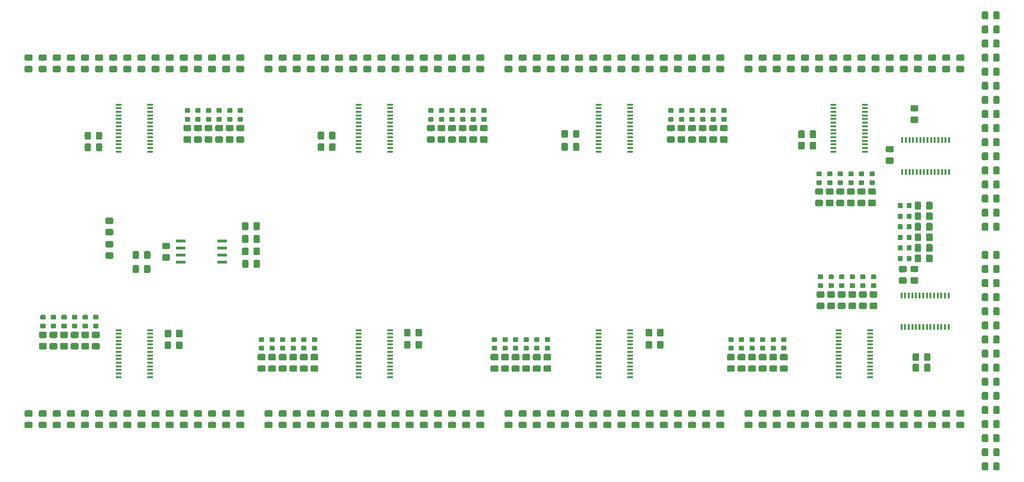
<source format=gtp>
G04 #@! TF.GenerationSoftware,KiCad,Pcbnew,(5.0.0)*
G04 #@! TF.CreationDate,2019-05-11T02:31:07+07:00*
G04 #@! TF.ProjectId,Dmx512,446D783531322E6B696361645F706362,rev?*
G04 #@! TF.SameCoordinates,Original*
G04 #@! TF.FileFunction,Paste,Top*
G04 #@! TF.FilePolarity,Positive*
%FSLAX46Y46*%
G04 Gerber Fmt 4.6, Leading zero omitted, Abs format (unit mm)*
G04 Created by KiCad (PCBNEW (5.0.0)) date 05/11/19 02:31:07*
%MOMM*%
%LPD*%
G01*
G04 APERTURE LIST*
%ADD10C,0.100000*%
%ADD11C,1.150000*%
%ADD12R,1.100000X0.400000*%
%ADD13R,1.750000X0.550000*%
%ADD14C,0.875000*%
%ADD15R,0.400000X1.100000*%
G04 APERTURE END LIST*
D10*
G04 #@! TO.C,R20*
G36*
X63974505Y-130871204D02*
X63998773Y-130874804D01*
X64022572Y-130880765D01*
X64045671Y-130889030D01*
X64067850Y-130899520D01*
X64088893Y-130912132D01*
X64108599Y-130926747D01*
X64126777Y-130943223D01*
X64143253Y-130961401D01*
X64157868Y-130981107D01*
X64170480Y-131002150D01*
X64180970Y-131024329D01*
X64189235Y-131047428D01*
X64195196Y-131071227D01*
X64198796Y-131095495D01*
X64200000Y-131119999D01*
X64200000Y-131770001D01*
X64198796Y-131794505D01*
X64195196Y-131818773D01*
X64189235Y-131842572D01*
X64180970Y-131865671D01*
X64170480Y-131887850D01*
X64157868Y-131908893D01*
X64143253Y-131928599D01*
X64126777Y-131946777D01*
X64108599Y-131963253D01*
X64088893Y-131977868D01*
X64067850Y-131990480D01*
X64045671Y-132000970D01*
X64022572Y-132009235D01*
X63998773Y-132015196D01*
X63974505Y-132018796D01*
X63950001Y-132020000D01*
X63049999Y-132020000D01*
X63025495Y-132018796D01*
X63001227Y-132015196D01*
X62977428Y-132009235D01*
X62954329Y-132000970D01*
X62932150Y-131990480D01*
X62911107Y-131977868D01*
X62891401Y-131963253D01*
X62873223Y-131946777D01*
X62856747Y-131928599D01*
X62842132Y-131908893D01*
X62829520Y-131887850D01*
X62819030Y-131865671D01*
X62810765Y-131842572D01*
X62804804Y-131818773D01*
X62801204Y-131794505D01*
X62800000Y-131770001D01*
X62800000Y-131119999D01*
X62801204Y-131095495D01*
X62804804Y-131071227D01*
X62810765Y-131047428D01*
X62819030Y-131024329D01*
X62829520Y-131002150D01*
X62842132Y-130981107D01*
X62856747Y-130961401D01*
X62873223Y-130943223D01*
X62891401Y-130926747D01*
X62911107Y-130912132D01*
X62932150Y-130899520D01*
X62954329Y-130889030D01*
X62977428Y-130880765D01*
X63001227Y-130874804D01*
X63025495Y-130871204D01*
X63049999Y-130870000D01*
X63950001Y-130870000D01*
X63974505Y-130871204D01*
X63974505Y-130871204D01*
G37*
D11*
X63500000Y-131445000D03*
D10*
G36*
X63974505Y-132921204D02*
X63998773Y-132924804D01*
X64022572Y-132930765D01*
X64045671Y-132939030D01*
X64067850Y-132949520D01*
X64088893Y-132962132D01*
X64108599Y-132976747D01*
X64126777Y-132993223D01*
X64143253Y-133011401D01*
X64157868Y-133031107D01*
X64170480Y-133052150D01*
X64180970Y-133074329D01*
X64189235Y-133097428D01*
X64195196Y-133121227D01*
X64198796Y-133145495D01*
X64200000Y-133169999D01*
X64200000Y-133820001D01*
X64198796Y-133844505D01*
X64195196Y-133868773D01*
X64189235Y-133892572D01*
X64180970Y-133915671D01*
X64170480Y-133937850D01*
X64157868Y-133958893D01*
X64143253Y-133978599D01*
X64126777Y-133996777D01*
X64108599Y-134013253D01*
X64088893Y-134027868D01*
X64067850Y-134040480D01*
X64045671Y-134050970D01*
X64022572Y-134059235D01*
X63998773Y-134065196D01*
X63974505Y-134068796D01*
X63950001Y-134070000D01*
X63049999Y-134070000D01*
X63025495Y-134068796D01*
X63001227Y-134065196D01*
X62977428Y-134059235D01*
X62954329Y-134050970D01*
X62932150Y-134040480D01*
X62911107Y-134027868D01*
X62891401Y-134013253D01*
X62873223Y-133996777D01*
X62856747Y-133978599D01*
X62842132Y-133958893D01*
X62829520Y-133937850D01*
X62819030Y-133915671D01*
X62810765Y-133892572D01*
X62804804Y-133868773D01*
X62801204Y-133844505D01*
X62800000Y-133820001D01*
X62800000Y-133169999D01*
X62801204Y-133145495D01*
X62804804Y-133121227D01*
X62810765Y-133097428D01*
X62819030Y-133074329D01*
X62829520Y-133052150D01*
X62842132Y-133031107D01*
X62856747Y-133011401D01*
X62873223Y-132993223D01*
X62891401Y-132976747D01*
X62911107Y-132962132D01*
X62932150Y-132949520D01*
X62954329Y-132939030D01*
X62977428Y-132930765D01*
X63001227Y-132924804D01*
X63025495Y-132921204D01*
X63049999Y-132920000D01*
X63950001Y-132920000D01*
X63974505Y-132921204D01*
X63974505Y-132921204D01*
G37*
D11*
X63500000Y-133495000D03*
G04 #@! TD*
D10*
G04 #@! TO.C,R23*
G36*
X71594505Y-130871204D02*
X71618773Y-130874804D01*
X71642572Y-130880765D01*
X71665671Y-130889030D01*
X71687850Y-130899520D01*
X71708893Y-130912132D01*
X71728599Y-130926747D01*
X71746777Y-130943223D01*
X71763253Y-130961401D01*
X71777868Y-130981107D01*
X71790480Y-131002150D01*
X71800970Y-131024329D01*
X71809235Y-131047428D01*
X71815196Y-131071227D01*
X71818796Y-131095495D01*
X71820000Y-131119999D01*
X71820000Y-131770001D01*
X71818796Y-131794505D01*
X71815196Y-131818773D01*
X71809235Y-131842572D01*
X71800970Y-131865671D01*
X71790480Y-131887850D01*
X71777868Y-131908893D01*
X71763253Y-131928599D01*
X71746777Y-131946777D01*
X71728599Y-131963253D01*
X71708893Y-131977868D01*
X71687850Y-131990480D01*
X71665671Y-132000970D01*
X71642572Y-132009235D01*
X71618773Y-132015196D01*
X71594505Y-132018796D01*
X71570001Y-132020000D01*
X70669999Y-132020000D01*
X70645495Y-132018796D01*
X70621227Y-132015196D01*
X70597428Y-132009235D01*
X70574329Y-132000970D01*
X70552150Y-131990480D01*
X70531107Y-131977868D01*
X70511401Y-131963253D01*
X70493223Y-131946777D01*
X70476747Y-131928599D01*
X70462132Y-131908893D01*
X70449520Y-131887850D01*
X70439030Y-131865671D01*
X70430765Y-131842572D01*
X70424804Y-131818773D01*
X70421204Y-131794505D01*
X70420000Y-131770001D01*
X70420000Y-131119999D01*
X70421204Y-131095495D01*
X70424804Y-131071227D01*
X70430765Y-131047428D01*
X70439030Y-131024329D01*
X70449520Y-131002150D01*
X70462132Y-130981107D01*
X70476747Y-130961401D01*
X70493223Y-130943223D01*
X70511401Y-130926747D01*
X70531107Y-130912132D01*
X70552150Y-130899520D01*
X70574329Y-130889030D01*
X70597428Y-130880765D01*
X70621227Y-130874804D01*
X70645495Y-130871204D01*
X70669999Y-130870000D01*
X71570001Y-130870000D01*
X71594505Y-130871204D01*
X71594505Y-130871204D01*
G37*
D11*
X71120000Y-131445000D03*
D10*
G36*
X71594505Y-132921204D02*
X71618773Y-132924804D01*
X71642572Y-132930765D01*
X71665671Y-132939030D01*
X71687850Y-132949520D01*
X71708893Y-132962132D01*
X71728599Y-132976747D01*
X71746777Y-132993223D01*
X71763253Y-133011401D01*
X71777868Y-133031107D01*
X71790480Y-133052150D01*
X71800970Y-133074329D01*
X71809235Y-133097428D01*
X71815196Y-133121227D01*
X71818796Y-133145495D01*
X71820000Y-133169999D01*
X71820000Y-133820001D01*
X71818796Y-133844505D01*
X71815196Y-133868773D01*
X71809235Y-133892572D01*
X71800970Y-133915671D01*
X71790480Y-133937850D01*
X71777868Y-133958893D01*
X71763253Y-133978599D01*
X71746777Y-133996777D01*
X71728599Y-134013253D01*
X71708893Y-134027868D01*
X71687850Y-134040480D01*
X71665671Y-134050970D01*
X71642572Y-134059235D01*
X71618773Y-134065196D01*
X71594505Y-134068796D01*
X71570001Y-134070000D01*
X70669999Y-134070000D01*
X70645495Y-134068796D01*
X70621227Y-134065196D01*
X70597428Y-134059235D01*
X70574329Y-134050970D01*
X70552150Y-134040480D01*
X70531107Y-134027868D01*
X70511401Y-134013253D01*
X70493223Y-133996777D01*
X70476747Y-133978599D01*
X70462132Y-133958893D01*
X70449520Y-133937850D01*
X70439030Y-133915671D01*
X70430765Y-133892572D01*
X70424804Y-133868773D01*
X70421204Y-133844505D01*
X70420000Y-133820001D01*
X70420000Y-133169999D01*
X70421204Y-133145495D01*
X70424804Y-133121227D01*
X70430765Y-133097428D01*
X70439030Y-133074329D01*
X70449520Y-133052150D01*
X70462132Y-133031107D01*
X70476747Y-133011401D01*
X70493223Y-132993223D01*
X70511401Y-132976747D01*
X70531107Y-132962132D01*
X70552150Y-132949520D01*
X70574329Y-132939030D01*
X70597428Y-132930765D01*
X70621227Y-132924804D01*
X70645495Y-132921204D01*
X70669999Y-132920000D01*
X71570001Y-132920000D01*
X71594505Y-132921204D01*
X71594505Y-132921204D01*
G37*
D11*
X71120000Y-133495000D03*
G04 #@! TD*
D10*
G04 #@! TO.C,R25*
G36*
X76674505Y-130871204D02*
X76698773Y-130874804D01*
X76722572Y-130880765D01*
X76745671Y-130889030D01*
X76767850Y-130899520D01*
X76788893Y-130912132D01*
X76808599Y-130926747D01*
X76826777Y-130943223D01*
X76843253Y-130961401D01*
X76857868Y-130981107D01*
X76870480Y-131002150D01*
X76880970Y-131024329D01*
X76889235Y-131047428D01*
X76895196Y-131071227D01*
X76898796Y-131095495D01*
X76900000Y-131119999D01*
X76900000Y-131770001D01*
X76898796Y-131794505D01*
X76895196Y-131818773D01*
X76889235Y-131842572D01*
X76880970Y-131865671D01*
X76870480Y-131887850D01*
X76857868Y-131908893D01*
X76843253Y-131928599D01*
X76826777Y-131946777D01*
X76808599Y-131963253D01*
X76788893Y-131977868D01*
X76767850Y-131990480D01*
X76745671Y-132000970D01*
X76722572Y-132009235D01*
X76698773Y-132015196D01*
X76674505Y-132018796D01*
X76650001Y-132020000D01*
X75749999Y-132020000D01*
X75725495Y-132018796D01*
X75701227Y-132015196D01*
X75677428Y-132009235D01*
X75654329Y-132000970D01*
X75632150Y-131990480D01*
X75611107Y-131977868D01*
X75591401Y-131963253D01*
X75573223Y-131946777D01*
X75556747Y-131928599D01*
X75542132Y-131908893D01*
X75529520Y-131887850D01*
X75519030Y-131865671D01*
X75510765Y-131842572D01*
X75504804Y-131818773D01*
X75501204Y-131794505D01*
X75500000Y-131770001D01*
X75500000Y-131119999D01*
X75501204Y-131095495D01*
X75504804Y-131071227D01*
X75510765Y-131047428D01*
X75519030Y-131024329D01*
X75529520Y-131002150D01*
X75542132Y-130981107D01*
X75556747Y-130961401D01*
X75573223Y-130943223D01*
X75591401Y-130926747D01*
X75611107Y-130912132D01*
X75632150Y-130899520D01*
X75654329Y-130889030D01*
X75677428Y-130880765D01*
X75701227Y-130874804D01*
X75725495Y-130871204D01*
X75749999Y-130870000D01*
X76650001Y-130870000D01*
X76674505Y-130871204D01*
X76674505Y-130871204D01*
G37*
D11*
X76200000Y-131445000D03*
D10*
G36*
X76674505Y-132921204D02*
X76698773Y-132924804D01*
X76722572Y-132930765D01*
X76745671Y-132939030D01*
X76767850Y-132949520D01*
X76788893Y-132962132D01*
X76808599Y-132976747D01*
X76826777Y-132993223D01*
X76843253Y-133011401D01*
X76857868Y-133031107D01*
X76870480Y-133052150D01*
X76880970Y-133074329D01*
X76889235Y-133097428D01*
X76895196Y-133121227D01*
X76898796Y-133145495D01*
X76900000Y-133169999D01*
X76900000Y-133820001D01*
X76898796Y-133844505D01*
X76895196Y-133868773D01*
X76889235Y-133892572D01*
X76880970Y-133915671D01*
X76870480Y-133937850D01*
X76857868Y-133958893D01*
X76843253Y-133978599D01*
X76826777Y-133996777D01*
X76808599Y-134013253D01*
X76788893Y-134027868D01*
X76767850Y-134040480D01*
X76745671Y-134050970D01*
X76722572Y-134059235D01*
X76698773Y-134065196D01*
X76674505Y-134068796D01*
X76650001Y-134070000D01*
X75749999Y-134070000D01*
X75725495Y-134068796D01*
X75701227Y-134065196D01*
X75677428Y-134059235D01*
X75654329Y-134050970D01*
X75632150Y-134040480D01*
X75611107Y-134027868D01*
X75591401Y-134013253D01*
X75573223Y-133996777D01*
X75556747Y-133978599D01*
X75542132Y-133958893D01*
X75529520Y-133937850D01*
X75519030Y-133915671D01*
X75510765Y-133892572D01*
X75504804Y-133868773D01*
X75501204Y-133844505D01*
X75500000Y-133820001D01*
X75500000Y-133169999D01*
X75501204Y-133145495D01*
X75504804Y-133121227D01*
X75510765Y-133097428D01*
X75519030Y-133074329D01*
X75529520Y-133052150D01*
X75542132Y-133031107D01*
X75556747Y-133011401D01*
X75573223Y-132993223D01*
X75591401Y-132976747D01*
X75611107Y-132962132D01*
X75632150Y-132949520D01*
X75654329Y-132939030D01*
X75677428Y-132930765D01*
X75701227Y-132924804D01*
X75725495Y-132921204D01*
X75749999Y-132920000D01*
X76650001Y-132920000D01*
X76674505Y-132921204D01*
X76674505Y-132921204D01*
G37*
D11*
X76200000Y-133495000D03*
G04 #@! TD*
D10*
G04 #@! TO.C,R26*
G36*
X79214505Y-130871204D02*
X79238773Y-130874804D01*
X79262572Y-130880765D01*
X79285671Y-130889030D01*
X79307850Y-130899520D01*
X79328893Y-130912132D01*
X79348599Y-130926747D01*
X79366777Y-130943223D01*
X79383253Y-130961401D01*
X79397868Y-130981107D01*
X79410480Y-131002150D01*
X79420970Y-131024329D01*
X79429235Y-131047428D01*
X79435196Y-131071227D01*
X79438796Y-131095495D01*
X79440000Y-131119999D01*
X79440000Y-131770001D01*
X79438796Y-131794505D01*
X79435196Y-131818773D01*
X79429235Y-131842572D01*
X79420970Y-131865671D01*
X79410480Y-131887850D01*
X79397868Y-131908893D01*
X79383253Y-131928599D01*
X79366777Y-131946777D01*
X79348599Y-131963253D01*
X79328893Y-131977868D01*
X79307850Y-131990480D01*
X79285671Y-132000970D01*
X79262572Y-132009235D01*
X79238773Y-132015196D01*
X79214505Y-132018796D01*
X79190001Y-132020000D01*
X78289999Y-132020000D01*
X78265495Y-132018796D01*
X78241227Y-132015196D01*
X78217428Y-132009235D01*
X78194329Y-132000970D01*
X78172150Y-131990480D01*
X78151107Y-131977868D01*
X78131401Y-131963253D01*
X78113223Y-131946777D01*
X78096747Y-131928599D01*
X78082132Y-131908893D01*
X78069520Y-131887850D01*
X78059030Y-131865671D01*
X78050765Y-131842572D01*
X78044804Y-131818773D01*
X78041204Y-131794505D01*
X78040000Y-131770001D01*
X78040000Y-131119999D01*
X78041204Y-131095495D01*
X78044804Y-131071227D01*
X78050765Y-131047428D01*
X78059030Y-131024329D01*
X78069520Y-131002150D01*
X78082132Y-130981107D01*
X78096747Y-130961401D01*
X78113223Y-130943223D01*
X78131401Y-130926747D01*
X78151107Y-130912132D01*
X78172150Y-130899520D01*
X78194329Y-130889030D01*
X78217428Y-130880765D01*
X78241227Y-130874804D01*
X78265495Y-130871204D01*
X78289999Y-130870000D01*
X79190001Y-130870000D01*
X79214505Y-130871204D01*
X79214505Y-130871204D01*
G37*
D11*
X78740000Y-131445000D03*
D10*
G36*
X79214505Y-132921204D02*
X79238773Y-132924804D01*
X79262572Y-132930765D01*
X79285671Y-132939030D01*
X79307850Y-132949520D01*
X79328893Y-132962132D01*
X79348599Y-132976747D01*
X79366777Y-132993223D01*
X79383253Y-133011401D01*
X79397868Y-133031107D01*
X79410480Y-133052150D01*
X79420970Y-133074329D01*
X79429235Y-133097428D01*
X79435196Y-133121227D01*
X79438796Y-133145495D01*
X79440000Y-133169999D01*
X79440000Y-133820001D01*
X79438796Y-133844505D01*
X79435196Y-133868773D01*
X79429235Y-133892572D01*
X79420970Y-133915671D01*
X79410480Y-133937850D01*
X79397868Y-133958893D01*
X79383253Y-133978599D01*
X79366777Y-133996777D01*
X79348599Y-134013253D01*
X79328893Y-134027868D01*
X79307850Y-134040480D01*
X79285671Y-134050970D01*
X79262572Y-134059235D01*
X79238773Y-134065196D01*
X79214505Y-134068796D01*
X79190001Y-134070000D01*
X78289999Y-134070000D01*
X78265495Y-134068796D01*
X78241227Y-134065196D01*
X78217428Y-134059235D01*
X78194329Y-134050970D01*
X78172150Y-134040480D01*
X78151107Y-134027868D01*
X78131401Y-134013253D01*
X78113223Y-133996777D01*
X78096747Y-133978599D01*
X78082132Y-133958893D01*
X78069520Y-133937850D01*
X78059030Y-133915671D01*
X78050765Y-133892572D01*
X78044804Y-133868773D01*
X78041204Y-133844505D01*
X78040000Y-133820001D01*
X78040000Y-133169999D01*
X78041204Y-133145495D01*
X78044804Y-133121227D01*
X78050765Y-133097428D01*
X78059030Y-133074329D01*
X78069520Y-133052150D01*
X78082132Y-133031107D01*
X78096747Y-133011401D01*
X78113223Y-132993223D01*
X78131401Y-132976747D01*
X78151107Y-132962132D01*
X78172150Y-132949520D01*
X78194329Y-132939030D01*
X78217428Y-132930765D01*
X78241227Y-132924804D01*
X78265495Y-132921204D01*
X78289999Y-132920000D01*
X79190001Y-132920000D01*
X79214505Y-132921204D01*
X79214505Y-132921204D01*
G37*
D11*
X78740000Y-133495000D03*
G04 #@! TD*
D10*
G04 #@! TO.C,R19*
G36*
X61434505Y-130871204D02*
X61458773Y-130874804D01*
X61482572Y-130880765D01*
X61505671Y-130889030D01*
X61527850Y-130899520D01*
X61548893Y-130912132D01*
X61568599Y-130926747D01*
X61586777Y-130943223D01*
X61603253Y-130961401D01*
X61617868Y-130981107D01*
X61630480Y-131002150D01*
X61640970Y-131024329D01*
X61649235Y-131047428D01*
X61655196Y-131071227D01*
X61658796Y-131095495D01*
X61660000Y-131119999D01*
X61660000Y-131770001D01*
X61658796Y-131794505D01*
X61655196Y-131818773D01*
X61649235Y-131842572D01*
X61640970Y-131865671D01*
X61630480Y-131887850D01*
X61617868Y-131908893D01*
X61603253Y-131928599D01*
X61586777Y-131946777D01*
X61568599Y-131963253D01*
X61548893Y-131977868D01*
X61527850Y-131990480D01*
X61505671Y-132000970D01*
X61482572Y-132009235D01*
X61458773Y-132015196D01*
X61434505Y-132018796D01*
X61410001Y-132020000D01*
X60509999Y-132020000D01*
X60485495Y-132018796D01*
X60461227Y-132015196D01*
X60437428Y-132009235D01*
X60414329Y-132000970D01*
X60392150Y-131990480D01*
X60371107Y-131977868D01*
X60351401Y-131963253D01*
X60333223Y-131946777D01*
X60316747Y-131928599D01*
X60302132Y-131908893D01*
X60289520Y-131887850D01*
X60279030Y-131865671D01*
X60270765Y-131842572D01*
X60264804Y-131818773D01*
X60261204Y-131794505D01*
X60260000Y-131770001D01*
X60260000Y-131119999D01*
X60261204Y-131095495D01*
X60264804Y-131071227D01*
X60270765Y-131047428D01*
X60279030Y-131024329D01*
X60289520Y-131002150D01*
X60302132Y-130981107D01*
X60316747Y-130961401D01*
X60333223Y-130943223D01*
X60351401Y-130926747D01*
X60371107Y-130912132D01*
X60392150Y-130899520D01*
X60414329Y-130889030D01*
X60437428Y-130880765D01*
X60461227Y-130874804D01*
X60485495Y-130871204D01*
X60509999Y-130870000D01*
X61410001Y-130870000D01*
X61434505Y-130871204D01*
X61434505Y-130871204D01*
G37*
D11*
X60960000Y-131445000D03*
D10*
G36*
X61434505Y-132921204D02*
X61458773Y-132924804D01*
X61482572Y-132930765D01*
X61505671Y-132939030D01*
X61527850Y-132949520D01*
X61548893Y-132962132D01*
X61568599Y-132976747D01*
X61586777Y-132993223D01*
X61603253Y-133011401D01*
X61617868Y-133031107D01*
X61630480Y-133052150D01*
X61640970Y-133074329D01*
X61649235Y-133097428D01*
X61655196Y-133121227D01*
X61658796Y-133145495D01*
X61660000Y-133169999D01*
X61660000Y-133820001D01*
X61658796Y-133844505D01*
X61655196Y-133868773D01*
X61649235Y-133892572D01*
X61640970Y-133915671D01*
X61630480Y-133937850D01*
X61617868Y-133958893D01*
X61603253Y-133978599D01*
X61586777Y-133996777D01*
X61568599Y-134013253D01*
X61548893Y-134027868D01*
X61527850Y-134040480D01*
X61505671Y-134050970D01*
X61482572Y-134059235D01*
X61458773Y-134065196D01*
X61434505Y-134068796D01*
X61410001Y-134070000D01*
X60509999Y-134070000D01*
X60485495Y-134068796D01*
X60461227Y-134065196D01*
X60437428Y-134059235D01*
X60414329Y-134050970D01*
X60392150Y-134040480D01*
X60371107Y-134027868D01*
X60351401Y-134013253D01*
X60333223Y-133996777D01*
X60316747Y-133978599D01*
X60302132Y-133958893D01*
X60289520Y-133937850D01*
X60279030Y-133915671D01*
X60270765Y-133892572D01*
X60264804Y-133868773D01*
X60261204Y-133844505D01*
X60260000Y-133820001D01*
X60260000Y-133169999D01*
X60261204Y-133145495D01*
X60264804Y-133121227D01*
X60270765Y-133097428D01*
X60279030Y-133074329D01*
X60289520Y-133052150D01*
X60302132Y-133031107D01*
X60316747Y-133011401D01*
X60333223Y-132993223D01*
X60351401Y-132976747D01*
X60371107Y-132962132D01*
X60392150Y-132949520D01*
X60414329Y-132939030D01*
X60437428Y-132930765D01*
X60461227Y-132924804D01*
X60485495Y-132921204D01*
X60509999Y-132920000D01*
X61410001Y-132920000D01*
X61434505Y-132921204D01*
X61434505Y-132921204D01*
G37*
D11*
X60960000Y-133495000D03*
G04 #@! TD*
D10*
G04 #@! TO.C,R27*
G36*
X81754505Y-130871204D02*
X81778773Y-130874804D01*
X81802572Y-130880765D01*
X81825671Y-130889030D01*
X81847850Y-130899520D01*
X81868893Y-130912132D01*
X81888599Y-130926747D01*
X81906777Y-130943223D01*
X81923253Y-130961401D01*
X81937868Y-130981107D01*
X81950480Y-131002150D01*
X81960970Y-131024329D01*
X81969235Y-131047428D01*
X81975196Y-131071227D01*
X81978796Y-131095495D01*
X81980000Y-131119999D01*
X81980000Y-131770001D01*
X81978796Y-131794505D01*
X81975196Y-131818773D01*
X81969235Y-131842572D01*
X81960970Y-131865671D01*
X81950480Y-131887850D01*
X81937868Y-131908893D01*
X81923253Y-131928599D01*
X81906777Y-131946777D01*
X81888599Y-131963253D01*
X81868893Y-131977868D01*
X81847850Y-131990480D01*
X81825671Y-132000970D01*
X81802572Y-132009235D01*
X81778773Y-132015196D01*
X81754505Y-132018796D01*
X81730001Y-132020000D01*
X80829999Y-132020000D01*
X80805495Y-132018796D01*
X80781227Y-132015196D01*
X80757428Y-132009235D01*
X80734329Y-132000970D01*
X80712150Y-131990480D01*
X80691107Y-131977868D01*
X80671401Y-131963253D01*
X80653223Y-131946777D01*
X80636747Y-131928599D01*
X80622132Y-131908893D01*
X80609520Y-131887850D01*
X80599030Y-131865671D01*
X80590765Y-131842572D01*
X80584804Y-131818773D01*
X80581204Y-131794505D01*
X80580000Y-131770001D01*
X80580000Y-131119999D01*
X80581204Y-131095495D01*
X80584804Y-131071227D01*
X80590765Y-131047428D01*
X80599030Y-131024329D01*
X80609520Y-131002150D01*
X80622132Y-130981107D01*
X80636747Y-130961401D01*
X80653223Y-130943223D01*
X80671401Y-130926747D01*
X80691107Y-130912132D01*
X80712150Y-130899520D01*
X80734329Y-130889030D01*
X80757428Y-130880765D01*
X80781227Y-130874804D01*
X80805495Y-130871204D01*
X80829999Y-130870000D01*
X81730001Y-130870000D01*
X81754505Y-130871204D01*
X81754505Y-130871204D01*
G37*
D11*
X81280000Y-131445000D03*
D10*
G36*
X81754505Y-132921204D02*
X81778773Y-132924804D01*
X81802572Y-132930765D01*
X81825671Y-132939030D01*
X81847850Y-132949520D01*
X81868893Y-132962132D01*
X81888599Y-132976747D01*
X81906777Y-132993223D01*
X81923253Y-133011401D01*
X81937868Y-133031107D01*
X81950480Y-133052150D01*
X81960970Y-133074329D01*
X81969235Y-133097428D01*
X81975196Y-133121227D01*
X81978796Y-133145495D01*
X81980000Y-133169999D01*
X81980000Y-133820001D01*
X81978796Y-133844505D01*
X81975196Y-133868773D01*
X81969235Y-133892572D01*
X81960970Y-133915671D01*
X81950480Y-133937850D01*
X81937868Y-133958893D01*
X81923253Y-133978599D01*
X81906777Y-133996777D01*
X81888599Y-134013253D01*
X81868893Y-134027868D01*
X81847850Y-134040480D01*
X81825671Y-134050970D01*
X81802572Y-134059235D01*
X81778773Y-134065196D01*
X81754505Y-134068796D01*
X81730001Y-134070000D01*
X80829999Y-134070000D01*
X80805495Y-134068796D01*
X80781227Y-134065196D01*
X80757428Y-134059235D01*
X80734329Y-134050970D01*
X80712150Y-134040480D01*
X80691107Y-134027868D01*
X80671401Y-134013253D01*
X80653223Y-133996777D01*
X80636747Y-133978599D01*
X80622132Y-133958893D01*
X80609520Y-133937850D01*
X80599030Y-133915671D01*
X80590765Y-133892572D01*
X80584804Y-133868773D01*
X80581204Y-133844505D01*
X80580000Y-133820001D01*
X80580000Y-133169999D01*
X80581204Y-133145495D01*
X80584804Y-133121227D01*
X80590765Y-133097428D01*
X80599030Y-133074329D01*
X80609520Y-133052150D01*
X80622132Y-133031107D01*
X80636747Y-133011401D01*
X80653223Y-132993223D01*
X80671401Y-132976747D01*
X80691107Y-132962132D01*
X80712150Y-132949520D01*
X80734329Y-132939030D01*
X80757428Y-132930765D01*
X80781227Y-132924804D01*
X80805495Y-132921204D01*
X80829999Y-132920000D01*
X81730001Y-132920000D01*
X81754505Y-132921204D01*
X81754505Y-132921204D01*
G37*
D11*
X81280000Y-133495000D03*
G04 #@! TD*
D10*
G04 #@! TO.C,R28*
G36*
X84294505Y-130871204D02*
X84318773Y-130874804D01*
X84342572Y-130880765D01*
X84365671Y-130889030D01*
X84387850Y-130899520D01*
X84408893Y-130912132D01*
X84428599Y-130926747D01*
X84446777Y-130943223D01*
X84463253Y-130961401D01*
X84477868Y-130981107D01*
X84490480Y-131002150D01*
X84500970Y-131024329D01*
X84509235Y-131047428D01*
X84515196Y-131071227D01*
X84518796Y-131095495D01*
X84520000Y-131119999D01*
X84520000Y-131770001D01*
X84518796Y-131794505D01*
X84515196Y-131818773D01*
X84509235Y-131842572D01*
X84500970Y-131865671D01*
X84490480Y-131887850D01*
X84477868Y-131908893D01*
X84463253Y-131928599D01*
X84446777Y-131946777D01*
X84428599Y-131963253D01*
X84408893Y-131977868D01*
X84387850Y-131990480D01*
X84365671Y-132000970D01*
X84342572Y-132009235D01*
X84318773Y-132015196D01*
X84294505Y-132018796D01*
X84270001Y-132020000D01*
X83369999Y-132020000D01*
X83345495Y-132018796D01*
X83321227Y-132015196D01*
X83297428Y-132009235D01*
X83274329Y-132000970D01*
X83252150Y-131990480D01*
X83231107Y-131977868D01*
X83211401Y-131963253D01*
X83193223Y-131946777D01*
X83176747Y-131928599D01*
X83162132Y-131908893D01*
X83149520Y-131887850D01*
X83139030Y-131865671D01*
X83130765Y-131842572D01*
X83124804Y-131818773D01*
X83121204Y-131794505D01*
X83120000Y-131770001D01*
X83120000Y-131119999D01*
X83121204Y-131095495D01*
X83124804Y-131071227D01*
X83130765Y-131047428D01*
X83139030Y-131024329D01*
X83149520Y-131002150D01*
X83162132Y-130981107D01*
X83176747Y-130961401D01*
X83193223Y-130943223D01*
X83211401Y-130926747D01*
X83231107Y-130912132D01*
X83252150Y-130899520D01*
X83274329Y-130889030D01*
X83297428Y-130880765D01*
X83321227Y-130874804D01*
X83345495Y-130871204D01*
X83369999Y-130870000D01*
X84270001Y-130870000D01*
X84294505Y-130871204D01*
X84294505Y-130871204D01*
G37*
D11*
X83820000Y-131445000D03*
D10*
G36*
X84294505Y-132921204D02*
X84318773Y-132924804D01*
X84342572Y-132930765D01*
X84365671Y-132939030D01*
X84387850Y-132949520D01*
X84408893Y-132962132D01*
X84428599Y-132976747D01*
X84446777Y-132993223D01*
X84463253Y-133011401D01*
X84477868Y-133031107D01*
X84490480Y-133052150D01*
X84500970Y-133074329D01*
X84509235Y-133097428D01*
X84515196Y-133121227D01*
X84518796Y-133145495D01*
X84520000Y-133169999D01*
X84520000Y-133820001D01*
X84518796Y-133844505D01*
X84515196Y-133868773D01*
X84509235Y-133892572D01*
X84500970Y-133915671D01*
X84490480Y-133937850D01*
X84477868Y-133958893D01*
X84463253Y-133978599D01*
X84446777Y-133996777D01*
X84428599Y-134013253D01*
X84408893Y-134027868D01*
X84387850Y-134040480D01*
X84365671Y-134050970D01*
X84342572Y-134059235D01*
X84318773Y-134065196D01*
X84294505Y-134068796D01*
X84270001Y-134070000D01*
X83369999Y-134070000D01*
X83345495Y-134068796D01*
X83321227Y-134065196D01*
X83297428Y-134059235D01*
X83274329Y-134050970D01*
X83252150Y-134040480D01*
X83231107Y-134027868D01*
X83211401Y-134013253D01*
X83193223Y-133996777D01*
X83176747Y-133978599D01*
X83162132Y-133958893D01*
X83149520Y-133937850D01*
X83139030Y-133915671D01*
X83130765Y-133892572D01*
X83124804Y-133868773D01*
X83121204Y-133844505D01*
X83120000Y-133820001D01*
X83120000Y-133169999D01*
X83121204Y-133145495D01*
X83124804Y-133121227D01*
X83130765Y-133097428D01*
X83139030Y-133074329D01*
X83149520Y-133052150D01*
X83162132Y-133031107D01*
X83176747Y-133011401D01*
X83193223Y-132993223D01*
X83211401Y-132976747D01*
X83231107Y-132962132D01*
X83252150Y-132949520D01*
X83274329Y-132939030D01*
X83297428Y-132930765D01*
X83321227Y-132924804D01*
X83345495Y-132921204D01*
X83369999Y-132920000D01*
X84270001Y-132920000D01*
X84294505Y-132921204D01*
X84294505Y-132921204D01*
G37*
D11*
X83820000Y-133495000D03*
G04 #@! TD*
D10*
G04 #@! TO.C,R29*
G36*
X86834505Y-130871204D02*
X86858773Y-130874804D01*
X86882572Y-130880765D01*
X86905671Y-130889030D01*
X86927850Y-130899520D01*
X86948893Y-130912132D01*
X86968599Y-130926747D01*
X86986777Y-130943223D01*
X87003253Y-130961401D01*
X87017868Y-130981107D01*
X87030480Y-131002150D01*
X87040970Y-131024329D01*
X87049235Y-131047428D01*
X87055196Y-131071227D01*
X87058796Y-131095495D01*
X87060000Y-131119999D01*
X87060000Y-131770001D01*
X87058796Y-131794505D01*
X87055196Y-131818773D01*
X87049235Y-131842572D01*
X87040970Y-131865671D01*
X87030480Y-131887850D01*
X87017868Y-131908893D01*
X87003253Y-131928599D01*
X86986777Y-131946777D01*
X86968599Y-131963253D01*
X86948893Y-131977868D01*
X86927850Y-131990480D01*
X86905671Y-132000970D01*
X86882572Y-132009235D01*
X86858773Y-132015196D01*
X86834505Y-132018796D01*
X86810001Y-132020000D01*
X85909999Y-132020000D01*
X85885495Y-132018796D01*
X85861227Y-132015196D01*
X85837428Y-132009235D01*
X85814329Y-132000970D01*
X85792150Y-131990480D01*
X85771107Y-131977868D01*
X85751401Y-131963253D01*
X85733223Y-131946777D01*
X85716747Y-131928599D01*
X85702132Y-131908893D01*
X85689520Y-131887850D01*
X85679030Y-131865671D01*
X85670765Y-131842572D01*
X85664804Y-131818773D01*
X85661204Y-131794505D01*
X85660000Y-131770001D01*
X85660000Y-131119999D01*
X85661204Y-131095495D01*
X85664804Y-131071227D01*
X85670765Y-131047428D01*
X85679030Y-131024329D01*
X85689520Y-131002150D01*
X85702132Y-130981107D01*
X85716747Y-130961401D01*
X85733223Y-130943223D01*
X85751401Y-130926747D01*
X85771107Y-130912132D01*
X85792150Y-130899520D01*
X85814329Y-130889030D01*
X85837428Y-130880765D01*
X85861227Y-130874804D01*
X85885495Y-130871204D01*
X85909999Y-130870000D01*
X86810001Y-130870000D01*
X86834505Y-130871204D01*
X86834505Y-130871204D01*
G37*
D11*
X86360000Y-131445000D03*
D10*
G36*
X86834505Y-132921204D02*
X86858773Y-132924804D01*
X86882572Y-132930765D01*
X86905671Y-132939030D01*
X86927850Y-132949520D01*
X86948893Y-132962132D01*
X86968599Y-132976747D01*
X86986777Y-132993223D01*
X87003253Y-133011401D01*
X87017868Y-133031107D01*
X87030480Y-133052150D01*
X87040970Y-133074329D01*
X87049235Y-133097428D01*
X87055196Y-133121227D01*
X87058796Y-133145495D01*
X87060000Y-133169999D01*
X87060000Y-133820001D01*
X87058796Y-133844505D01*
X87055196Y-133868773D01*
X87049235Y-133892572D01*
X87040970Y-133915671D01*
X87030480Y-133937850D01*
X87017868Y-133958893D01*
X87003253Y-133978599D01*
X86986777Y-133996777D01*
X86968599Y-134013253D01*
X86948893Y-134027868D01*
X86927850Y-134040480D01*
X86905671Y-134050970D01*
X86882572Y-134059235D01*
X86858773Y-134065196D01*
X86834505Y-134068796D01*
X86810001Y-134070000D01*
X85909999Y-134070000D01*
X85885495Y-134068796D01*
X85861227Y-134065196D01*
X85837428Y-134059235D01*
X85814329Y-134050970D01*
X85792150Y-134040480D01*
X85771107Y-134027868D01*
X85751401Y-134013253D01*
X85733223Y-133996777D01*
X85716747Y-133978599D01*
X85702132Y-133958893D01*
X85689520Y-133937850D01*
X85679030Y-133915671D01*
X85670765Y-133892572D01*
X85664804Y-133868773D01*
X85661204Y-133844505D01*
X85660000Y-133820001D01*
X85660000Y-133169999D01*
X85661204Y-133145495D01*
X85664804Y-133121227D01*
X85670765Y-133097428D01*
X85679030Y-133074329D01*
X85689520Y-133052150D01*
X85702132Y-133031107D01*
X85716747Y-133011401D01*
X85733223Y-132993223D01*
X85751401Y-132976747D01*
X85771107Y-132962132D01*
X85792150Y-132949520D01*
X85814329Y-132939030D01*
X85837428Y-132930765D01*
X85861227Y-132924804D01*
X85885495Y-132921204D01*
X85909999Y-132920000D01*
X86810001Y-132920000D01*
X86834505Y-132921204D01*
X86834505Y-132921204D01*
G37*
D11*
X86360000Y-133495000D03*
G04 #@! TD*
D10*
G04 #@! TO.C,R30*
G36*
X89374505Y-130871204D02*
X89398773Y-130874804D01*
X89422572Y-130880765D01*
X89445671Y-130889030D01*
X89467850Y-130899520D01*
X89488893Y-130912132D01*
X89508599Y-130926747D01*
X89526777Y-130943223D01*
X89543253Y-130961401D01*
X89557868Y-130981107D01*
X89570480Y-131002150D01*
X89580970Y-131024329D01*
X89589235Y-131047428D01*
X89595196Y-131071227D01*
X89598796Y-131095495D01*
X89600000Y-131119999D01*
X89600000Y-131770001D01*
X89598796Y-131794505D01*
X89595196Y-131818773D01*
X89589235Y-131842572D01*
X89580970Y-131865671D01*
X89570480Y-131887850D01*
X89557868Y-131908893D01*
X89543253Y-131928599D01*
X89526777Y-131946777D01*
X89508599Y-131963253D01*
X89488893Y-131977868D01*
X89467850Y-131990480D01*
X89445671Y-132000970D01*
X89422572Y-132009235D01*
X89398773Y-132015196D01*
X89374505Y-132018796D01*
X89350001Y-132020000D01*
X88449999Y-132020000D01*
X88425495Y-132018796D01*
X88401227Y-132015196D01*
X88377428Y-132009235D01*
X88354329Y-132000970D01*
X88332150Y-131990480D01*
X88311107Y-131977868D01*
X88291401Y-131963253D01*
X88273223Y-131946777D01*
X88256747Y-131928599D01*
X88242132Y-131908893D01*
X88229520Y-131887850D01*
X88219030Y-131865671D01*
X88210765Y-131842572D01*
X88204804Y-131818773D01*
X88201204Y-131794505D01*
X88200000Y-131770001D01*
X88200000Y-131119999D01*
X88201204Y-131095495D01*
X88204804Y-131071227D01*
X88210765Y-131047428D01*
X88219030Y-131024329D01*
X88229520Y-131002150D01*
X88242132Y-130981107D01*
X88256747Y-130961401D01*
X88273223Y-130943223D01*
X88291401Y-130926747D01*
X88311107Y-130912132D01*
X88332150Y-130899520D01*
X88354329Y-130889030D01*
X88377428Y-130880765D01*
X88401227Y-130874804D01*
X88425495Y-130871204D01*
X88449999Y-130870000D01*
X89350001Y-130870000D01*
X89374505Y-130871204D01*
X89374505Y-130871204D01*
G37*
D11*
X88900000Y-131445000D03*
D10*
G36*
X89374505Y-132921204D02*
X89398773Y-132924804D01*
X89422572Y-132930765D01*
X89445671Y-132939030D01*
X89467850Y-132949520D01*
X89488893Y-132962132D01*
X89508599Y-132976747D01*
X89526777Y-132993223D01*
X89543253Y-133011401D01*
X89557868Y-133031107D01*
X89570480Y-133052150D01*
X89580970Y-133074329D01*
X89589235Y-133097428D01*
X89595196Y-133121227D01*
X89598796Y-133145495D01*
X89600000Y-133169999D01*
X89600000Y-133820001D01*
X89598796Y-133844505D01*
X89595196Y-133868773D01*
X89589235Y-133892572D01*
X89580970Y-133915671D01*
X89570480Y-133937850D01*
X89557868Y-133958893D01*
X89543253Y-133978599D01*
X89526777Y-133996777D01*
X89508599Y-134013253D01*
X89488893Y-134027868D01*
X89467850Y-134040480D01*
X89445671Y-134050970D01*
X89422572Y-134059235D01*
X89398773Y-134065196D01*
X89374505Y-134068796D01*
X89350001Y-134070000D01*
X88449999Y-134070000D01*
X88425495Y-134068796D01*
X88401227Y-134065196D01*
X88377428Y-134059235D01*
X88354329Y-134050970D01*
X88332150Y-134040480D01*
X88311107Y-134027868D01*
X88291401Y-134013253D01*
X88273223Y-133996777D01*
X88256747Y-133978599D01*
X88242132Y-133958893D01*
X88229520Y-133937850D01*
X88219030Y-133915671D01*
X88210765Y-133892572D01*
X88204804Y-133868773D01*
X88201204Y-133844505D01*
X88200000Y-133820001D01*
X88200000Y-133169999D01*
X88201204Y-133145495D01*
X88204804Y-133121227D01*
X88210765Y-133097428D01*
X88219030Y-133074329D01*
X88229520Y-133052150D01*
X88242132Y-133031107D01*
X88256747Y-133011401D01*
X88273223Y-132993223D01*
X88291401Y-132976747D01*
X88311107Y-132962132D01*
X88332150Y-132949520D01*
X88354329Y-132939030D01*
X88377428Y-132930765D01*
X88401227Y-132924804D01*
X88425495Y-132921204D01*
X88449999Y-132920000D01*
X89350001Y-132920000D01*
X89374505Y-132921204D01*
X89374505Y-132921204D01*
G37*
D11*
X88900000Y-133495000D03*
G04 #@! TD*
D10*
G04 #@! TO.C,R31*
G36*
X91914505Y-132921204D02*
X91938773Y-132924804D01*
X91962572Y-132930765D01*
X91985671Y-132939030D01*
X92007850Y-132949520D01*
X92028893Y-132962132D01*
X92048599Y-132976747D01*
X92066777Y-132993223D01*
X92083253Y-133011401D01*
X92097868Y-133031107D01*
X92110480Y-133052150D01*
X92120970Y-133074329D01*
X92129235Y-133097428D01*
X92135196Y-133121227D01*
X92138796Y-133145495D01*
X92140000Y-133169999D01*
X92140000Y-133820001D01*
X92138796Y-133844505D01*
X92135196Y-133868773D01*
X92129235Y-133892572D01*
X92120970Y-133915671D01*
X92110480Y-133937850D01*
X92097868Y-133958893D01*
X92083253Y-133978599D01*
X92066777Y-133996777D01*
X92048599Y-134013253D01*
X92028893Y-134027868D01*
X92007850Y-134040480D01*
X91985671Y-134050970D01*
X91962572Y-134059235D01*
X91938773Y-134065196D01*
X91914505Y-134068796D01*
X91890001Y-134070000D01*
X90989999Y-134070000D01*
X90965495Y-134068796D01*
X90941227Y-134065196D01*
X90917428Y-134059235D01*
X90894329Y-134050970D01*
X90872150Y-134040480D01*
X90851107Y-134027868D01*
X90831401Y-134013253D01*
X90813223Y-133996777D01*
X90796747Y-133978599D01*
X90782132Y-133958893D01*
X90769520Y-133937850D01*
X90759030Y-133915671D01*
X90750765Y-133892572D01*
X90744804Y-133868773D01*
X90741204Y-133844505D01*
X90740000Y-133820001D01*
X90740000Y-133169999D01*
X90741204Y-133145495D01*
X90744804Y-133121227D01*
X90750765Y-133097428D01*
X90759030Y-133074329D01*
X90769520Y-133052150D01*
X90782132Y-133031107D01*
X90796747Y-133011401D01*
X90813223Y-132993223D01*
X90831401Y-132976747D01*
X90851107Y-132962132D01*
X90872150Y-132949520D01*
X90894329Y-132939030D01*
X90917428Y-132930765D01*
X90941227Y-132924804D01*
X90965495Y-132921204D01*
X90989999Y-132920000D01*
X91890001Y-132920000D01*
X91914505Y-132921204D01*
X91914505Y-132921204D01*
G37*
D11*
X91440000Y-133495000D03*
D10*
G36*
X91914505Y-130871204D02*
X91938773Y-130874804D01*
X91962572Y-130880765D01*
X91985671Y-130889030D01*
X92007850Y-130899520D01*
X92028893Y-130912132D01*
X92048599Y-130926747D01*
X92066777Y-130943223D01*
X92083253Y-130961401D01*
X92097868Y-130981107D01*
X92110480Y-131002150D01*
X92120970Y-131024329D01*
X92129235Y-131047428D01*
X92135196Y-131071227D01*
X92138796Y-131095495D01*
X92140000Y-131119999D01*
X92140000Y-131770001D01*
X92138796Y-131794505D01*
X92135196Y-131818773D01*
X92129235Y-131842572D01*
X92120970Y-131865671D01*
X92110480Y-131887850D01*
X92097868Y-131908893D01*
X92083253Y-131928599D01*
X92066777Y-131946777D01*
X92048599Y-131963253D01*
X92028893Y-131977868D01*
X92007850Y-131990480D01*
X91985671Y-132000970D01*
X91962572Y-132009235D01*
X91938773Y-132015196D01*
X91914505Y-132018796D01*
X91890001Y-132020000D01*
X90989999Y-132020000D01*
X90965495Y-132018796D01*
X90941227Y-132015196D01*
X90917428Y-132009235D01*
X90894329Y-132000970D01*
X90872150Y-131990480D01*
X90851107Y-131977868D01*
X90831401Y-131963253D01*
X90813223Y-131946777D01*
X90796747Y-131928599D01*
X90782132Y-131908893D01*
X90769520Y-131887850D01*
X90759030Y-131865671D01*
X90750765Y-131842572D01*
X90744804Y-131818773D01*
X90741204Y-131794505D01*
X90740000Y-131770001D01*
X90740000Y-131119999D01*
X90741204Y-131095495D01*
X90744804Y-131071227D01*
X90750765Y-131047428D01*
X90759030Y-131024329D01*
X90769520Y-131002150D01*
X90782132Y-130981107D01*
X90796747Y-130961401D01*
X90813223Y-130943223D01*
X90831401Y-130926747D01*
X90851107Y-130912132D01*
X90872150Y-130899520D01*
X90894329Y-130889030D01*
X90917428Y-130880765D01*
X90941227Y-130874804D01*
X90965495Y-130871204D01*
X90989999Y-130870000D01*
X91890001Y-130870000D01*
X91914505Y-130871204D01*
X91914505Y-130871204D01*
G37*
D11*
X91440000Y-131445000D03*
G04 #@! TD*
D10*
G04 #@! TO.C,R15*
G36*
X80799505Y-118441204D02*
X80823773Y-118444804D01*
X80847572Y-118450765D01*
X80870671Y-118459030D01*
X80892850Y-118469520D01*
X80913893Y-118482132D01*
X80933599Y-118496747D01*
X80951777Y-118513223D01*
X80968253Y-118531401D01*
X80982868Y-118551107D01*
X80995480Y-118572150D01*
X81005970Y-118594329D01*
X81014235Y-118617428D01*
X81020196Y-118641227D01*
X81023796Y-118665495D01*
X81025000Y-118689999D01*
X81025000Y-119590001D01*
X81023796Y-119614505D01*
X81020196Y-119638773D01*
X81014235Y-119662572D01*
X81005970Y-119685671D01*
X80995480Y-119707850D01*
X80982868Y-119728893D01*
X80968253Y-119748599D01*
X80951777Y-119766777D01*
X80933599Y-119783253D01*
X80913893Y-119797868D01*
X80892850Y-119810480D01*
X80870671Y-119820970D01*
X80847572Y-119829235D01*
X80823773Y-119835196D01*
X80799505Y-119838796D01*
X80775001Y-119840000D01*
X80124999Y-119840000D01*
X80100495Y-119838796D01*
X80076227Y-119835196D01*
X80052428Y-119829235D01*
X80029329Y-119820970D01*
X80007150Y-119810480D01*
X79986107Y-119797868D01*
X79966401Y-119783253D01*
X79948223Y-119766777D01*
X79931747Y-119748599D01*
X79917132Y-119728893D01*
X79904520Y-119707850D01*
X79894030Y-119685671D01*
X79885765Y-119662572D01*
X79879804Y-119638773D01*
X79876204Y-119614505D01*
X79875000Y-119590001D01*
X79875000Y-118689999D01*
X79876204Y-118665495D01*
X79879804Y-118641227D01*
X79885765Y-118617428D01*
X79894030Y-118594329D01*
X79904520Y-118572150D01*
X79917132Y-118551107D01*
X79931747Y-118531401D01*
X79948223Y-118513223D01*
X79966401Y-118496747D01*
X79986107Y-118482132D01*
X80007150Y-118469520D01*
X80029329Y-118459030D01*
X80052428Y-118450765D01*
X80076227Y-118444804D01*
X80100495Y-118441204D01*
X80124999Y-118440000D01*
X80775001Y-118440000D01*
X80799505Y-118441204D01*
X80799505Y-118441204D01*
G37*
D11*
X80450000Y-119140000D03*
D10*
G36*
X78749505Y-118441204D02*
X78773773Y-118444804D01*
X78797572Y-118450765D01*
X78820671Y-118459030D01*
X78842850Y-118469520D01*
X78863893Y-118482132D01*
X78883599Y-118496747D01*
X78901777Y-118513223D01*
X78918253Y-118531401D01*
X78932868Y-118551107D01*
X78945480Y-118572150D01*
X78955970Y-118594329D01*
X78964235Y-118617428D01*
X78970196Y-118641227D01*
X78973796Y-118665495D01*
X78975000Y-118689999D01*
X78975000Y-119590001D01*
X78973796Y-119614505D01*
X78970196Y-119638773D01*
X78964235Y-119662572D01*
X78955970Y-119685671D01*
X78945480Y-119707850D01*
X78932868Y-119728893D01*
X78918253Y-119748599D01*
X78901777Y-119766777D01*
X78883599Y-119783253D01*
X78863893Y-119797868D01*
X78842850Y-119810480D01*
X78820671Y-119820970D01*
X78797572Y-119829235D01*
X78773773Y-119835196D01*
X78749505Y-119838796D01*
X78725001Y-119840000D01*
X78074999Y-119840000D01*
X78050495Y-119838796D01*
X78026227Y-119835196D01*
X78002428Y-119829235D01*
X77979329Y-119820970D01*
X77957150Y-119810480D01*
X77936107Y-119797868D01*
X77916401Y-119783253D01*
X77898223Y-119766777D01*
X77881747Y-119748599D01*
X77867132Y-119728893D01*
X77854520Y-119707850D01*
X77844030Y-119685671D01*
X77835765Y-119662572D01*
X77829804Y-119638773D01*
X77826204Y-119614505D01*
X77825000Y-119590001D01*
X77825000Y-118689999D01*
X77826204Y-118665495D01*
X77829804Y-118641227D01*
X77835765Y-118617428D01*
X77844030Y-118594329D01*
X77854520Y-118572150D01*
X77867132Y-118551107D01*
X77881747Y-118531401D01*
X77898223Y-118513223D01*
X77916401Y-118496747D01*
X77936107Y-118482132D01*
X77957150Y-118469520D01*
X77979329Y-118459030D01*
X78002428Y-118450765D01*
X78026227Y-118444804D01*
X78050495Y-118441204D01*
X78074999Y-118440000D01*
X78725001Y-118440000D01*
X78749505Y-118441204D01*
X78749505Y-118441204D01*
G37*
D11*
X78400000Y-119140000D03*
G04 #@! TD*
D10*
G04 #@! TO.C,R22*
G36*
X69054505Y-130871204D02*
X69078773Y-130874804D01*
X69102572Y-130880765D01*
X69125671Y-130889030D01*
X69147850Y-130899520D01*
X69168893Y-130912132D01*
X69188599Y-130926747D01*
X69206777Y-130943223D01*
X69223253Y-130961401D01*
X69237868Y-130981107D01*
X69250480Y-131002150D01*
X69260970Y-131024329D01*
X69269235Y-131047428D01*
X69275196Y-131071227D01*
X69278796Y-131095495D01*
X69280000Y-131119999D01*
X69280000Y-131770001D01*
X69278796Y-131794505D01*
X69275196Y-131818773D01*
X69269235Y-131842572D01*
X69260970Y-131865671D01*
X69250480Y-131887850D01*
X69237868Y-131908893D01*
X69223253Y-131928599D01*
X69206777Y-131946777D01*
X69188599Y-131963253D01*
X69168893Y-131977868D01*
X69147850Y-131990480D01*
X69125671Y-132000970D01*
X69102572Y-132009235D01*
X69078773Y-132015196D01*
X69054505Y-132018796D01*
X69030001Y-132020000D01*
X68129999Y-132020000D01*
X68105495Y-132018796D01*
X68081227Y-132015196D01*
X68057428Y-132009235D01*
X68034329Y-132000970D01*
X68012150Y-131990480D01*
X67991107Y-131977868D01*
X67971401Y-131963253D01*
X67953223Y-131946777D01*
X67936747Y-131928599D01*
X67922132Y-131908893D01*
X67909520Y-131887850D01*
X67899030Y-131865671D01*
X67890765Y-131842572D01*
X67884804Y-131818773D01*
X67881204Y-131794505D01*
X67880000Y-131770001D01*
X67880000Y-131119999D01*
X67881204Y-131095495D01*
X67884804Y-131071227D01*
X67890765Y-131047428D01*
X67899030Y-131024329D01*
X67909520Y-131002150D01*
X67922132Y-130981107D01*
X67936747Y-130961401D01*
X67953223Y-130943223D01*
X67971401Y-130926747D01*
X67991107Y-130912132D01*
X68012150Y-130899520D01*
X68034329Y-130889030D01*
X68057428Y-130880765D01*
X68081227Y-130874804D01*
X68105495Y-130871204D01*
X68129999Y-130870000D01*
X69030001Y-130870000D01*
X69054505Y-130871204D01*
X69054505Y-130871204D01*
G37*
D11*
X68580000Y-131445000D03*
D10*
G36*
X69054505Y-132921204D02*
X69078773Y-132924804D01*
X69102572Y-132930765D01*
X69125671Y-132939030D01*
X69147850Y-132949520D01*
X69168893Y-132962132D01*
X69188599Y-132976747D01*
X69206777Y-132993223D01*
X69223253Y-133011401D01*
X69237868Y-133031107D01*
X69250480Y-133052150D01*
X69260970Y-133074329D01*
X69269235Y-133097428D01*
X69275196Y-133121227D01*
X69278796Y-133145495D01*
X69280000Y-133169999D01*
X69280000Y-133820001D01*
X69278796Y-133844505D01*
X69275196Y-133868773D01*
X69269235Y-133892572D01*
X69260970Y-133915671D01*
X69250480Y-133937850D01*
X69237868Y-133958893D01*
X69223253Y-133978599D01*
X69206777Y-133996777D01*
X69188599Y-134013253D01*
X69168893Y-134027868D01*
X69147850Y-134040480D01*
X69125671Y-134050970D01*
X69102572Y-134059235D01*
X69078773Y-134065196D01*
X69054505Y-134068796D01*
X69030001Y-134070000D01*
X68129999Y-134070000D01*
X68105495Y-134068796D01*
X68081227Y-134065196D01*
X68057428Y-134059235D01*
X68034329Y-134050970D01*
X68012150Y-134040480D01*
X67991107Y-134027868D01*
X67971401Y-134013253D01*
X67953223Y-133996777D01*
X67936747Y-133978599D01*
X67922132Y-133958893D01*
X67909520Y-133937850D01*
X67899030Y-133915671D01*
X67890765Y-133892572D01*
X67884804Y-133868773D01*
X67881204Y-133844505D01*
X67880000Y-133820001D01*
X67880000Y-133169999D01*
X67881204Y-133145495D01*
X67884804Y-133121227D01*
X67890765Y-133097428D01*
X67899030Y-133074329D01*
X67909520Y-133052150D01*
X67922132Y-133031107D01*
X67936747Y-133011401D01*
X67953223Y-132993223D01*
X67971401Y-132976747D01*
X67991107Y-132962132D01*
X68012150Y-132949520D01*
X68034329Y-132939030D01*
X68057428Y-132930765D01*
X68081227Y-132924804D01*
X68105495Y-132921204D01*
X68129999Y-132920000D01*
X69030001Y-132920000D01*
X69054505Y-132921204D01*
X69054505Y-132921204D01*
G37*
D11*
X68580000Y-133495000D03*
G04 #@! TD*
D10*
G04 #@! TO.C,R16*
G36*
X53814505Y-130871204D02*
X53838773Y-130874804D01*
X53862572Y-130880765D01*
X53885671Y-130889030D01*
X53907850Y-130899520D01*
X53928893Y-130912132D01*
X53948599Y-130926747D01*
X53966777Y-130943223D01*
X53983253Y-130961401D01*
X53997868Y-130981107D01*
X54010480Y-131002150D01*
X54020970Y-131024329D01*
X54029235Y-131047428D01*
X54035196Y-131071227D01*
X54038796Y-131095495D01*
X54040000Y-131119999D01*
X54040000Y-131770001D01*
X54038796Y-131794505D01*
X54035196Y-131818773D01*
X54029235Y-131842572D01*
X54020970Y-131865671D01*
X54010480Y-131887850D01*
X53997868Y-131908893D01*
X53983253Y-131928599D01*
X53966777Y-131946777D01*
X53948599Y-131963253D01*
X53928893Y-131977868D01*
X53907850Y-131990480D01*
X53885671Y-132000970D01*
X53862572Y-132009235D01*
X53838773Y-132015196D01*
X53814505Y-132018796D01*
X53790001Y-132020000D01*
X52889999Y-132020000D01*
X52865495Y-132018796D01*
X52841227Y-132015196D01*
X52817428Y-132009235D01*
X52794329Y-132000970D01*
X52772150Y-131990480D01*
X52751107Y-131977868D01*
X52731401Y-131963253D01*
X52713223Y-131946777D01*
X52696747Y-131928599D01*
X52682132Y-131908893D01*
X52669520Y-131887850D01*
X52659030Y-131865671D01*
X52650765Y-131842572D01*
X52644804Y-131818773D01*
X52641204Y-131794505D01*
X52640000Y-131770001D01*
X52640000Y-131119999D01*
X52641204Y-131095495D01*
X52644804Y-131071227D01*
X52650765Y-131047428D01*
X52659030Y-131024329D01*
X52669520Y-131002150D01*
X52682132Y-130981107D01*
X52696747Y-130961401D01*
X52713223Y-130943223D01*
X52731401Y-130926747D01*
X52751107Y-130912132D01*
X52772150Y-130899520D01*
X52794329Y-130889030D01*
X52817428Y-130880765D01*
X52841227Y-130874804D01*
X52865495Y-130871204D01*
X52889999Y-130870000D01*
X53790001Y-130870000D01*
X53814505Y-130871204D01*
X53814505Y-130871204D01*
G37*
D11*
X53340000Y-131445000D03*
D10*
G36*
X53814505Y-132921204D02*
X53838773Y-132924804D01*
X53862572Y-132930765D01*
X53885671Y-132939030D01*
X53907850Y-132949520D01*
X53928893Y-132962132D01*
X53948599Y-132976747D01*
X53966777Y-132993223D01*
X53983253Y-133011401D01*
X53997868Y-133031107D01*
X54010480Y-133052150D01*
X54020970Y-133074329D01*
X54029235Y-133097428D01*
X54035196Y-133121227D01*
X54038796Y-133145495D01*
X54040000Y-133169999D01*
X54040000Y-133820001D01*
X54038796Y-133844505D01*
X54035196Y-133868773D01*
X54029235Y-133892572D01*
X54020970Y-133915671D01*
X54010480Y-133937850D01*
X53997868Y-133958893D01*
X53983253Y-133978599D01*
X53966777Y-133996777D01*
X53948599Y-134013253D01*
X53928893Y-134027868D01*
X53907850Y-134040480D01*
X53885671Y-134050970D01*
X53862572Y-134059235D01*
X53838773Y-134065196D01*
X53814505Y-134068796D01*
X53790001Y-134070000D01*
X52889999Y-134070000D01*
X52865495Y-134068796D01*
X52841227Y-134065196D01*
X52817428Y-134059235D01*
X52794329Y-134050970D01*
X52772150Y-134040480D01*
X52751107Y-134027868D01*
X52731401Y-134013253D01*
X52713223Y-133996777D01*
X52696747Y-133978599D01*
X52682132Y-133958893D01*
X52669520Y-133937850D01*
X52659030Y-133915671D01*
X52650765Y-133892572D01*
X52644804Y-133868773D01*
X52641204Y-133844505D01*
X52640000Y-133820001D01*
X52640000Y-133169999D01*
X52641204Y-133145495D01*
X52644804Y-133121227D01*
X52650765Y-133097428D01*
X52659030Y-133074329D01*
X52669520Y-133052150D01*
X52682132Y-133031107D01*
X52696747Y-133011401D01*
X52713223Y-132993223D01*
X52731401Y-132976747D01*
X52751107Y-132962132D01*
X52772150Y-132949520D01*
X52794329Y-132939030D01*
X52817428Y-132930765D01*
X52841227Y-132924804D01*
X52865495Y-132921204D01*
X52889999Y-132920000D01*
X53790001Y-132920000D01*
X53814505Y-132921204D01*
X53814505Y-132921204D01*
G37*
D11*
X53340000Y-133495000D03*
G04 #@! TD*
D10*
G04 #@! TO.C,R18*
G36*
X58894505Y-130871204D02*
X58918773Y-130874804D01*
X58942572Y-130880765D01*
X58965671Y-130889030D01*
X58987850Y-130899520D01*
X59008893Y-130912132D01*
X59028599Y-130926747D01*
X59046777Y-130943223D01*
X59063253Y-130961401D01*
X59077868Y-130981107D01*
X59090480Y-131002150D01*
X59100970Y-131024329D01*
X59109235Y-131047428D01*
X59115196Y-131071227D01*
X59118796Y-131095495D01*
X59120000Y-131119999D01*
X59120000Y-131770001D01*
X59118796Y-131794505D01*
X59115196Y-131818773D01*
X59109235Y-131842572D01*
X59100970Y-131865671D01*
X59090480Y-131887850D01*
X59077868Y-131908893D01*
X59063253Y-131928599D01*
X59046777Y-131946777D01*
X59028599Y-131963253D01*
X59008893Y-131977868D01*
X58987850Y-131990480D01*
X58965671Y-132000970D01*
X58942572Y-132009235D01*
X58918773Y-132015196D01*
X58894505Y-132018796D01*
X58870001Y-132020000D01*
X57969999Y-132020000D01*
X57945495Y-132018796D01*
X57921227Y-132015196D01*
X57897428Y-132009235D01*
X57874329Y-132000970D01*
X57852150Y-131990480D01*
X57831107Y-131977868D01*
X57811401Y-131963253D01*
X57793223Y-131946777D01*
X57776747Y-131928599D01*
X57762132Y-131908893D01*
X57749520Y-131887850D01*
X57739030Y-131865671D01*
X57730765Y-131842572D01*
X57724804Y-131818773D01*
X57721204Y-131794505D01*
X57720000Y-131770001D01*
X57720000Y-131119999D01*
X57721204Y-131095495D01*
X57724804Y-131071227D01*
X57730765Y-131047428D01*
X57739030Y-131024329D01*
X57749520Y-131002150D01*
X57762132Y-130981107D01*
X57776747Y-130961401D01*
X57793223Y-130943223D01*
X57811401Y-130926747D01*
X57831107Y-130912132D01*
X57852150Y-130899520D01*
X57874329Y-130889030D01*
X57897428Y-130880765D01*
X57921227Y-130874804D01*
X57945495Y-130871204D01*
X57969999Y-130870000D01*
X58870001Y-130870000D01*
X58894505Y-130871204D01*
X58894505Y-130871204D01*
G37*
D11*
X58420000Y-131445000D03*
D10*
G36*
X58894505Y-132921204D02*
X58918773Y-132924804D01*
X58942572Y-132930765D01*
X58965671Y-132939030D01*
X58987850Y-132949520D01*
X59008893Y-132962132D01*
X59028599Y-132976747D01*
X59046777Y-132993223D01*
X59063253Y-133011401D01*
X59077868Y-133031107D01*
X59090480Y-133052150D01*
X59100970Y-133074329D01*
X59109235Y-133097428D01*
X59115196Y-133121227D01*
X59118796Y-133145495D01*
X59120000Y-133169999D01*
X59120000Y-133820001D01*
X59118796Y-133844505D01*
X59115196Y-133868773D01*
X59109235Y-133892572D01*
X59100970Y-133915671D01*
X59090480Y-133937850D01*
X59077868Y-133958893D01*
X59063253Y-133978599D01*
X59046777Y-133996777D01*
X59028599Y-134013253D01*
X59008893Y-134027868D01*
X58987850Y-134040480D01*
X58965671Y-134050970D01*
X58942572Y-134059235D01*
X58918773Y-134065196D01*
X58894505Y-134068796D01*
X58870001Y-134070000D01*
X57969999Y-134070000D01*
X57945495Y-134068796D01*
X57921227Y-134065196D01*
X57897428Y-134059235D01*
X57874329Y-134050970D01*
X57852150Y-134040480D01*
X57831107Y-134027868D01*
X57811401Y-134013253D01*
X57793223Y-133996777D01*
X57776747Y-133978599D01*
X57762132Y-133958893D01*
X57749520Y-133937850D01*
X57739030Y-133915671D01*
X57730765Y-133892572D01*
X57724804Y-133868773D01*
X57721204Y-133844505D01*
X57720000Y-133820001D01*
X57720000Y-133169999D01*
X57721204Y-133145495D01*
X57724804Y-133121227D01*
X57730765Y-133097428D01*
X57739030Y-133074329D01*
X57749520Y-133052150D01*
X57762132Y-133031107D01*
X57776747Y-133011401D01*
X57793223Y-132993223D01*
X57811401Y-132976747D01*
X57831107Y-132962132D01*
X57852150Y-132949520D01*
X57874329Y-132939030D01*
X57897428Y-132930765D01*
X57921227Y-132924804D01*
X57945495Y-132921204D01*
X57969999Y-132920000D01*
X58870001Y-132920000D01*
X58894505Y-132921204D01*
X58894505Y-132921204D01*
G37*
D11*
X58420000Y-133495000D03*
G04 #@! TD*
D10*
G04 #@! TO.C,R21*
G36*
X66514505Y-130871204D02*
X66538773Y-130874804D01*
X66562572Y-130880765D01*
X66585671Y-130889030D01*
X66607850Y-130899520D01*
X66628893Y-130912132D01*
X66648599Y-130926747D01*
X66666777Y-130943223D01*
X66683253Y-130961401D01*
X66697868Y-130981107D01*
X66710480Y-131002150D01*
X66720970Y-131024329D01*
X66729235Y-131047428D01*
X66735196Y-131071227D01*
X66738796Y-131095495D01*
X66740000Y-131119999D01*
X66740000Y-131770001D01*
X66738796Y-131794505D01*
X66735196Y-131818773D01*
X66729235Y-131842572D01*
X66720970Y-131865671D01*
X66710480Y-131887850D01*
X66697868Y-131908893D01*
X66683253Y-131928599D01*
X66666777Y-131946777D01*
X66648599Y-131963253D01*
X66628893Y-131977868D01*
X66607850Y-131990480D01*
X66585671Y-132000970D01*
X66562572Y-132009235D01*
X66538773Y-132015196D01*
X66514505Y-132018796D01*
X66490001Y-132020000D01*
X65589999Y-132020000D01*
X65565495Y-132018796D01*
X65541227Y-132015196D01*
X65517428Y-132009235D01*
X65494329Y-132000970D01*
X65472150Y-131990480D01*
X65451107Y-131977868D01*
X65431401Y-131963253D01*
X65413223Y-131946777D01*
X65396747Y-131928599D01*
X65382132Y-131908893D01*
X65369520Y-131887850D01*
X65359030Y-131865671D01*
X65350765Y-131842572D01*
X65344804Y-131818773D01*
X65341204Y-131794505D01*
X65340000Y-131770001D01*
X65340000Y-131119999D01*
X65341204Y-131095495D01*
X65344804Y-131071227D01*
X65350765Y-131047428D01*
X65359030Y-131024329D01*
X65369520Y-131002150D01*
X65382132Y-130981107D01*
X65396747Y-130961401D01*
X65413223Y-130943223D01*
X65431401Y-130926747D01*
X65451107Y-130912132D01*
X65472150Y-130899520D01*
X65494329Y-130889030D01*
X65517428Y-130880765D01*
X65541227Y-130874804D01*
X65565495Y-130871204D01*
X65589999Y-130870000D01*
X66490001Y-130870000D01*
X66514505Y-130871204D01*
X66514505Y-130871204D01*
G37*
D11*
X66040000Y-131445000D03*
D10*
G36*
X66514505Y-132921204D02*
X66538773Y-132924804D01*
X66562572Y-132930765D01*
X66585671Y-132939030D01*
X66607850Y-132949520D01*
X66628893Y-132962132D01*
X66648599Y-132976747D01*
X66666777Y-132993223D01*
X66683253Y-133011401D01*
X66697868Y-133031107D01*
X66710480Y-133052150D01*
X66720970Y-133074329D01*
X66729235Y-133097428D01*
X66735196Y-133121227D01*
X66738796Y-133145495D01*
X66740000Y-133169999D01*
X66740000Y-133820001D01*
X66738796Y-133844505D01*
X66735196Y-133868773D01*
X66729235Y-133892572D01*
X66720970Y-133915671D01*
X66710480Y-133937850D01*
X66697868Y-133958893D01*
X66683253Y-133978599D01*
X66666777Y-133996777D01*
X66648599Y-134013253D01*
X66628893Y-134027868D01*
X66607850Y-134040480D01*
X66585671Y-134050970D01*
X66562572Y-134059235D01*
X66538773Y-134065196D01*
X66514505Y-134068796D01*
X66490001Y-134070000D01*
X65589999Y-134070000D01*
X65565495Y-134068796D01*
X65541227Y-134065196D01*
X65517428Y-134059235D01*
X65494329Y-134050970D01*
X65472150Y-134040480D01*
X65451107Y-134027868D01*
X65431401Y-134013253D01*
X65413223Y-133996777D01*
X65396747Y-133978599D01*
X65382132Y-133958893D01*
X65369520Y-133937850D01*
X65359030Y-133915671D01*
X65350765Y-133892572D01*
X65344804Y-133868773D01*
X65341204Y-133844505D01*
X65340000Y-133820001D01*
X65340000Y-133169999D01*
X65341204Y-133145495D01*
X65344804Y-133121227D01*
X65350765Y-133097428D01*
X65359030Y-133074329D01*
X65369520Y-133052150D01*
X65382132Y-133031107D01*
X65396747Y-133011401D01*
X65413223Y-132993223D01*
X65431401Y-132976747D01*
X65451107Y-132962132D01*
X65472150Y-132949520D01*
X65494329Y-132939030D01*
X65517428Y-132930765D01*
X65541227Y-132924804D01*
X65565495Y-132921204D01*
X65589999Y-132920000D01*
X66490001Y-132920000D01*
X66514505Y-132921204D01*
X66514505Y-132921204D01*
G37*
D11*
X66040000Y-133495000D03*
G04 #@! TD*
D10*
G04 #@! TO.C,R24*
G36*
X74134505Y-130871204D02*
X74158773Y-130874804D01*
X74182572Y-130880765D01*
X74205671Y-130889030D01*
X74227850Y-130899520D01*
X74248893Y-130912132D01*
X74268599Y-130926747D01*
X74286777Y-130943223D01*
X74303253Y-130961401D01*
X74317868Y-130981107D01*
X74330480Y-131002150D01*
X74340970Y-131024329D01*
X74349235Y-131047428D01*
X74355196Y-131071227D01*
X74358796Y-131095495D01*
X74360000Y-131119999D01*
X74360000Y-131770001D01*
X74358796Y-131794505D01*
X74355196Y-131818773D01*
X74349235Y-131842572D01*
X74340970Y-131865671D01*
X74330480Y-131887850D01*
X74317868Y-131908893D01*
X74303253Y-131928599D01*
X74286777Y-131946777D01*
X74268599Y-131963253D01*
X74248893Y-131977868D01*
X74227850Y-131990480D01*
X74205671Y-132000970D01*
X74182572Y-132009235D01*
X74158773Y-132015196D01*
X74134505Y-132018796D01*
X74110001Y-132020000D01*
X73209999Y-132020000D01*
X73185495Y-132018796D01*
X73161227Y-132015196D01*
X73137428Y-132009235D01*
X73114329Y-132000970D01*
X73092150Y-131990480D01*
X73071107Y-131977868D01*
X73051401Y-131963253D01*
X73033223Y-131946777D01*
X73016747Y-131928599D01*
X73002132Y-131908893D01*
X72989520Y-131887850D01*
X72979030Y-131865671D01*
X72970765Y-131842572D01*
X72964804Y-131818773D01*
X72961204Y-131794505D01*
X72960000Y-131770001D01*
X72960000Y-131119999D01*
X72961204Y-131095495D01*
X72964804Y-131071227D01*
X72970765Y-131047428D01*
X72979030Y-131024329D01*
X72989520Y-131002150D01*
X73002132Y-130981107D01*
X73016747Y-130961401D01*
X73033223Y-130943223D01*
X73051401Y-130926747D01*
X73071107Y-130912132D01*
X73092150Y-130899520D01*
X73114329Y-130889030D01*
X73137428Y-130880765D01*
X73161227Y-130874804D01*
X73185495Y-130871204D01*
X73209999Y-130870000D01*
X74110001Y-130870000D01*
X74134505Y-130871204D01*
X74134505Y-130871204D01*
G37*
D11*
X73660000Y-131445000D03*
D10*
G36*
X74134505Y-132921204D02*
X74158773Y-132924804D01*
X74182572Y-132930765D01*
X74205671Y-132939030D01*
X74227850Y-132949520D01*
X74248893Y-132962132D01*
X74268599Y-132976747D01*
X74286777Y-132993223D01*
X74303253Y-133011401D01*
X74317868Y-133031107D01*
X74330480Y-133052150D01*
X74340970Y-133074329D01*
X74349235Y-133097428D01*
X74355196Y-133121227D01*
X74358796Y-133145495D01*
X74360000Y-133169999D01*
X74360000Y-133820001D01*
X74358796Y-133844505D01*
X74355196Y-133868773D01*
X74349235Y-133892572D01*
X74340970Y-133915671D01*
X74330480Y-133937850D01*
X74317868Y-133958893D01*
X74303253Y-133978599D01*
X74286777Y-133996777D01*
X74268599Y-134013253D01*
X74248893Y-134027868D01*
X74227850Y-134040480D01*
X74205671Y-134050970D01*
X74182572Y-134059235D01*
X74158773Y-134065196D01*
X74134505Y-134068796D01*
X74110001Y-134070000D01*
X73209999Y-134070000D01*
X73185495Y-134068796D01*
X73161227Y-134065196D01*
X73137428Y-134059235D01*
X73114329Y-134050970D01*
X73092150Y-134040480D01*
X73071107Y-134027868D01*
X73051401Y-134013253D01*
X73033223Y-133996777D01*
X73016747Y-133978599D01*
X73002132Y-133958893D01*
X72989520Y-133937850D01*
X72979030Y-133915671D01*
X72970765Y-133892572D01*
X72964804Y-133868773D01*
X72961204Y-133844505D01*
X72960000Y-133820001D01*
X72960000Y-133169999D01*
X72961204Y-133145495D01*
X72964804Y-133121227D01*
X72970765Y-133097428D01*
X72979030Y-133074329D01*
X72989520Y-133052150D01*
X73002132Y-133031107D01*
X73016747Y-133011401D01*
X73033223Y-132993223D01*
X73051401Y-132976747D01*
X73071107Y-132962132D01*
X73092150Y-132949520D01*
X73114329Y-132939030D01*
X73137428Y-132930765D01*
X73161227Y-132924804D01*
X73185495Y-132921204D01*
X73209999Y-132920000D01*
X74110001Y-132920000D01*
X74134505Y-132921204D01*
X74134505Y-132921204D01*
G37*
D11*
X73660000Y-133495000D03*
G04 #@! TD*
D10*
G04 #@! TO.C,R17*
G36*
X56354505Y-132921204D02*
X56378773Y-132924804D01*
X56402572Y-132930765D01*
X56425671Y-132939030D01*
X56447850Y-132949520D01*
X56468893Y-132962132D01*
X56488599Y-132976747D01*
X56506777Y-132993223D01*
X56523253Y-133011401D01*
X56537868Y-133031107D01*
X56550480Y-133052150D01*
X56560970Y-133074329D01*
X56569235Y-133097428D01*
X56575196Y-133121227D01*
X56578796Y-133145495D01*
X56580000Y-133169999D01*
X56580000Y-133820001D01*
X56578796Y-133844505D01*
X56575196Y-133868773D01*
X56569235Y-133892572D01*
X56560970Y-133915671D01*
X56550480Y-133937850D01*
X56537868Y-133958893D01*
X56523253Y-133978599D01*
X56506777Y-133996777D01*
X56488599Y-134013253D01*
X56468893Y-134027868D01*
X56447850Y-134040480D01*
X56425671Y-134050970D01*
X56402572Y-134059235D01*
X56378773Y-134065196D01*
X56354505Y-134068796D01*
X56330001Y-134070000D01*
X55429999Y-134070000D01*
X55405495Y-134068796D01*
X55381227Y-134065196D01*
X55357428Y-134059235D01*
X55334329Y-134050970D01*
X55312150Y-134040480D01*
X55291107Y-134027868D01*
X55271401Y-134013253D01*
X55253223Y-133996777D01*
X55236747Y-133978599D01*
X55222132Y-133958893D01*
X55209520Y-133937850D01*
X55199030Y-133915671D01*
X55190765Y-133892572D01*
X55184804Y-133868773D01*
X55181204Y-133844505D01*
X55180000Y-133820001D01*
X55180000Y-133169999D01*
X55181204Y-133145495D01*
X55184804Y-133121227D01*
X55190765Y-133097428D01*
X55199030Y-133074329D01*
X55209520Y-133052150D01*
X55222132Y-133031107D01*
X55236747Y-133011401D01*
X55253223Y-132993223D01*
X55271401Y-132976747D01*
X55291107Y-132962132D01*
X55312150Y-132949520D01*
X55334329Y-132939030D01*
X55357428Y-132930765D01*
X55381227Y-132924804D01*
X55405495Y-132921204D01*
X55429999Y-132920000D01*
X56330001Y-132920000D01*
X56354505Y-132921204D01*
X56354505Y-132921204D01*
G37*
D11*
X55880000Y-133495000D03*
D10*
G36*
X56354505Y-130871204D02*
X56378773Y-130874804D01*
X56402572Y-130880765D01*
X56425671Y-130889030D01*
X56447850Y-130899520D01*
X56468893Y-130912132D01*
X56488599Y-130926747D01*
X56506777Y-130943223D01*
X56523253Y-130961401D01*
X56537868Y-130981107D01*
X56550480Y-131002150D01*
X56560970Y-131024329D01*
X56569235Y-131047428D01*
X56575196Y-131071227D01*
X56578796Y-131095495D01*
X56580000Y-131119999D01*
X56580000Y-131770001D01*
X56578796Y-131794505D01*
X56575196Y-131818773D01*
X56569235Y-131842572D01*
X56560970Y-131865671D01*
X56550480Y-131887850D01*
X56537868Y-131908893D01*
X56523253Y-131928599D01*
X56506777Y-131946777D01*
X56488599Y-131963253D01*
X56468893Y-131977868D01*
X56447850Y-131990480D01*
X56425671Y-132000970D01*
X56402572Y-132009235D01*
X56378773Y-132015196D01*
X56354505Y-132018796D01*
X56330001Y-132020000D01*
X55429999Y-132020000D01*
X55405495Y-132018796D01*
X55381227Y-132015196D01*
X55357428Y-132009235D01*
X55334329Y-132000970D01*
X55312150Y-131990480D01*
X55291107Y-131977868D01*
X55271401Y-131963253D01*
X55253223Y-131946777D01*
X55236747Y-131928599D01*
X55222132Y-131908893D01*
X55209520Y-131887850D01*
X55199030Y-131865671D01*
X55190765Y-131842572D01*
X55184804Y-131818773D01*
X55181204Y-131794505D01*
X55180000Y-131770001D01*
X55180000Y-131119999D01*
X55181204Y-131095495D01*
X55184804Y-131071227D01*
X55190765Y-131047428D01*
X55199030Y-131024329D01*
X55209520Y-131002150D01*
X55222132Y-130981107D01*
X55236747Y-130961401D01*
X55253223Y-130943223D01*
X55271401Y-130926747D01*
X55291107Y-130912132D01*
X55312150Y-130899520D01*
X55334329Y-130889030D01*
X55357428Y-130880765D01*
X55381227Y-130874804D01*
X55405495Y-130871204D01*
X55429999Y-130870000D01*
X56330001Y-130870000D01*
X56354505Y-130871204D01*
X56354505Y-130871204D01*
G37*
D11*
X55880000Y-131445000D03*
G04 #@! TD*
D12*
G04 #@! TO.C,U2*
X69540000Y-116425000D03*
X69540000Y-117075000D03*
X69540000Y-117725000D03*
X69540000Y-118375000D03*
X69540000Y-119025000D03*
X69540000Y-119675000D03*
X69540000Y-120325000D03*
X69540000Y-120975000D03*
X69540000Y-121625000D03*
X69540000Y-122275000D03*
X69540000Y-122925000D03*
X69540000Y-123575000D03*
X69540000Y-124225000D03*
X69540000Y-124875000D03*
X75240000Y-124875000D03*
X75240000Y-124225000D03*
X75240000Y-123575000D03*
X75240000Y-122925000D03*
X75240000Y-122275000D03*
X75240000Y-121625000D03*
X75240000Y-120975000D03*
X75240000Y-120325000D03*
X75240000Y-119675000D03*
X75240000Y-119025000D03*
X75240000Y-118375000D03*
X75240000Y-117725000D03*
X75240000Y-117075000D03*
X75240000Y-116425000D03*
G04 #@! TD*
D10*
G04 #@! TO.C,C1*
G36*
X78759505Y-116331204D02*
X78783773Y-116334804D01*
X78807572Y-116340765D01*
X78830671Y-116349030D01*
X78852850Y-116359520D01*
X78873893Y-116372132D01*
X78893599Y-116386747D01*
X78911777Y-116403223D01*
X78928253Y-116421401D01*
X78942868Y-116441107D01*
X78955480Y-116462150D01*
X78965970Y-116484329D01*
X78974235Y-116507428D01*
X78980196Y-116531227D01*
X78983796Y-116555495D01*
X78985000Y-116579999D01*
X78985000Y-117480001D01*
X78983796Y-117504505D01*
X78980196Y-117528773D01*
X78974235Y-117552572D01*
X78965970Y-117575671D01*
X78955480Y-117597850D01*
X78942868Y-117618893D01*
X78928253Y-117638599D01*
X78911777Y-117656777D01*
X78893599Y-117673253D01*
X78873893Y-117687868D01*
X78852850Y-117700480D01*
X78830671Y-117710970D01*
X78807572Y-117719235D01*
X78783773Y-117725196D01*
X78759505Y-117728796D01*
X78735001Y-117730000D01*
X78084999Y-117730000D01*
X78060495Y-117728796D01*
X78036227Y-117725196D01*
X78012428Y-117719235D01*
X77989329Y-117710970D01*
X77967150Y-117700480D01*
X77946107Y-117687868D01*
X77926401Y-117673253D01*
X77908223Y-117656777D01*
X77891747Y-117638599D01*
X77877132Y-117618893D01*
X77864520Y-117597850D01*
X77854030Y-117575671D01*
X77845765Y-117552572D01*
X77839804Y-117528773D01*
X77836204Y-117504505D01*
X77835000Y-117480001D01*
X77835000Y-116579999D01*
X77836204Y-116555495D01*
X77839804Y-116531227D01*
X77845765Y-116507428D01*
X77854030Y-116484329D01*
X77864520Y-116462150D01*
X77877132Y-116441107D01*
X77891747Y-116421401D01*
X77908223Y-116403223D01*
X77926401Y-116386747D01*
X77946107Y-116372132D01*
X77967150Y-116359520D01*
X77989329Y-116349030D01*
X78012428Y-116340765D01*
X78036227Y-116334804D01*
X78060495Y-116331204D01*
X78084999Y-116330000D01*
X78735001Y-116330000D01*
X78759505Y-116331204D01*
X78759505Y-116331204D01*
G37*
D11*
X78410000Y-117030000D03*
D10*
G36*
X80809505Y-116331204D02*
X80833773Y-116334804D01*
X80857572Y-116340765D01*
X80880671Y-116349030D01*
X80902850Y-116359520D01*
X80923893Y-116372132D01*
X80943599Y-116386747D01*
X80961777Y-116403223D01*
X80978253Y-116421401D01*
X80992868Y-116441107D01*
X81005480Y-116462150D01*
X81015970Y-116484329D01*
X81024235Y-116507428D01*
X81030196Y-116531227D01*
X81033796Y-116555495D01*
X81035000Y-116579999D01*
X81035000Y-117480001D01*
X81033796Y-117504505D01*
X81030196Y-117528773D01*
X81024235Y-117552572D01*
X81015970Y-117575671D01*
X81005480Y-117597850D01*
X80992868Y-117618893D01*
X80978253Y-117638599D01*
X80961777Y-117656777D01*
X80943599Y-117673253D01*
X80923893Y-117687868D01*
X80902850Y-117700480D01*
X80880671Y-117710970D01*
X80857572Y-117719235D01*
X80833773Y-117725196D01*
X80809505Y-117728796D01*
X80785001Y-117730000D01*
X80134999Y-117730000D01*
X80110495Y-117728796D01*
X80086227Y-117725196D01*
X80062428Y-117719235D01*
X80039329Y-117710970D01*
X80017150Y-117700480D01*
X79996107Y-117687868D01*
X79976401Y-117673253D01*
X79958223Y-117656777D01*
X79941747Y-117638599D01*
X79927132Y-117618893D01*
X79914520Y-117597850D01*
X79904030Y-117575671D01*
X79895765Y-117552572D01*
X79889804Y-117528773D01*
X79886204Y-117504505D01*
X79885000Y-117480001D01*
X79885000Y-116579999D01*
X79886204Y-116555495D01*
X79889804Y-116531227D01*
X79895765Y-116507428D01*
X79904030Y-116484329D01*
X79914520Y-116462150D01*
X79927132Y-116441107D01*
X79941747Y-116421401D01*
X79958223Y-116403223D01*
X79976401Y-116386747D01*
X79996107Y-116372132D01*
X80017150Y-116359520D01*
X80039329Y-116349030D01*
X80062428Y-116340765D01*
X80086227Y-116334804D01*
X80110495Y-116331204D01*
X80134999Y-116330000D01*
X80785001Y-116330000D01*
X80809505Y-116331204D01*
X80809505Y-116331204D01*
G37*
D11*
X80460000Y-117030000D03*
G04 #@! TD*
D10*
G04 #@! TO.C,R1*
G36*
X72984505Y-102171204D02*
X73008773Y-102174804D01*
X73032572Y-102180765D01*
X73055671Y-102189030D01*
X73077850Y-102199520D01*
X73098893Y-102212132D01*
X73118599Y-102226747D01*
X73136777Y-102243223D01*
X73153253Y-102261401D01*
X73167868Y-102281107D01*
X73180480Y-102302150D01*
X73190970Y-102324329D01*
X73199235Y-102347428D01*
X73205196Y-102371227D01*
X73208796Y-102395495D01*
X73210000Y-102419999D01*
X73210000Y-103320001D01*
X73208796Y-103344505D01*
X73205196Y-103368773D01*
X73199235Y-103392572D01*
X73190970Y-103415671D01*
X73180480Y-103437850D01*
X73167868Y-103458893D01*
X73153253Y-103478599D01*
X73136777Y-103496777D01*
X73118599Y-103513253D01*
X73098893Y-103527868D01*
X73077850Y-103540480D01*
X73055671Y-103550970D01*
X73032572Y-103559235D01*
X73008773Y-103565196D01*
X72984505Y-103568796D01*
X72960001Y-103570000D01*
X72309999Y-103570000D01*
X72285495Y-103568796D01*
X72261227Y-103565196D01*
X72237428Y-103559235D01*
X72214329Y-103550970D01*
X72192150Y-103540480D01*
X72171107Y-103527868D01*
X72151401Y-103513253D01*
X72133223Y-103496777D01*
X72116747Y-103478599D01*
X72102132Y-103458893D01*
X72089520Y-103437850D01*
X72079030Y-103415671D01*
X72070765Y-103392572D01*
X72064804Y-103368773D01*
X72061204Y-103344505D01*
X72060000Y-103320001D01*
X72060000Y-102419999D01*
X72061204Y-102395495D01*
X72064804Y-102371227D01*
X72070765Y-102347428D01*
X72079030Y-102324329D01*
X72089520Y-102302150D01*
X72102132Y-102281107D01*
X72116747Y-102261401D01*
X72133223Y-102243223D01*
X72151401Y-102226747D01*
X72171107Y-102212132D01*
X72192150Y-102199520D01*
X72214329Y-102189030D01*
X72237428Y-102180765D01*
X72261227Y-102174804D01*
X72285495Y-102171204D01*
X72309999Y-102170000D01*
X72960001Y-102170000D01*
X72984505Y-102171204D01*
X72984505Y-102171204D01*
G37*
D11*
X72635000Y-102870000D03*
D10*
G36*
X75034505Y-102171204D02*
X75058773Y-102174804D01*
X75082572Y-102180765D01*
X75105671Y-102189030D01*
X75127850Y-102199520D01*
X75148893Y-102212132D01*
X75168599Y-102226747D01*
X75186777Y-102243223D01*
X75203253Y-102261401D01*
X75217868Y-102281107D01*
X75230480Y-102302150D01*
X75240970Y-102324329D01*
X75249235Y-102347428D01*
X75255196Y-102371227D01*
X75258796Y-102395495D01*
X75260000Y-102419999D01*
X75260000Y-103320001D01*
X75258796Y-103344505D01*
X75255196Y-103368773D01*
X75249235Y-103392572D01*
X75240970Y-103415671D01*
X75230480Y-103437850D01*
X75217868Y-103458893D01*
X75203253Y-103478599D01*
X75186777Y-103496777D01*
X75168599Y-103513253D01*
X75148893Y-103527868D01*
X75127850Y-103540480D01*
X75105671Y-103550970D01*
X75082572Y-103559235D01*
X75058773Y-103565196D01*
X75034505Y-103568796D01*
X75010001Y-103570000D01*
X74359999Y-103570000D01*
X74335495Y-103568796D01*
X74311227Y-103565196D01*
X74287428Y-103559235D01*
X74264329Y-103550970D01*
X74242150Y-103540480D01*
X74221107Y-103527868D01*
X74201401Y-103513253D01*
X74183223Y-103496777D01*
X74166747Y-103478599D01*
X74152132Y-103458893D01*
X74139520Y-103437850D01*
X74129030Y-103415671D01*
X74120765Y-103392572D01*
X74114804Y-103368773D01*
X74111204Y-103344505D01*
X74110000Y-103320001D01*
X74110000Y-102419999D01*
X74111204Y-102395495D01*
X74114804Y-102371227D01*
X74120765Y-102347428D01*
X74129030Y-102324329D01*
X74139520Y-102302150D01*
X74152132Y-102281107D01*
X74166747Y-102261401D01*
X74183223Y-102243223D01*
X74201401Y-102226747D01*
X74221107Y-102212132D01*
X74242150Y-102199520D01*
X74264329Y-102189030D01*
X74287428Y-102180765D01*
X74311227Y-102174804D01*
X74335495Y-102171204D01*
X74359999Y-102170000D01*
X75010001Y-102170000D01*
X75034505Y-102171204D01*
X75034505Y-102171204D01*
G37*
D11*
X74685000Y-102870000D03*
G04 #@! TD*
D10*
G04 #@! TO.C,R2*
G36*
X75034505Y-104711204D02*
X75058773Y-104714804D01*
X75082572Y-104720765D01*
X75105671Y-104729030D01*
X75127850Y-104739520D01*
X75148893Y-104752132D01*
X75168599Y-104766747D01*
X75186777Y-104783223D01*
X75203253Y-104801401D01*
X75217868Y-104821107D01*
X75230480Y-104842150D01*
X75240970Y-104864329D01*
X75249235Y-104887428D01*
X75255196Y-104911227D01*
X75258796Y-104935495D01*
X75260000Y-104959999D01*
X75260000Y-105860001D01*
X75258796Y-105884505D01*
X75255196Y-105908773D01*
X75249235Y-105932572D01*
X75240970Y-105955671D01*
X75230480Y-105977850D01*
X75217868Y-105998893D01*
X75203253Y-106018599D01*
X75186777Y-106036777D01*
X75168599Y-106053253D01*
X75148893Y-106067868D01*
X75127850Y-106080480D01*
X75105671Y-106090970D01*
X75082572Y-106099235D01*
X75058773Y-106105196D01*
X75034505Y-106108796D01*
X75010001Y-106110000D01*
X74359999Y-106110000D01*
X74335495Y-106108796D01*
X74311227Y-106105196D01*
X74287428Y-106099235D01*
X74264329Y-106090970D01*
X74242150Y-106080480D01*
X74221107Y-106067868D01*
X74201401Y-106053253D01*
X74183223Y-106036777D01*
X74166747Y-106018599D01*
X74152132Y-105998893D01*
X74139520Y-105977850D01*
X74129030Y-105955671D01*
X74120765Y-105932572D01*
X74114804Y-105908773D01*
X74111204Y-105884505D01*
X74110000Y-105860001D01*
X74110000Y-104959999D01*
X74111204Y-104935495D01*
X74114804Y-104911227D01*
X74120765Y-104887428D01*
X74129030Y-104864329D01*
X74139520Y-104842150D01*
X74152132Y-104821107D01*
X74166747Y-104801401D01*
X74183223Y-104783223D01*
X74201401Y-104766747D01*
X74221107Y-104752132D01*
X74242150Y-104739520D01*
X74264329Y-104729030D01*
X74287428Y-104720765D01*
X74311227Y-104714804D01*
X74335495Y-104711204D01*
X74359999Y-104710000D01*
X75010001Y-104710000D01*
X75034505Y-104711204D01*
X75034505Y-104711204D01*
G37*
D11*
X74685000Y-105410000D03*
D10*
G36*
X72984505Y-104711204D02*
X73008773Y-104714804D01*
X73032572Y-104720765D01*
X73055671Y-104729030D01*
X73077850Y-104739520D01*
X73098893Y-104752132D01*
X73118599Y-104766747D01*
X73136777Y-104783223D01*
X73153253Y-104801401D01*
X73167868Y-104821107D01*
X73180480Y-104842150D01*
X73190970Y-104864329D01*
X73199235Y-104887428D01*
X73205196Y-104911227D01*
X73208796Y-104935495D01*
X73210000Y-104959999D01*
X73210000Y-105860001D01*
X73208796Y-105884505D01*
X73205196Y-105908773D01*
X73199235Y-105932572D01*
X73190970Y-105955671D01*
X73180480Y-105977850D01*
X73167868Y-105998893D01*
X73153253Y-106018599D01*
X73136777Y-106036777D01*
X73118599Y-106053253D01*
X73098893Y-106067868D01*
X73077850Y-106080480D01*
X73055671Y-106090970D01*
X73032572Y-106099235D01*
X73008773Y-106105196D01*
X72984505Y-106108796D01*
X72960001Y-106110000D01*
X72309999Y-106110000D01*
X72285495Y-106108796D01*
X72261227Y-106105196D01*
X72237428Y-106099235D01*
X72214329Y-106090970D01*
X72192150Y-106080480D01*
X72171107Y-106067868D01*
X72151401Y-106053253D01*
X72133223Y-106036777D01*
X72116747Y-106018599D01*
X72102132Y-105998893D01*
X72089520Y-105977850D01*
X72079030Y-105955671D01*
X72070765Y-105932572D01*
X72064804Y-105908773D01*
X72061204Y-105884505D01*
X72060000Y-105860001D01*
X72060000Y-104959999D01*
X72061204Y-104935495D01*
X72064804Y-104911227D01*
X72070765Y-104887428D01*
X72079030Y-104864329D01*
X72089520Y-104842150D01*
X72102132Y-104821107D01*
X72116747Y-104801401D01*
X72133223Y-104783223D01*
X72151401Y-104766747D01*
X72171107Y-104752132D01*
X72192150Y-104739520D01*
X72214329Y-104729030D01*
X72237428Y-104720765D01*
X72261227Y-104714804D01*
X72285495Y-104711204D01*
X72309999Y-104710000D01*
X72960001Y-104710000D01*
X72984505Y-104711204D01*
X72984505Y-104711204D01*
G37*
D11*
X72635000Y-105410000D03*
G04 #@! TD*
D10*
G04 #@! TO.C,R3*
G36*
X94724505Y-99286204D02*
X94748773Y-99289804D01*
X94772572Y-99295765D01*
X94795671Y-99304030D01*
X94817850Y-99314520D01*
X94838893Y-99327132D01*
X94858599Y-99341747D01*
X94876777Y-99358223D01*
X94893253Y-99376401D01*
X94907868Y-99396107D01*
X94920480Y-99417150D01*
X94930970Y-99439329D01*
X94939235Y-99462428D01*
X94945196Y-99486227D01*
X94948796Y-99510495D01*
X94950000Y-99534999D01*
X94950000Y-100435001D01*
X94948796Y-100459505D01*
X94945196Y-100483773D01*
X94939235Y-100507572D01*
X94930970Y-100530671D01*
X94920480Y-100552850D01*
X94907868Y-100573893D01*
X94893253Y-100593599D01*
X94876777Y-100611777D01*
X94858599Y-100628253D01*
X94838893Y-100642868D01*
X94817850Y-100655480D01*
X94795671Y-100665970D01*
X94772572Y-100674235D01*
X94748773Y-100680196D01*
X94724505Y-100683796D01*
X94700001Y-100685000D01*
X94049999Y-100685000D01*
X94025495Y-100683796D01*
X94001227Y-100680196D01*
X93977428Y-100674235D01*
X93954329Y-100665970D01*
X93932150Y-100655480D01*
X93911107Y-100642868D01*
X93891401Y-100628253D01*
X93873223Y-100611777D01*
X93856747Y-100593599D01*
X93842132Y-100573893D01*
X93829520Y-100552850D01*
X93819030Y-100530671D01*
X93810765Y-100507572D01*
X93804804Y-100483773D01*
X93801204Y-100459505D01*
X93800000Y-100435001D01*
X93800000Y-99534999D01*
X93801204Y-99510495D01*
X93804804Y-99486227D01*
X93810765Y-99462428D01*
X93819030Y-99439329D01*
X93829520Y-99417150D01*
X93842132Y-99396107D01*
X93856747Y-99376401D01*
X93873223Y-99358223D01*
X93891401Y-99341747D01*
X93911107Y-99327132D01*
X93932150Y-99314520D01*
X93954329Y-99304030D01*
X93977428Y-99295765D01*
X94001227Y-99289804D01*
X94025495Y-99286204D01*
X94049999Y-99285000D01*
X94700001Y-99285000D01*
X94724505Y-99286204D01*
X94724505Y-99286204D01*
G37*
D11*
X94375000Y-99985000D03*
D10*
G36*
X92674505Y-99286204D02*
X92698773Y-99289804D01*
X92722572Y-99295765D01*
X92745671Y-99304030D01*
X92767850Y-99314520D01*
X92788893Y-99327132D01*
X92808599Y-99341747D01*
X92826777Y-99358223D01*
X92843253Y-99376401D01*
X92857868Y-99396107D01*
X92870480Y-99417150D01*
X92880970Y-99439329D01*
X92889235Y-99462428D01*
X92895196Y-99486227D01*
X92898796Y-99510495D01*
X92900000Y-99534999D01*
X92900000Y-100435001D01*
X92898796Y-100459505D01*
X92895196Y-100483773D01*
X92889235Y-100507572D01*
X92880970Y-100530671D01*
X92870480Y-100552850D01*
X92857868Y-100573893D01*
X92843253Y-100593599D01*
X92826777Y-100611777D01*
X92808599Y-100628253D01*
X92788893Y-100642868D01*
X92767850Y-100655480D01*
X92745671Y-100665970D01*
X92722572Y-100674235D01*
X92698773Y-100680196D01*
X92674505Y-100683796D01*
X92650001Y-100685000D01*
X91999999Y-100685000D01*
X91975495Y-100683796D01*
X91951227Y-100680196D01*
X91927428Y-100674235D01*
X91904329Y-100665970D01*
X91882150Y-100655480D01*
X91861107Y-100642868D01*
X91841401Y-100628253D01*
X91823223Y-100611777D01*
X91806747Y-100593599D01*
X91792132Y-100573893D01*
X91779520Y-100552850D01*
X91769030Y-100530671D01*
X91760765Y-100507572D01*
X91754804Y-100483773D01*
X91751204Y-100459505D01*
X91750000Y-100435001D01*
X91750000Y-99534999D01*
X91751204Y-99510495D01*
X91754804Y-99486227D01*
X91760765Y-99462428D01*
X91769030Y-99439329D01*
X91779520Y-99417150D01*
X91792132Y-99396107D01*
X91806747Y-99376401D01*
X91823223Y-99358223D01*
X91841401Y-99341747D01*
X91861107Y-99327132D01*
X91882150Y-99314520D01*
X91904329Y-99304030D01*
X91927428Y-99295765D01*
X91951227Y-99289804D01*
X91975495Y-99286204D01*
X91999999Y-99285000D01*
X92650001Y-99285000D01*
X92674505Y-99286204D01*
X92674505Y-99286204D01*
G37*
D11*
X92325000Y-99985000D03*
G04 #@! TD*
D10*
G04 #@! TO.C,R4*
G36*
X92674505Y-101531204D02*
X92698773Y-101534804D01*
X92722572Y-101540765D01*
X92745671Y-101549030D01*
X92767850Y-101559520D01*
X92788893Y-101572132D01*
X92808599Y-101586747D01*
X92826777Y-101603223D01*
X92843253Y-101621401D01*
X92857868Y-101641107D01*
X92870480Y-101662150D01*
X92880970Y-101684329D01*
X92889235Y-101707428D01*
X92895196Y-101731227D01*
X92898796Y-101755495D01*
X92900000Y-101779999D01*
X92900000Y-102680001D01*
X92898796Y-102704505D01*
X92895196Y-102728773D01*
X92889235Y-102752572D01*
X92880970Y-102775671D01*
X92870480Y-102797850D01*
X92857868Y-102818893D01*
X92843253Y-102838599D01*
X92826777Y-102856777D01*
X92808599Y-102873253D01*
X92788893Y-102887868D01*
X92767850Y-102900480D01*
X92745671Y-102910970D01*
X92722572Y-102919235D01*
X92698773Y-102925196D01*
X92674505Y-102928796D01*
X92650001Y-102930000D01*
X91999999Y-102930000D01*
X91975495Y-102928796D01*
X91951227Y-102925196D01*
X91927428Y-102919235D01*
X91904329Y-102910970D01*
X91882150Y-102900480D01*
X91861107Y-102887868D01*
X91841401Y-102873253D01*
X91823223Y-102856777D01*
X91806747Y-102838599D01*
X91792132Y-102818893D01*
X91779520Y-102797850D01*
X91769030Y-102775671D01*
X91760765Y-102752572D01*
X91754804Y-102728773D01*
X91751204Y-102704505D01*
X91750000Y-102680001D01*
X91750000Y-101779999D01*
X91751204Y-101755495D01*
X91754804Y-101731227D01*
X91760765Y-101707428D01*
X91769030Y-101684329D01*
X91779520Y-101662150D01*
X91792132Y-101641107D01*
X91806747Y-101621401D01*
X91823223Y-101603223D01*
X91841401Y-101586747D01*
X91861107Y-101572132D01*
X91882150Y-101559520D01*
X91904329Y-101549030D01*
X91927428Y-101540765D01*
X91951227Y-101534804D01*
X91975495Y-101531204D01*
X91999999Y-101530000D01*
X92650001Y-101530000D01*
X92674505Y-101531204D01*
X92674505Y-101531204D01*
G37*
D11*
X92325000Y-102230000D03*
D10*
G36*
X94724505Y-101531204D02*
X94748773Y-101534804D01*
X94772572Y-101540765D01*
X94795671Y-101549030D01*
X94817850Y-101559520D01*
X94838893Y-101572132D01*
X94858599Y-101586747D01*
X94876777Y-101603223D01*
X94893253Y-101621401D01*
X94907868Y-101641107D01*
X94920480Y-101662150D01*
X94930970Y-101684329D01*
X94939235Y-101707428D01*
X94945196Y-101731227D01*
X94948796Y-101755495D01*
X94950000Y-101779999D01*
X94950000Y-102680001D01*
X94948796Y-102704505D01*
X94945196Y-102728773D01*
X94939235Y-102752572D01*
X94930970Y-102775671D01*
X94920480Y-102797850D01*
X94907868Y-102818893D01*
X94893253Y-102838599D01*
X94876777Y-102856777D01*
X94858599Y-102873253D01*
X94838893Y-102887868D01*
X94817850Y-102900480D01*
X94795671Y-102910970D01*
X94772572Y-102919235D01*
X94748773Y-102925196D01*
X94724505Y-102928796D01*
X94700001Y-102930000D01*
X94049999Y-102930000D01*
X94025495Y-102928796D01*
X94001227Y-102925196D01*
X93977428Y-102919235D01*
X93954329Y-102910970D01*
X93932150Y-102900480D01*
X93911107Y-102887868D01*
X93891401Y-102873253D01*
X93873223Y-102856777D01*
X93856747Y-102838599D01*
X93842132Y-102818893D01*
X93829520Y-102797850D01*
X93819030Y-102775671D01*
X93810765Y-102752572D01*
X93804804Y-102728773D01*
X93801204Y-102704505D01*
X93800000Y-102680001D01*
X93800000Y-101779999D01*
X93801204Y-101755495D01*
X93804804Y-101731227D01*
X93810765Y-101707428D01*
X93819030Y-101684329D01*
X93829520Y-101662150D01*
X93842132Y-101641107D01*
X93856747Y-101621401D01*
X93873223Y-101603223D01*
X93891401Y-101586747D01*
X93911107Y-101572132D01*
X93932150Y-101559520D01*
X93954329Y-101549030D01*
X93977428Y-101540765D01*
X94001227Y-101534804D01*
X94025495Y-101531204D01*
X94049999Y-101530000D01*
X94700001Y-101530000D01*
X94724505Y-101531204D01*
X94724505Y-101531204D01*
G37*
D11*
X94375000Y-102230000D03*
G04 #@! TD*
D10*
G04 #@! TO.C,R5*
G36*
X94744505Y-103776204D02*
X94768773Y-103779804D01*
X94792572Y-103785765D01*
X94815671Y-103794030D01*
X94837850Y-103804520D01*
X94858893Y-103817132D01*
X94878599Y-103831747D01*
X94896777Y-103848223D01*
X94913253Y-103866401D01*
X94927868Y-103886107D01*
X94940480Y-103907150D01*
X94950970Y-103929329D01*
X94959235Y-103952428D01*
X94965196Y-103976227D01*
X94968796Y-104000495D01*
X94970000Y-104024999D01*
X94970000Y-104925001D01*
X94968796Y-104949505D01*
X94965196Y-104973773D01*
X94959235Y-104997572D01*
X94950970Y-105020671D01*
X94940480Y-105042850D01*
X94927868Y-105063893D01*
X94913253Y-105083599D01*
X94896777Y-105101777D01*
X94878599Y-105118253D01*
X94858893Y-105132868D01*
X94837850Y-105145480D01*
X94815671Y-105155970D01*
X94792572Y-105164235D01*
X94768773Y-105170196D01*
X94744505Y-105173796D01*
X94720001Y-105175000D01*
X94069999Y-105175000D01*
X94045495Y-105173796D01*
X94021227Y-105170196D01*
X93997428Y-105164235D01*
X93974329Y-105155970D01*
X93952150Y-105145480D01*
X93931107Y-105132868D01*
X93911401Y-105118253D01*
X93893223Y-105101777D01*
X93876747Y-105083599D01*
X93862132Y-105063893D01*
X93849520Y-105042850D01*
X93839030Y-105020671D01*
X93830765Y-104997572D01*
X93824804Y-104973773D01*
X93821204Y-104949505D01*
X93820000Y-104925001D01*
X93820000Y-104024999D01*
X93821204Y-104000495D01*
X93824804Y-103976227D01*
X93830765Y-103952428D01*
X93839030Y-103929329D01*
X93849520Y-103907150D01*
X93862132Y-103886107D01*
X93876747Y-103866401D01*
X93893223Y-103848223D01*
X93911401Y-103831747D01*
X93931107Y-103817132D01*
X93952150Y-103804520D01*
X93974329Y-103794030D01*
X93997428Y-103785765D01*
X94021227Y-103779804D01*
X94045495Y-103776204D01*
X94069999Y-103775000D01*
X94720001Y-103775000D01*
X94744505Y-103776204D01*
X94744505Y-103776204D01*
G37*
D11*
X94395000Y-104475000D03*
D10*
G36*
X92694505Y-103776204D02*
X92718773Y-103779804D01*
X92742572Y-103785765D01*
X92765671Y-103794030D01*
X92787850Y-103804520D01*
X92808893Y-103817132D01*
X92828599Y-103831747D01*
X92846777Y-103848223D01*
X92863253Y-103866401D01*
X92877868Y-103886107D01*
X92890480Y-103907150D01*
X92900970Y-103929329D01*
X92909235Y-103952428D01*
X92915196Y-103976227D01*
X92918796Y-104000495D01*
X92920000Y-104024999D01*
X92920000Y-104925001D01*
X92918796Y-104949505D01*
X92915196Y-104973773D01*
X92909235Y-104997572D01*
X92900970Y-105020671D01*
X92890480Y-105042850D01*
X92877868Y-105063893D01*
X92863253Y-105083599D01*
X92846777Y-105101777D01*
X92828599Y-105118253D01*
X92808893Y-105132868D01*
X92787850Y-105145480D01*
X92765671Y-105155970D01*
X92742572Y-105164235D01*
X92718773Y-105170196D01*
X92694505Y-105173796D01*
X92670001Y-105175000D01*
X92019999Y-105175000D01*
X91995495Y-105173796D01*
X91971227Y-105170196D01*
X91947428Y-105164235D01*
X91924329Y-105155970D01*
X91902150Y-105145480D01*
X91881107Y-105132868D01*
X91861401Y-105118253D01*
X91843223Y-105101777D01*
X91826747Y-105083599D01*
X91812132Y-105063893D01*
X91799520Y-105042850D01*
X91789030Y-105020671D01*
X91780765Y-104997572D01*
X91774804Y-104973773D01*
X91771204Y-104949505D01*
X91770000Y-104925001D01*
X91770000Y-104024999D01*
X91771204Y-104000495D01*
X91774804Y-103976227D01*
X91780765Y-103952428D01*
X91789030Y-103929329D01*
X91799520Y-103907150D01*
X91812132Y-103886107D01*
X91826747Y-103866401D01*
X91843223Y-103848223D01*
X91861401Y-103831747D01*
X91881107Y-103817132D01*
X91902150Y-103804520D01*
X91924329Y-103794030D01*
X91947428Y-103785765D01*
X91971227Y-103779804D01*
X91995495Y-103776204D01*
X92019999Y-103775000D01*
X92670001Y-103775000D01*
X92694505Y-103776204D01*
X92694505Y-103776204D01*
G37*
D11*
X92345000Y-104475000D03*
G04 #@! TD*
D10*
G04 #@! TO.C,R6*
G36*
X68364505Y-100366204D02*
X68388773Y-100369804D01*
X68412572Y-100375765D01*
X68435671Y-100384030D01*
X68457850Y-100394520D01*
X68478893Y-100407132D01*
X68498599Y-100421747D01*
X68516777Y-100438223D01*
X68533253Y-100456401D01*
X68547868Y-100476107D01*
X68560480Y-100497150D01*
X68570970Y-100519329D01*
X68579235Y-100542428D01*
X68585196Y-100566227D01*
X68588796Y-100590495D01*
X68590000Y-100614999D01*
X68590000Y-101265001D01*
X68588796Y-101289505D01*
X68585196Y-101313773D01*
X68579235Y-101337572D01*
X68570970Y-101360671D01*
X68560480Y-101382850D01*
X68547868Y-101403893D01*
X68533253Y-101423599D01*
X68516777Y-101441777D01*
X68498599Y-101458253D01*
X68478893Y-101472868D01*
X68457850Y-101485480D01*
X68435671Y-101495970D01*
X68412572Y-101504235D01*
X68388773Y-101510196D01*
X68364505Y-101513796D01*
X68340001Y-101515000D01*
X67439999Y-101515000D01*
X67415495Y-101513796D01*
X67391227Y-101510196D01*
X67367428Y-101504235D01*
X67344329Y-101495970D01*
X67322150Y-101485480D01*
X67301107Y-101472868D01*
X67281401Y-101458253D01*
X67263223Y-101441777D01*
X67246747Y-101423599D01*
X67232132Y-101403893D01*
X67219520Y-101382850D01*
X67209030Y-101360671D01*
X67200765Y-101337572D01*
X67194804Y-101313773D01*
X67191204Y-101289505D01*
X67190000Y-101265001D01*
X67190000Y-100614999D01*
X67191204Y-100590495D01*
X67194804Y-100566227D01*
X67200765Y-100542428D01*
X67209030Y-100519329D01*
X67219520Y-100497150D01*
X67232132Y-100476107D01*
X67246747Y-100456401D01*
X67263223Y-100438223D01*
X67281401Y-100421747D01*
X67301107Y-100407132D01*
X67322150Y-100394520D01*
X67344329Y-100384030D01*
X67367428Y-100375765D01*
X67391227Y-100369804D01*
X67415495Y-100366204D01*
X67439999Y-100365000D01*
X68340001Y-100365000D01*
X68364505Y-100366204D01*
X68364505Y-100366204D01*
G37*
D11*
X67890000Y-100940000D03*
D10*
G36*
X68364505Y-102416204D02*
X68388773Y-102419804D01*
X68412572Y-102425765D01*
X68435671Y-102434030D01*
X68457850Y-102444520D01*
X68478893Y-102457132D01*
X68498599Y-102471747D01*
X68516777Y-102488223D01*
X68533253Y-102506401D01*
X68547868Y-102526107D01*
X68560480Y-102547150D01*
X68570970Y-102569329D01*
X68579235Y-102592428D01*
X68585196Y-102616227D01*
X68588796Y-102640495D01*
X68590000Y-102664999D01*
X68590000Y-103315001D01*
X68588796Y-103339505D01*
X68585196Y-103363773D01*
X68579235Y-103387572D01*
X68570970Y-103410671D01*
X68560480Y-103432850D01*
X68547868Y-103453893D01*
X68533253Y-103473599D01*
X68516777Y-103491777D01*
X68498599Y-103508253D01*
X68478893Y-103522868D01*
X68457850Y-103535480D01*
X68435671Y-103545970D01*
X68412572Y-103554235D01*
X68388773Y-103560196D01*
X68364505Y-103563796D01*
X68340001Y-103565000D01*
X67439999Y-103565000D01*
X67415495Y-103563796D01*
X67391227Y-103560196D01*
X67367428Y-103554235D01*
X67344329Y-103545970D01*
X67322150Y-103535480D01*
X67301107Y-103522868D01*
X67281401Y-103508253D01*
X67263223Y-103491777D01*
X67246747Y-103473599D01*
X67232132Y-103453893D01*
X67219520Y-103432850D01*
X67209030Y-103410671D01*
X67200765Y-103387572D01*
X67194804Y-103363773D01*
X67191204Y-103339505D01*
X67190000Y-103315001D01*
X67190000Y-102664999D01*
X67191204Y-102640495D01*
X67194804Y-102616227D01*
X67200765Y-102592428D01*
X67209030Y-102569329D01*
X67219520Y-102547150D01*
X67232132Y-102526107D01*
X67246747Y-102506401D01*
X67263223Y-102488223D01*
X67281401Y-102471747D01*
X67301107Y-102457132D01*
X67322150Y-102444520D01*
X67344329Y-102434030D01*
X67367428Y-102425765D01*
X67391227Y-102419804D01*
X67415495Y-102416204D01*
X67439999Y-102415000D01*
X68340001Y-102415000D01*
X68364505Y-102416204D01*
X68364505Y-102416204D01*
G37*
D11*
X67890000Y-102990000D03*
G04 #@! TD*
D10*
G04 #@! TO.C,R7*
G36*
X68344505Y-98186204D02*
X68368773Y-98189804D01*
X68392572Y-98195765D01*
X68415671Y-98204030D01*
X68437850Y-98214520D01*
X68458893Y-98227132D01*
X68478599Y-98241747D01*
X68496777Y-98258223D01*
X68513253Y-98276401D01*
X68527868Y-98296107D01*
X68540480Y-98317150D01*
X68550970Y-98339329D01*
X68559235Y-98362428D01*
X68565196Y-98386227D01*
X68568796Y-98410495D01*
X68570000Y-98434999D01*
X68570000Y-99085001D01*
X68568796Y-99109505D01*
X68565196Y-99133773D01*
X68559235Y-99157572D01*
X68550970Y-99180671D01*
X68540480Y-99202850D01*
X68527868Y-99223893D01*
X68513253Y-99243599D01*
X68496777Y-99261777D01*
X68478599Y-99278253D01*
X68458893Y-99292868D01*
X68437850Y-99305480D01*
X68415671Y-99315970D01*
X68392572Y-99324235D01*
X68368773Y-99330196D01*
X68344505Y-99333796D01*
X68320001Y-99335000D01*
X67419999Y-99335000D01*
X67395495Y-99333796D01*
X67371227Y-99330196D01*
X67347428Y-99324235D01*
X67324329Y-99315970D01*
X67302150Y-99305480D01*
X67281107Y-99292868D01*
X67261401Y-99278253D01*
X67243223Y-99261777D01*
X67226747Y-99243599D01*
X67212132Y-99223893D01*
X67199520Y-99202850D01*
X67189030Y-99180671D01*
X67180765Y-99157572D01*
X67174804Y-99133773D01*
X67171204Y-99109505D01*
X67170000Y-99085001D01*
X67170000Y-98434999D01*
X67171204Y-98410495D01*
X67174804Y-98386227D01*
X67180765Y-98362428D01*
X67189030Y-98339329D01*
X67199520Y-98317150D01*
X67212132Y-98296107D01*
X67226747Y-98276401D01*
X67243223Y-98258223D01*
X67261401Y-98241747D01*
X67281107Y-98227132D01*
X67302150Y-98214520D01*
X67324329Y-98204030D01*
X67347428Y-98195765D01*
X67371227Y-98189804D01*
X67395495Y-98186204D01*
X67419999Y-98185000D01*
X68320001Y-98185000D01*
X68344505Y-98186204D01*
X68344505Y-98186204D01*
G37*
D11*
X67870000Y-98760000D03*
D10*
G36*
X68344505Y-96136204D02*
X68368773Y-96139804D01*
X68392572Y-96145765D01*
X68415671Y-96154030D01*
X68437850Y-96164520D01*
X68458893Y-96177132D01*
X68478599Y-96191747D01*
X68496777Y-96208223D01*
X68513253Y-96226401D01*
X68527868Y-96246107D01*
X68540480Y-96267150D01*
X68550970Y-96289329D01*
X68559235Y-96312428D01*
X68565196Y-96336227D01*
X68568796Y-96360495D01*
X68570000Y-96384999D01*
X68570000Y-97035001D01*
X68568796Y-97059505D01*
X68565196Y-97083773D01*
X68559235Y-97107572D01*
X68550970Y-97130671D01*
X68540480Y-97152850D01*
X68527868Y-97173893D01*
X68513253Y-97193599D01*
X68496777Y-97211777D01*
X68478599Y-97228253D01*
X68458893Y-97242868D01*
X68437850Y-97255480D01*
X68415671Y-97265970D01*
X68392572Y-97274235D01*
X68368773Y-97280196D01*
X68344505Y-97283796D01*
X68320001Y-97285000D01*
X67419999Y-97285000D01*
X67395495Y-97283796D01*
X67371227Y-97280196D01*
X67347428Y-97274235D01*
X67324329Y-97265970D01*
X67302150Y-97255480D01*
X67281107Y-97242868D01*
X67261401Y-97228253D01*
X67243223Y-97211777D01*
X67226747Y-97193599D01*
X67212132Y-97173893D01*
X67199520Y-97152850D01*
X67189030Y-97130671D01*
X67180765Y-97107572D01*
X67174804Y-97083773D01*
X67171204Y-97059505D01*
X67170000Y-97035001D01*
X67170000Y-96384999D01*
X67171204Y-96360495D01*
X67174804Y-96336227D01*
X67180765Y-96312428D01*
X67189030Y-96289329D01*
X67199520Y-96267150D01*
X67212132Y-96246107D01*
X67226747Y-96226401D01*
X67243223Y-96208223D01*
X67261401Y-96191747D01*
X67281107Y-96177132D01*
X67302150Y-96164520D01*
X67324329Y-96154030D01*
X67347428Y-96145765D01*
X67371227Y-96139804D01*
X67395495Y-96136204D01*
X67419999Y-96135000D01*
X68320001Y-96135000D01*
X68344505Y-96136204D01*
X68344505Y-96136204D01*
G37*
D11*
X67870000Y-96710000D03*
G04 #@! TD*
D10*
G04 #@! TO.C,R8*
G36*
X78554505Y-102736204D02*
X78578773Y-102739804D01*
X78602572Y-102745765D01*
X78625671Y-102754030D01*
X78647850Y-102764520D01*
X78668893Y-102777132D01*
X78688599Y-102791747D01*
X78706777Y-102808223D01*
X78723253Y-102826401D01*
X78737868Y-102846107D01*
X78750480Y-102867150D01*
X78760970Y-102889329D01*
X78769235Y-102912428D01*
X78775196Y-102936227D01*
X78778796Y-102960495D01*
X78780000Y-102984999D01*
X78780000Y-103635001D01*
X78778796Y-103659505D01*
X78775196Y-103683773D01*
X78769235Y-103707572D01*
X78760970Y-103730671D01*
X78750480Y-103752850D01*
X78737868Y-103773893D01*
X78723253Y-103793599D01*
X78706777Y-103811777D01*
X78688599Y-103828253D01*
X78668893Y-103842868D01*
X78647850Y-103855480D01*
X78625671Y-103865970D01*
X78602572Y-103874235D01*
X78578773Y-103880196D01*
X78554505Y-103883796D01*
X78530001Y-103885000D01*
X77629999Y-103885000D01*
X77605495Y-103883796D01*
X77581227Y-103880196D01*
X77557428Y-103874235D01*
X77534329Y-103865970D01*
X77512150Y-103855480D01*
X77491107Y-103842868D01*
X77471401Y-103828253D01*
X77453223Y-103811777D01*
X77436747Y-103793599D01*
X77422132Y-103773893D01*
X77409520Y-103752850D01*
X77399030Y-103730671D01*
X77390765Y-103707572D01*
X77384804Y-103683773D01*
X77381204Y-103659505D01*
X77380000Y-103635001D01*
X77380000Y-102984999D01*
X77381204Y-102960495D01*
X77384804Y-102936227D01*
X77390765Y-102912428D01*
X77399030Y-102889329D01*
X77409520Y-102867150D01*
X77422132Y-102846107D01*
X77436747Y-102826401D01*
X77453223Y-102808223D01*
X77471401Y-102791747D01*
X77491107Y-102777132D01*
X77512150Y-102764520D01*
X77534329Y-102754030D01*
X77557428Y-102745765D01*
X77581227Y-102739804D01*
X77605495Y-102736204D01*
X77629999Y-102735000D01*
X78530001Y-102735000D01*
X78554505Y-102736204D01*
X78554505Y-102736204D01*
G37*
D11*
X78080000Y-103310000D03*
D10*
G36*
X78554505Y-100686204D02*
X78578773Y-100689804D01*
X78602572Y-100695765D01*
X78625671Y-100704030D01*
X78647850Y-100714520D01*
X78668893Y-100727132D01*
X78688599Y-100741747D01*
X78706777Y-100758223D01*
X78723253Y-100776401D01*
X78737868Y-100796107D01*
X78750480Y-100817150D01*
X78760970Y-100839329D01*
X78769235Y-100862428D01*
X78775196Y-100886227D01*
X78778796Y-100910495D01*
X78780000Y-100934999D01*
X78780000Y-101585001D01*
X78778796Y-101609505D01*
X78775196Y-101633773D01*
X78769235Y-101657572D01*
X78760970Y-101680671D01*
X78750480Y-101702850D01*
X78737868Y-101723893D01*
X78723253Y-101743599D01*
X78706777Y-101761777D01*
X78688599Y-101778253D01*
X78668893Y-101792868D01*
X78647850Y-101805480D01*
X78625671Y-101815970D01*
X78602572Y-101824235D01*
X78578773Y-101830196D01*
X78554505Y-101833796D01*
X78530001Y-101835000D01*
X77629999Y-101835000D01*
X77605495Y-101833796D01*
X77581227Y-101830196D01*
X77557428Y-101824235D01*
X77534329Y-101815970D01*
X77512150Y-101805480D01*
X77491107Y-101792868D01*
X77471401Y-101778253D01*
X77453223Y-101761777D01*
X77436747Y-101743599D01*
X77422132Y-101723893D01*
X77409520Y-101702850D01*
X77399030Y-101680671D01*
X77390765Y-101657572D01*
X77384804Y-101633773D01*
X77381204Y-101609505D01*
X77380000Y-101585001D01*
X77380000Y-100934999D01*
X77381204Y-100910495D01*
X77384804Y-100886227D01*
X77390765Y-100862428D01*
X77399030Y-100839329D01*
X77409520Y-100817150D01*
X77422132Y-100796107D01*
X77436747Y-100776401D01*
X77453223Y-100758223D01*
X77471401Y-100741747D01*
X77491107Y-100727132D01*
X77512150Y-100714520D01*
X77534329Y-100704030D01*
X77557428Y-100695765D01*
X77581227Y-100689804D01*
X77605495Y-100686204D01*
X77629999Y-100685000D01*
X78530001Y-100685000D01*
X78554505Y-100686204D01*
X78554505Y-100686204D01*
G37*
D11*
X78080000Y-101260000D03*
G04 #@! TD*
D13*
G04 #@! TO.C,U1*
X88155000Y-104140000D03*
X88155000Y-102870000D03*
X88155000Y-101600000D03*
X88155000Y-100330000D03*
X80755000Y-100330000D03*
X80755000Y-101600000D03*
X80755000Y-102870000D03*
X80755000Y-104140000D03*
G04 #@! TD*
D10*
G04 #@! TO.C,C2*
G36*
X123889505Y-116181204D02*
X123913773Y-116184804D01*
X123937572Y-116190765D01*
X123960671Y-116199030D01*
X123982850Y-116209520D01*
X124003893Y-116222132D01*
X124023599Y-116236747D01*
X124041777Y-116253223D01*
X124058253Y-116271401D01*
X124072868Y-116291107D01*
X124085480Y-116312150D01*
X124095970Y-116334329D01*
X124104235Y-116357428D01*
X124110196Y-116381227D01*
X124113796Y-116405495D01*
X124115000Y-116429999D01*
X124115000Y-117330001D01*
X124113796Y-117354505D01*
X124110196Y-117378773D01*
X124104235Y-117402572D01*
X124095970Y-117425671D01*
X124085480Y-117447850D01*
X124072868Y-117468893D01*
X124058253Y-117488599D01*
X124041777Y-117506777D01*
X124023599Y-117523253D01*
X124003893Y-117537868D01*
X123982850Y-117550480D01*
X123960671Y-117560970D01*
X123937572Y-117569235D01*
X123913773Y-117575196D01*
X123889505Y-117578796D01*
X123865001Y-117580000D01*
X123214999Y-117580000D01*
X123190495Y-117578796D01*
X123166227Y-117575196D01*
X123142428Y-117569235D01*
X123119329Y-117560970D01*
X123097150Y-117550480D01*
X123076107Y-117537868D01*
X123056401Y-117523253D01*
X123038223Y-117506777D01*
X123021747Y-117488599D01*
X123007132Y-117468893D01*
X122994520Y-117447850D01*
X122984030Y-117425671D01*
X122975765Y-117402572D01*
X122969804Y-117378773D01*
X122966204Y-117354505D01*
X122965000Y-117330001D01*
X122965000Y-116429999D01*
X122966204Y-116405495D01*
X122969804Y-116381227D01*
X122975765Y-116357428D01*
X122984030Y-116334329D01*
X122994520Y-116312150D01*
X123007132Y-116291107D01*
X123021747Y-116271401D01*
X123038223Y-116253223D01*
X123056401Y-116236747D01*
X123076107Y-116222132D01*
X123097150Y-116209520D01*
X123119329Y-116199030D01*
X123142428Y-116190765D01*
X123166227Y-116184804D01*
X123190495Y-116181204D01*
X123214999Y-116180000D01*
X123865001Y-116180000D01*
X123889505Y-116181204D01*
X123889505Y-116181204D01*
G37*
D11*
X123540000Y-116880000D03*
D10*
G36*
X121839505Y-116181204D02*
X121863773Y-116184804D01*
X121887572Y-116190765D01*
X121910671Y-116199030D01*
X121932850Y-116209520D01*
X121953893Y-116222132D01*
X121973599Y-116236747D01*
X121991777Y-116253223D01*
X122008253Y-116271401D01*
X122022868Y-116291107D01*
X122035480Y-116312150D01*
X122045970Y-116334329D01*
X122054235Y-116357428D01*
X122060196Y-116381227D01*
X122063796Y-116405495D01*
X122065000Y-116429999D01*
X122065000Y-117330001D01*
X122063796Y-117354505D01*
X122060196Y-117378773D01*
X122054235Y-117402572D01*
X122045970Y-117425671D01*
X122035480Y-117447850D01*
X122022868Y-117468893D01*
X122008253Y-117488599D01*
X121991777Y-117506777D01*
X121973599Y-117523253D01*
X121953893Y-117537868D01*
X121932850Y-117550480D01*
X121910671Y-117560970D01*
X121887572Y-117569235D01*
X121863773Y-117575196D01*
X121839505Y-117578796D01*
X121815001Y-117580000D01*
X121164999Y-117580000D01*
X121140495Y-117578796D01*
X121116227Y-117575196D01*
X121092428Y-117569235D01*
X121069329Y-117560970D01*
X121047150Y-117550480D01*
X121026107Y-117537868D01*
X121006401Y-117523253D01*
X120988223Y-117506777D01*
X120971747Y-117488599D01*
X120957132Y-117468893D01*
X120944520Y-117447850D01*
X120934030Y-117425671D01*
X120925765Y-117402572D01*
X120919804Y-117378773D01*
X120916204Y-117354505D01*
X120915000Y-117330001D01*
X120915000Y-116429999D01*
X120916204Y-116405495D01*
X120919804Y-116381227D01*
X120925765Y-116357428D01*
X120934030Y-116334329D01*
X120944520Y-116312150D01*
X120957132Y-116291107D01*
X120971747Y-116271401D01*
X120988223Y-116253223D01*
X121006401Y-116236747D01*
X121026107Y-116222132D01*
X121047150Y-116209520D01*
X121069329Y-116199030D01*
X121092428Y-116190765D01*
X121116227Y-116184804D01*
X121140495Y-116181204D01*
X121164999Y-116180000D01*
X121815001Y-116180000D01*
X121839505Y-116181204D01*
X121839505Y-116181204D01*
G37*
D11*
X121490000Y-116880000D03*
G04 #@! TD*
D10*
G04 #@! TO.C,C3*
G36*
X167344505Y-116181204D02*
X167368773Y-116184804D01*
X167392572Y-116190765D01*
X167415671Y-116199030D01*
X167437850Y-116209520D01*
X167458893Y-116222132D01*
X167478599Y-116236747D01*
X167496777Y-116253223D01*
X167513253Y-116271401D01*
X167527868Y-116291107D01*
X167540480Y-116312150D01*
X167550970Y-116334329D01*
X167559235Y-116357428D01*
X167565196Y-116381227D01*
X167568796Y-116405495D01*
X167570000Y-116429999D01*
X167570000Y-117330001D01*
X167568796Y-117354505D01*
X167565196Y-117378773D01*
X167559235Y-117402572D01*
X167550970Y-117425671D01*
X167540480Y-117447850D01*
X167527868Y-117468893D01*
X167513253Y-117488599D01*
X167496777Y-117506777D01*
X167478599Y-117523253D01*
X167458893Y-117537868D01*
X167437850Y-117550480D01*
X167415671Y-117560970D01*
X167392572Y-117569235D01*
X167368773Y-117575196D01*
X167344505Y-117578796D01*
X167320001Y-117580000D01*
X166669999Y-117580000D01*
X166645495Y-117578796D01*
X166621227Y-117575196D01*
X166597428Y-117569235D01*
X166574329Y-117560970D01*
X166552150Y-117550480D01*
X166531107Y-117537868D01*
X166511401Y-117523253D01*
X166493223Y-117506777D01*
X166476747Y-117488599D01*
X166462132Y-117468893D01*
X166449520Y-117447850D01*
X166439030Y-117425671D01*
X166430765Y-117402572D01*
X166424804Y-117378773D01*
X166421204Y-117354505D01*
X166420000Y-117330001D01*
X166420000Y-116429999D01*
X166421204Y-116405495D01*
X166424804Y-116381227D01*
X166430765Y-116357428D01*
X166439030Y-116334329D01*
X166449520Y-116312150D01*
X166462132Y-116291107D01*
X166476747Y-116271401D01*
X166493223Y-116253223D01*
X166511401Y-116236747D01*
X166531107Y-116222132D01*
X166552150Y-116209520D01*
X166574329Y-116199030D01*
X166597428Y-116190765D01*
X166621227Y-116184804D01*
X166645495Y-116181204D01*
X166669999Y-116180000D01*
X167320001Y-116180000D01*
X167344505Y-116181204D01*
X167344505Y-116181204D01*
G37*
D11*
X166995000Y-116880000D03*
D10*
G36*
X165294505Y-116181204D02*
X165318773Y-116184804D01*
X165342572Y-116190765D01*
X165365671Y-116199030D01*
X165387850Y-116209520D01*
X165408893Y-116222132D01*
X165428599Y-116236747D01*
X165446777Y-116253223D01*
X165463253Y-116271401D01*
X165477868Y-116291107D01*
X165490480Y-116312150D01*
X165500970Y-116334329D01*
X165509235Y-116357428D01*
X165515196Y-116381227D01*
X165518796Y-116405495D01*
X165520000Y-116429999D01*
X165520000Y-117330001D01*
X165518796Y-117354505D01*
X165515196Y-117378773D01*
X165509235Y-117402572D01*
X165500970Y-117425671D01*
X165490480Y-117447850D01*
X165477868Y-117468893D01*
X165463253Y-117488599D01*
X165446777Y-117506777D01*
X165428599Y-117523253D01*
X165408893Y-117537868D01*
X165387850Y-117550480D01*
X165365671Y-117560970D01*
X165342572Y-117569235D01*
X165318773Y-117575196D01*
X165294505Y-117578796D01*
X165270001Y-117580000D01*
X164619999Y-117580000D01*
X164595495Y-117578796D01*
X164571227Y-117575196D01*
X164547428Y-117569235D01*
X164524329Y-117560970D01*
X164502150Y-117550480D01*
X164481107Y-117537868D01*
X164461401Y-117523253D01*
X164443223Y-117506777D01*
X164426747Y-117488599D01*
X164412132Y-117468893D01*
X164399520Y-117447850D01*
X164389030Y-117425671D01*
X164380765Y-117402572D01*
X164374804Y-117378773D01*
X164371204Y-117354505D01*
X164370000Y-117330001D01*
X164370000Y-116429999D01*
X164371204Y-116405495D01*
X164374804Y-116381227D01*
X164380765Y-116357428D01*
X164389030Y-116334329D01*
X164399520Y-116312150D01*
X164412132Y-116291107D01*
X164426747Y-116271401D01*
X164443223Y-116253223D01*
X164461401Y-116236747D01*
X164481107Y-116222132D01*
X164502150Y-116209520D01*
X164524329Y-116199030D01*
X164547428Y-116190765D01*
X164571227Y-116184804D01*
X164595495Y-116181204D01*
X164619999Y-116180000D01*
X165270001Y-116180000D01*
X165294505Y-116181204D01*
X165294505Y-116181204D01*
G37*
D11*
X164945000Y-116880000D03*
G04 #@! TD*
D10*
G04 #@! TO.C,C4*
G36*
X213319505Y-120586204D02*
X213343773Y-120589804D01*
X213367572Y-120595765D01*
X213390671Y-120604030D01*
X213412850Y-120614520D01*
X213433893Y-120627132D01*
X213453599Y-120641747D01*
X213471777Y-120658223D01*
X213488253Y-120676401D01*
X213502868Y-120696107D01*
X213515480Y-120717150D01*
X213525970Y-120739329D01*
X213534235Y-120762428D01*
X213540196Y-120786227D01*
X213543796Y-120810495D01*
X213545000Y-120834999D01*
X213545000Y-121735001D01*
X213543796Y-121759505D01*
X213540196Y-121783773D01*
X213534235Y-121807572D01*
X213525970Y-121830671D01*
X213515480Y-121852850D01*
X213502868Y-121873893D01*
X213488253Y-121893599D01*
X213471777Y-121911777D01*
X213453599Y-121928253D01*
X213433893Y-121942868D01*
X213412850Y-121955480D01*
X213390671Y-121965970D01*
X213367572Y-121974235D01*
X213343773Y-121980196D01*
X213319505Y-121983796D01*
X213295001Y-121985000D01*
X212644999Y-121985000D01*
X212620495Y-121983796D01*
X212596227Y-121980196D01*
X212572428Y-121974235D01*
X212549329Y-121965970D01*
X212527150Y-121955480D01*
X212506107Y-121942868D01*
X212486401Y-121928253D01*
X212468223Y-121911777D01*
X212451747Y-121893599D01*
X212437132Y-121873893D01*
X212424520Y-121852850D01*
X212414030Y-121830671D01*
X212405765Y-121807572D01*
X212399804Y-121783773D01*
X212396204Y-121759505D01*
X212395000Y-121735001D01*
X212395000Y-120834999D01*
X212396204Y-120810495D01*
X212399804Y-120786227D01*
X212405765Y-120762428D01*
X212414030Y-120739329D01*
X212424520Y-120717150D01*
X212437132Y-120696107D01*
X212451747Y-120676401D01*
X212468223Y-120658223D01*
X212486401Y-120641747D01*
X212506107Y-120627132D01*
X212527150Y-120614520D01*
X212549329Y-120604030D01*
X212572428Y-120595765D01*
X212596227Y-120589804D01*
X212620495Y-120586204D01*
X212644999Y-120585000D01*
X213295001Y-120585000D01*
X213319505Y-120586204D01*
X213319505Y-120586204D01*
G37*
D11*
X212970000Y-121285000D03*
D10*
G36*
X215369505Y-120586204D02*
X215393773Y-120589804D01*
X215417572Y-120595765D01*
X215440671Y-120604030D01*
X215462850Y-120614520D01*
X215483893Y-120627132D01*
X215503599Y-120641747D01*
X215521777Y-120658223D01*
X215538253Y-120676401D01*
X215552868Y-120696107D01*
X215565480Y-120717150D01*
X215575970Y-120739329D01*
X215584235Y-120762428D01*
X215590196Y-120786227D01*
X215593796Y-120810495D01*
X215595000Y-120834999D01*
X215595000Y-121735001D01*
X215593796Y-121759505D01*
X215590196Y-121783773D01*
X215584235Y-121807572D01*
X215575970Y-121830671D01*
X215565480Y-121852850D01*
X215552868Y-121873893D01*
X215538253Y-121893599D01*
X215521777Y-121911777D01*
X215503599Y-121928253D01*
X215483893Y-121942868D01*
X215462850Y-121955480D01*
X215440671Y-121965970D01*
X215417572Y-121974235D01*
X215393773Y-121980196D01*
X215369505Y-121983796D01*
X215345001Y-121985000D01*
X214694999Y-121985000D01*
X214670495Y-121983796D01*
X214646227Y-121980196D01*
X214622428Y-121974235D01*
X214599329Y-121965970D01*
X214577150Y-121955480D01*
X214556107Y-121942868D01*
X214536401Y-121928253D01*
X214518223Y-121911777D01*
X214501747Y-121893599D01*
X214487132Y-121873893D01*
X214474520Y-121852850D01*
X214464030Y-121830671D01*
X214455765Y-121807572D01*
X214449804Y-121783773D01*
X214446204Y-121759505D01*
X214445000Y-121735001D01*
X214445000Y-120834999D01*
X214446204Y-120810495D01*
X214449804Y-120786227D01*
X214455765Y-120762428D01*
X214464030Y-120739329D01*
X214474520Y-120717150D01*
X214487132Y-120696107D01*
X214501747Y-120676401D01*
X214518223Y-120658223D01*
X214536401Y-120641747D01*
X214556107Y-120627132D01*
X214577150Y-120614520D01*
X214599329Y-120604030D01*
X214622428Y-120595765D01*
X214646227Y-120589804D01*
X214670495Y-120586204D01*
X214694999Y-120585000D01*
X215345001Y-120585000D01*
X215369505Y-120586204D01*
X215369505Y-120586204D01*
G37*
D11*
X215020000Y-121285000D03*
G04 #@! TD*
D10*
G04 #@! TO.C,JP7*
G36*
X105052691Y-119248553D02*
X105073926Y-119251703D01*
X105094750Y-119256919D01*
X105114962Y-119264151D01*
X105134368Y-119273330D01*
X105152781Y-119284366D01*
X105170024Y-119297154D01*
X105185930Y-119311570D01*
X105200346Y-119327476D01*
X105213134Y-119344719D01*
X105224170Y-119363132D01*
X105233349Y-119382538D01*
X105240581Y-119402750D01*
X105245797Y-119423574D01*
X105248947Y-119444809D01*
X105250000Y-119466250D01*
X105250000Y-119903750D01*
X105248947Y-119925191D01*
X105245797Y-119946426D01*
X105240581Y-119967250D01*
X105233349Y-119987462D01*
X105224170Y-120006868D01*
X105213134Y-120025281D01*
X105200346Y-120042524D01*
X105185930Y-120058430D01*
X105170024Y-120072846D01*
X105152781Y-120085634D01*
X105134368Y-120096670D01*
X105114962Y-120105849D01*
X105094750Y-120113081D01*
X105073926Y-120118297D01*
X105052691Y-120121447D01*
X105031250Y-120122500D01*
X104518750Y-120122500D01*
X104497309Y-120121447D01*
X104476074Y-120118297D01*
X104455250Y-120113081D01*
X104435038Y-120105849D01*
X104415632Y-120096670D01*
X104397219Y-120085634D01*
X104379976Y-120072846D01*
X104364070Y-120058430D01*
X104349654Y-120042524D01*
X104336866Y-120025281D01*
X104325830Y-120006868D01*
X104316651Y-119987462D01*
X104309419Y-119967250D01*
X104304203Y-119946426D01*
X104301053Y-119925191D01*
X104300000Y-119903750D01*
X104300000Y-119466250D01*
X104301053Y-119444809D01*
X104304203Y-119423574D01*
X104309419Y-119402750D01*
X104316651Y-119382538D01*
X104325830Y-119363132D01*
X104336866Y-119344719D01*
X104349654Y-119327476D01*
X104364070Y-119311570D01*
X104379976Y-119297154D01*
X104397219Y-119284366D01*
X104415632Y-119273330D01*
X104435038Y-119264151D01*
X104455250Y-119256919D01*
X104476074Y-119251703D01*
X104497309Y-119248553D01*
X104518750Y-119247500D01*
X105031250Y-119247500D01*
X105052691Y-119248553D01*
X105052691Y-119248553D01*
G37*
D14*
X104775000Y-119685000D03*
D10*
G36*
X105052691Y-117673553D02*
X105073926Y-117676703D01*
X105094750Y-117681919D01*
X105114962Y-117689151D01*
X105134368Y-117698330D01*
X105152781Y-117709366D01*
X105170024Y-117722154D01*
X105185930Y-117736570D01*
X105200346Y-117752476D01*
X105213134Y-117769719D01*
X105224170Y-117788132D01*
X105233349Y-117807538D01*
X105240581Y-117827750D01*
X105245797Y-117848574D01*
X105248947Y-117869809D01*
X105250000Y-117891250D01*
X105250000Y-118328750D01*
X105248947Y-118350191D01*
X105245797Y-118371426D01*
X105240581Y-118392250D01*
X105233349Y-118412462D01*
X105224170Y-118431868D01*
X105213134Y-118450281D01*
X105200346Y-118467524D01*
X105185930Y-118483430D01*
X105170024Y-118497846D01*
X105152781Y-118510634D01*
X105134368Y-118521670D01*
X105114962Y-118530849D01*
X105094750Y-118538081D01*
X105073926Y-118543297D01*
X105052691Y-118546447D01*
X105031250Y-118547500D01*
X104518750Y-118547500D01*
X104497309Y-118546447D01*
X104476074Y-118543297D01*
X104455250Y-118538081D01*
X104435038Y-118530849D01*
X104415632Y-118521670D01*
X104397219Y-118510634D01*
X104379976Y-118497846D01*
X104364070Y-118483430D01*
X104349654Y-118467524D01*
X104336866Y-118450281D01*
X104325830Y-118431868D01*
X104316651Y-118412462D01*
X104309419Y-118392250D01*
X104304203Y-118371426D01*
X104301053Y-118350191D01*
X104300000Y-118328750D01*
X104300000Y-117891250D01*
X104301053Y-117869809D01*
X104304203Y-117848574D01*
X104309419Y-117827750D01*
X104316651Y-117807538D01*
X104325830Y-117788132D01*
X104336866Y-117769719D01*
X104349654Y-117752476D01*
X104364070Y-117736570D01*
X104379976Y-117722154D01*
X104397219Y-117709366D01*
X104415632Y-117698330D01*
X104435038Y-117689151D01*
X104455250Y-117681919D01*
X104476074Y-117676703D01*
X104497309Y-117673553D01*
X104518750Y-117672500D01*
X105031250Y-117672500D01*
X105052691Y-117673553D01*
X105052691Y-117673553D01*
G37*
D14*
X104775000Y-118110000D03*
G04 #@! TD*
D10*
G04 #@! TO.C,JP8*
G36*
X103147691Y-117673553D02*
X103168926Y-117676703D01*
X103189750Y-117681919D01*
X103209962Y-117689151D01*
X103229368Y-117698330D01*
X103247781Y-117709366D01*
X103265024Y-117722154D01*
X103280930Y-117736570D01*
X103295346Y-117752476D01*
X103308134Y-117769719D01*
X103319170Y-117788132D01*
X103328349Y-117807538D01*
X103335581Y-117827750D01*
X103340797Y-117848574D01*
X103343947Y-117869809D01*
X103345000Y-117891250D01*
X103345000Y-118328750D01*
X103343947Y-118350191D01*
X103340797Y-118371426D01*
X103335581Y-118392250D01*
X103328349Y-118412462D01*
X103319170Y-118431868D01*
X103308134Y-118450281D01*
X103295346Y-118467524D01*
X103280930Y-118483430D01*
X103265024Y-118497846D01*
X103247781Y-118510634D01*
X103229368Y-118521670D01*
X103209962Y-118530849D01*
X103189750Y-118538081D01*
X103168926Y-118543297D01*
X103147691Y-118546447D01*
X103126250Y-118547500D01*
X102613750Y-118547500D01*
X102592309Y-118546447D01*
X102571074Y-118543297D01*
X102550250Y-118538081D01*
X102530038Y-118530849D01*
X102510632Y-118521670D01*
X102492219Y-118510634D01*
X102474976Y-118497846D01*
X102459070Y-118483430D01*
X102444654Y-118467524D01*
X102431866Y-118450281D01*
X102420830Y-118431868D01*
X102411651Y-118412462D01*
X102404419Y-118392250D01*
X102399203Y-118371426D01*
X102396053Y-118350191D01*
X102395000Y-118328750D01*
X102395000Y-117891250D01*
X102396053Y-117869809D01*
X102399203Y-117848574D01*
X102404419Y-117827750D01*
X102411651Y-117807538D01*
X102420830Y-117788132D01*
X102431866Y-117769719D01*
X102444654Y-117752476D01*
X102459070Y-117736570D01*
X102474976Y-117722154D01*
X102492219Y-117709366D01*
X102510632Y-117698330D01*
X102530038Y-117689151D01*
X102550250Y-117681919D01*
X102571074Y-117676703D01*
X102592309Y-117673553D01*
X102613750Y-117672500D01*
X103126250Y-117672500D01*
X103147691Y-117673553D01*
X103147691Y-117673553D01*
G37*
D14*
X102870000Y-118110000D03*
D10*
G36*
X103147691Y-119248553D02*
X103168926Y-119251703D01*
X103189750Y-119256919D01*
X103209962Y-119264151D01*
X103229368Y-119273330D01*
X103247781Y-119284366D01*
X103265024Y-119297154D01*
X103280930Y-119311570D01*
X103295346Y-119327476D01*
X103308134Y-119344719D01*
X103319170Y-119363132D01*
X103328349Y-119382538D01*
X103335581Y-119402750D01*
X103340797Y-119423574D01*
X103343947Y-119444809D01*
X103345000Y-119466250D01*
X103345000Y-119903750D01*
X103343947Y-119925191D01*
X103340797Y-119946426D01*
X103335581Y-119967250D01*
X103328349Y-119987462D01*
X103319170Y-120006868D01*
X103308134Y-120025281D01*
X103295346Y-120042524D01*
X103280930Y-120058430D01*
X103265024Y-120072846D01*
X103247781Y-120085634D01*
X103229368Y-120096670D01*
X103209962Y-120105849D01*
X103189750Y-120113081D01*
X103168926Y-120118297D01*
X103147691Y-120121447D01*
X103126250Y-120122500D01*
X102613750Y-120122500D01*
X102592309Y-120121447D01*
X102571074Y-120118297D01*
X102550250Y-120113081D01*
X102530038Y-120105849D01*
X102510632Y-120096670D01*
X102492219Y-120085634D01*
X102474976Y-120072846D01*
X102459070Y-120058430D01*
X102444654Y-120042524D01*
X102431866Y-120025281D01*
X102420830Y-120006868D01*
X102411651Y-119987462D01*
X102404419Y-119967250D01*
X102399203Y-119946426D01*
X102396053Y-119925191D01*
X102395000Y-119903750D01*
X102395000Y-119466250D01*
X102396053Y-119444809D01*
X102399203Y-119423574D01*
X102404419Y-119402750D01*
X102411651Y-119382538D01*
X102420830Y-119363132D01*
X102431866Y-119344719D01*
X102444654Y-119327476D01*
X102459070Y-119311570D01*
X102474976Y-119297154D01*
X102492219Y-119284366D01*
X102510632Y-119273330D01*
X102530038Y-119264151D01*
X102550250Y-119256919D01*
X102571074Y-119251703D01*
X102592309Y-119248553D01*
X102613750Y-119247500D01*
X103126250Y-119247500D01*
X103147691Y-119248553D01*
X103147691Y-119248553D01*
G37*
D14*
X102870000Y-119685000D03*
G04 #@! TD*
D10*
G04 #@! TO.C,JP9*
G36*
X101242691Y-117673553D02*
X101263926Y-117676703D01*
X101284750Y-117681919D01*
X101304962Y-117689151D01*
X101324368Y-117698330D01*
X101342781Y-117709366D01*
X101360024Y-117722154D01*
X101375930Y-117736570D01*
X101390346Y-117752476D01*
X101403134Y-117769719D01*
X101414170Y-117788132D01*
X101423349Y-117807538D01*
X101430581Y-117827750D01*
X101435797Y-117848574D01*
X101438947Y-117869809D01*
X101440000Y-117891250D01*
X101440000Y-118328750D01*
X101438947Y-118350191D01*
X101435797Y-118371426D01*
X101430581Y-118392250D01*
X101423349Y-118412462D01*
X101414170Y-118431868D01*
X101403134Y-118450281D01*
X101390346Y-118467524D01*
X101375930Y-118483430D01*
X101360024Y-118497846D01*
X101342781Y-118510634D01*
X101324368Y-118521670D01*
X101304962Y-118530849D01*
X101284750Y-118538081D01*
X101263926Y-118543297D01*
X101242691Y-118546447D01*
X101221250Y-118547500D01*
X100708750Y-118547500D01*
X100687309Y-118546447D01*
X100666074Y-118543297D01*
X100645250Y-118538081D01*
X100625038Y-118530849D01*
X100605632Y-118521670D01*
X100587219Y-118510634D01*
X100569976Y-118497846D01*
X100554070Y-118483430D01*
X100539654Y-118467524D01*
X100526866Y-118450281D01*
X100515830Y-118431868D01*
X100506651Y-118412462D01*
X100499419Y-118392250D01*
X100494203Y-118371426D01*
X100491053Y-118350191D01*
X100490000Y-118328750D01*
X100490000Y-117891250D01*
X100491053Y-117869809D01*
X100494203Y-117848574D01*
X100499419Y-117827750D01*
X100506651Y-117807538D01*
X100515830Y-117788132D01*
X100526866Y-117769719D01*
X100539654Y-117752476D01*
X100554070Y-117736570D01*
X100569976Y-117722154D01*
X100587219Y-117709366D01*
X100605632Y-117698330D01*
X100625038Y-117689151D01*
X100645250Y-117681919D01*
X100666074Y-117676703D01*
X100687309Y-117673553D01*
X100708750Y-117672500D01*
X101221250Y-117672500D01*
X101242691Y-117673553D01*
X101242691Y-117673553D01*
G37*
D14*
X100965000Y-118110000D03*
D10*
G36*
X101242691Y-119248553D02*
X101263926Y-119251703D01*
X101284750Y-119256919D01*
X101304962Y-119264151D01*
X101324368Y-119273330D01*
X101342781Y-119284366D01*
X101360024Y-119297154D01*
X101375930Y-119311570D01*
X101390346Y-119327476D01*
X101403134Y-119344719D01*
X101414170Y-119363132D01*
X101423349Y-119382538D01*
X101430581Y-119402750D01*
X101435797Y-119423574D01*
X101438947Y-119444809D01*
X101440000Y-119466250D01*
X101440000Y-119903750D01*
X101438947Y-119925191D01*
X101435797Y-119946426D01*
X101430581Y-119967250D01*
X101423349Y-119987462D01*
X101414170Y-120006868D01*
X101403134Y-120025281D01*
X101390346Y-120042524D01*
X101375930Y-120058430D01*
X101360024Y-120072846D01*
X101342781Y-120085634D01*
X101324368Y-120096670D01*
X101304962Y-120105849D01*
X101284750Y-120113081D01*
X101263926Y-120118297D01*
X101242691Y-120121447D01*
X101221250Y-120122500D01*
X100708750Y-120122500D01*
X100687309Y-120121447D01*
X100666074Y-120118297D01*
X100645250Y-120113081D01*
X100625038Y-120105849D01*
X100605632Y-120096670D01*
X100587219Y-120085634D01*
X100569976Y-120072846D01*
X100554070Y-120058430D01*
X100539654Y-120042524D01*
X100526866Y-120025281D01*
X100515830Y-120006868D01*
X100506651Y-119987462D01*
X100499419Y-119967250D01*
X100494203Y-119946426D01*
X100491053Y-119925191D01*
X100490000Y-119903750D01*
X100490000Y-119466250D01*
X100491053Y-119444809D01*
X100494203Y-119423574D01*
X100499419Y-119402750D01*
X100506651Y-119382538D01*
X100515830Y-119363132D01*
X100526866Y-119344719D01*
X100539654Y-119327476D01*
X100554070Y-119311570D01*
X100569976Y-119297154D01*
X100587219Y-119284366D01*
X100605632Y-119273330D01*
X100625038Y-119264151D01*
X100645250Y-119256919D01*
X100666074Y-119251703D01*
X100687309Y-119248553D01*
X100708750Y-119247500D01*
X101221250Y-119247500D01*
X101242691Y-119248553D01*
X101242691Y-119248553D01*
G37*
D14*
X100965000Y-119685000D03*
G04 #@! TD*
D10*
G04 #@! TO.C,JP10*
G36*
X99337691Y-119248553D02*
X99358926Y-119251703D01*
X99379750Y-119256919D01*
X99399962Y-119264151D01*
X99419368Y-119273330D01*
X99437781Y-119284366D01*
X99455024Y-119297154D01*
X99470930Y-119311570D01*
X99485346Y-119327476D01*
X99498134Y-119344719D01*
X99509170Y-119363132D01*
X99518349Y-119382538D01*
X99525581Y-119402750D01*
X99530797Y-119423574D01*
X99533947Y-119444809D01*
X99535000Y-119466250D01*
X99535000Y-119903750D01*
X99533947Y-119925191D01*
X99530797Y-119946426D01*
X99525581Y-119967250D01*
X99518349Y-119987462D01*
X99509170Y-120006868D01*
X99498134Y-120025281D01*
X99485346Y-120042524D01*
X99470930Y-120058430D01*
X99455024Y-120072846D01*
X99437781Y-120085634D01*
X99419368Y-120096670D01*
X99399962Y-120105849D01*
X99379750Y-120113081D01*
X99358926Y-120118297D01*
X99337691Y-120121447D01*
X99316250Y-120122500D01*
X98803750Y-120122500D01*
X98782309Y-120121447D01*
X98761074Y-120118297D01*
X98740250Y-120113081D01*
X98720038Y-120105849D01*
X98700632Y-120096670D01*
X98682219Y-120085634D01*
X98664976Y-120072846D01*
X98649070Y-120058430D01*
X98634654Y-120042524D01*
X98621866Y-120025281D01*
X98610830Y-120006868D01*
X98601651Y-119987462D01*
X98594419Y-119967250D01*
X98589203Y-119946426D01*
X98586053Y-119925191D01*
X98585000Y-119903750D01*
X98585000Y-119466250D01*
X98586053Y-119444809D01*
X98589203Y-119423574D01*
X98594419Y-119402750D01*
X98601651Y-119382538D01*
X98610830Y-119363132D01*
X98621866Y-119344719D01*
X98634654Y-119327476D01*
X98649070Y-119311570D01*
X98664976Y-119297154D01*
X98682219Y-119284366D01*
X98700632Y-119273330D01*
X98720038Y-119264151D01*
X98740250Y-119256919D01*
X98761074Y-119251703D01*
X98782309Y-119248553D01*
X98803750Y-119247500D01*
X99316250Y-119247500D01*
X99337691Y-119248553D01*
X99337691Y-119248553D01*
G37*
D14*
X99060000Y-119685000D03*
D10*
G36*
X99337691Y-117673553D02*
X99358926Y-117676703D01*
X99379750Y-117681919D01*
X99399962Y-117689151D01*
X99419368Y-117698330D01*
X99437781Y-117709366D01*
X99455024Y-117722154D01*
X99470930Y-117736570D01*
X99485346Y-117752476D01*
X99498134Y-117769719D01*
X99509170Y-117788132D01*
X99518349Y-117807538D01*
X99525581Y-117827750D01*
X99530797Y-117848574D01*
X99533947Y-117869809D01*
X99535000Y-117891250D01*
X99535000Y-118328750D01*
X99533947Y-118350191D01*
X99530797Y-118371426D01*
X99525581Y-118392250D01*
X99518349Y-118412462D01*
X99509170Y-118431868D01*
X99498134Y-118450281D01*
X99485346Y-118467524D01*
X99470930Y-118483430D01*
X99455024Y-118497846D01*
X99437781Y-118510634D01*
X99419368Y-118521670D01*
X99399962Y-118530849D01*
X99379750Y-118538081D01*
X99358926Y-118543297D01*
X99337691Y-118546447D01*
X99316250Y-118547500D01*
X98803750Y-118547500D01*
X98782309Y-118546447D01*
X98761074Y-118543297D01*
X98740250Y-118538081D01*
X98720038Y-118530849D01*
X98700632Y-118521670D01*
X98682219Y-118510634D01*
X98664976Y-118497846D01*
X98649070Y-118483430D01*
X98634654Y-118467524D01*
X98621866Y-118450281D01*
X98610830Y-118431868D01*
X98601651Y-118412462D01*
X98594419Y-118392250D01*
X98589203Y-118371426D01*
X98586053Y-118350191D01*
X98585000Y-118328750D01*
X98585000Y-117891250D01*
X98586053Y-117869809D01*
X98589203Y-117848574D01*
X98594419Y-117827750D01*
X98601651Y-117807538D01*
X98610830Y-117788132D01*
X98621866Y-117769719D01*
X98634654Y-117752476D01*
X98649070Y-117736570D01*
X98664976Y-117722154D01*
X98682219Y-117709366D01*
X98700632Y-117698330D01*
X98720038Y-117689151D01*
X98740250Y-117681919D01*
X98761074Y-117676703D01*
X98782309Y-117673553D01*
X98803750Y-117672500D01*
X99316250Y-117672500D01*
X99337691Y-117673553D01*
X99337691Y-117673553D01*
G37*
D14*
X99060000Y-118110000D03*
G04 #@! TD*
D10*
G04 #@! TO.C,JP11*
G36*
X97432691Y-119248553D02*
X97453926Y-119251703D01*
X97474750Y-119256919D01*
X97494962Y-119264151D01*
X97514368Y-119273330D01*
X97532781Y-119284366D01*
X97550024Y-119297154D01*
X97565930Y-119311570D01*
X97580346Y-119327476D01*
X97593134Y-119344719D01*
X97604170Y-119363132D01*
X97613349Y-119382538D01*
X97620581Y-119402750D01*
X97625797Y-119423574D01*
X97628947Y-119444809D01*
X97630000Y-119466250D01*
X97630000Y-119903750D01*
X97628947Y-119925191D01*
X97625797Y-119946426D01*
X97620581Y-119967250D01*
X97613349Y-119987462D01*
X97604170Y-120006868D01*
X97593134Y-120025281D01*
X97580346Y-120042524D01*
X97565930Y-120058430D01*
X97550024Y-120072846D01*
X97532781Y-120085634D01*
X97514368Y-120096670D01*
X97494962Y-120105849D01*
X97474750Y-120113081D01*
X97453926Y-120118297D01*
X97432691Y-120121447D01*
X97411250Y-120122500D01*
X96898750Y-120122500D01*
X96877309Y-120121447D01*
X96856074Y-120118297D01*
X96835250Y-120113081D01*
X96815038Y-120105849D01*
X96795632Y-120096670D01*
X96777219Y-120085634D01*
X96759976Y-120072846D01*
X96744070Y-120058430D01*
X96729654Y-120042524D01*
X96716866Y-120025281D01*
X96705830Y-120006868D01*
X96696651Y-119987462D01*
X96689419Y-119967250D01*
X96684203Y-119946426D01*
X96681053Y-119925191D01*
X96680000Y-119903750D01*
X96680000Y-119466250D01*
X96681053Y-119444809D01*
X96684203Y-119423574D01*
X96689419Y-119402750D01*
X96696651Y-119382538D01*
X96705830Y-119363132D01*
X96716866Y-119344719D01*
X96729654Y-119327476D01*
X96744070Y-119311570D01*
X96759976Y-119297154D01*
X96777219Y-119284366D01*
X96795632Y-119273330D01*
X96815038Y-119264151D01*
X96835250Y-119256919D01*
X96856074Y-119251703D01*
X96877309Y-119248553D01*
X96898750Y-119247500D01*
X97411250Y-119247500D01*
X97432691Y-119248553D01*
X97432691Y-119248553D01*
G37*
D14*
X97155000Y-119685000D03*
D10*
G36*
X97432691Y-117673553D02*
X97453926Y-117676703D01*
X97474750Y-117681919D01*
X97494962Y-117689151D01*
X97514368Y-117698330D01*
X97532781Y-117709366D01*
X97550024Y-117722154D01*
X97565930Y-117736570D01*
X97580346Y-117752476D01*
X97593134Y-117769719D01*
X97604170Y-117788132D01*
X97613349Y-117807538D01*
X97620581Y-117827750D01*
X97625797Y-117848574D01*
X97628947Y-117869809D01*
X97630000Y-117891250D01*
X97630000Y-118328750D01*
X97628947Y-118350191D01*
X97625797Y-118371426D01*
X97620581Y-118392250D01*
X97613349Y-118412462D01*
X97604170Y-118431868D01*
X97593134Y-118450281D01*
X97580346Y-118467524D01*
X97565930Y-118483430D01*
X97550024Y-118497846D01*
X97532781Y-118510634D01*
X97514368Y-118521670D01*
X97494962Y-118530849D01*
X97474750Y-118538081D01*
X97453926Y-118543297D01*
X97432691Y-118546447D01*
X97411250Y-118547500D01*
X96898750Y-118547500D01*
X96877309Y-118546447D01*
X96856074Y-118543297D01*
X96835250Y-118538081D01*
X96815038Y-118530849D01*
X96795632Y-118521670D01*
X96777219Y-118510634D01*
X96759976Y-118497846D01*
X96744070Y-118483430D01*
X96729654Y-118467524D01*
X96716866Y-118450281D01*
X96705830Y-118431868D01*
X96696651Y-118412462D01*
X96689419Y-118392250D01*
X96684203Y-118371426D01*
X96681053Y-118350191D01*
X96680000Y-118328750D01*
X96680000Y-117891250D01*
X96681053Y-117869809D01*
X96684203Y-117848574D01*
X96689419Y-117827750D01*
X96696651Y-117807538D01*
X96705830Y-117788132D01*
X96716866Y-117769719D01*
X96729654Y-117752476D01*
X96744070Y-117736570D01*
X96759976Y-117722154D01*
X96777219Y-117709366D01*
X96795632Y-117698330D01*
X96815038Y-117689151D01*
X96835250Y-117681919D01*
X96856074Y-117676703D01*
X96877309Y-117673553D01*
X96898750Y-117672500D01*
X97411250Y-117672500D01*
X97432691Y-117673553D01*
X97432691Y-117673553D01*
G37*
D14*
X97155000Y-118110000D03*
G04 #@! TD*
D10*
G04 #@! TO.C,JP12*
G36*
X95527691Y-119248553D02*
X95548926Y-119251703D01*
X95569750Y-119256919D01*
X95589962Y-119264151D01*
X95609368Y-119273330D01*
X95627781Y-119284366D01*
X95645024Y-119297154D01*
X95660930Y-119311570D01*
X95675346Y-119327476D01*
X95688134Y-119344719D01*
X95699170Y-119363132D01*
X95708349Y-119382538D01*
X95715581Y-119402750D01*
X95720797Y-119423574D01*
X95723947Y-119444809D01*
X95725000Y-119466250D01*
X95725000Y-119903750D01*
X95723947Y-119925191D01*
X95720797Y-119946426D01*
X95715581Y-119967250D01*
X95708349Y-119987462D01*
X95699170Y-120006868D01*
X95688134Y-120025281D01*
X95675346Y-120042524D01*
X95660930Y-120058430D01*
X95645024Y-120072846D01*
X95627781Y-120085634D01*
X95609368Y-120096670D01*
X95589962Y-120105849D01*
X95569750Y-120113081D01*
X95548926Y-120118297D01*
X95527691Y-120121447D01*
X95506250Y-120122500D01*
X94993750Y-120122500D01*
X94972309Y-120121447D01*
X94951074Y-120118297D01*
X94930250Y-120113081D01*
X94910038Y-120105849D01*
X94890632Y-120096670D01*
X94872219Y-120085634D01*
X94854976Y-120072846D01*
X94839070Y-120058430D01*
X94824654Y-120042524D01*
X94811866Y-120025281D01*
X94800830Y-120006868D01*
X94791651Y-119987462D01*
X94784419Y-119967250D01*
X94779203Y-119946426D01*
X94776053Y-119925191D01*
X94775000Y-119903750D01*
X94775000Y-119466250D01*
X94776053Y-119444809D01*
X94779203Y-119423574D01*
X94784419Y-119402750D01*
X94791651Y-119382538D01*
X94800830Y-119363132D01*
X94811866Y-119344719D01*
X94824654Y-119327476D01*
X94839070Y-119311570D01*
X94854976Y-119297154D01*
X94872219Y-119284366D01*
X94890632Y-119273330D01*
X94910038Y-119264151D01*
X94930250Y-119256919D01*
X94951074Y-119251703D01*
X94972309Y-119248553D01*
X94993750Y-119247500D01*
X95506250Y-119247500D01*
X95527691Y-119248553D01*
X95527691Y-119248553D01*
G37*
D14*
X95250000Y-119685000D03*
D10*
G36*
X95527691Y-117673553D02*
X95548926Y-117676703D01*
X95569750Y-117681919D01*
X95589962Y-117689151D01*
X95609368Y-117698330D01*
X95627781Y-117709366D01*
X95645024Y-117722154D01*
X95660930Y-117736570D01*
X95675346Y-117752476D01*
X95688134Y-117769719D01*
X95699170Y-117788132D01*
X95708349Y-117807538D01*
X95715581Y-117827750D01*
X95720797Y-117848574D01*
X95723947Y-117869809D01*
X95725000Y-117891250D01*
X95725000Y-118328750D01*
X95723947Y-118350191D01*
X95720797Y-118371426D01*
X95715581Y-118392250D01*
X95708349Y-118412462D01*
X95699170Y-118431868D01*
X95688134Y-118450281D01*
X95675346Y-118467524D01*
X95660930Y-118483430D01*
X95645024Y-118497846D01*
X95627781Y-118510634D01*
X95609368Y-118521670D01*
X95589962Y-118530849D01*
X95569750Y-118538081D01*
X95548926Y-118543297D01*
X95527691Y-118546447D01*
X95506250Y-118547500D01*
X94993750Y-118547500D01*
X94972309Y-118546447D01*
X94951074Y-118543297D01*
X94930250Y-118538081D01*
X94910038Y-118530849D01*
X94890632Y-118521670D01*
X94872219Y-118510634D01*
X94854976Y-118497846D01*
X94839070Y-118483430D01*
X94824654Y-118467524D01*
X94811866Y-118450281D01*
X94800830Y-118431868D01*
X94791651Y-118412462D01*
X94784419Y-118392250D01*
X94779203Y-118371426D01*
X94776053Y-118350191D01*
X94775000Y-118328750D01*
X94775000Y-117891250D01*
X94776053Y-117869809D01*
X94779203Y-117848574D01*
X94784419Y-117827750D01*
X94791651Y-117807538D01*
X94800830Y-117788132D01*
X94811866Y-117769719D01*
X94824654Y-117752476D01*
X94839070Y-117736570D01*
X94854976Y-117722154D01*
X94872219Y-117709366D01*
X94890632Y-117698330D01*
X94910038Y-117689151D01*
X94930250Y-117681919D01*
X94951074Y-117676703D01*
X94972309Y-117673553D01*
X94993750Y-117672500D01*
X95506250Y-117672500D01*
X95527691Y-117673553D01*
X95527691Y-117673553D01*
G37*
D14*
X95250000Y-118110000D03*
G04 #@! TD*
D10*
G04 #@! TO.C,JP13*
G36*
X146962691Y-117673553D02*
X146983926Y-117676703D01*
X147004750Y-117681919D01*
X147024962Y-117689151D01*
X147044368Y-117698330D01*
X147062781Y-117709366D01*
X147080024Y-117722154D01*
X147095930Y-117736570D01*
X147110346Y-117752476D01*
X147123134Y-117769719D01*
X147134170Y-117788132D01*
X147143349Y-117807538D01*
X147150581Y-117827750D01*
X147155797Y-117848574D01*
X147158947Y-117869809D01*
X147160000Y-117891250D01*
X147160000Y-118328750D01*
X147158947Y-118350191D01*
X147155797Y-118371426D01*
X147150581Y-118392250D01*
X147143349Y-118412462D01*
X147134170Y-118431868D01*
X147123134Y-118450281D01*
X147110346Y-118467524D01*
X147095930Y-118483430D01*
X147080024Y-118497846D01*
X147062781Y-118510634D01*
X147044368Y-118521670D01*
X147024962Y-118530849D01*
X147004750Y-118538081D01*
X146983926Y-118543297D01*
X146962691Y-118546447D01*
X146941250Y-118547500D01*
X146428750Y-118547500D01*
X146407309Y-118546447D01*
X146386074Y-118543297D01*
X146365250Y-118538081D01*
X146345038Y-118530849D01*
X146325632Y-118521670D01*
X146307219Y-118510634D01*
X146289976Y-118497846D01*
X146274070Y-118483430D01*
X146259654Y-118467524D01*
X146246866Y-118450281D01*
X146235830Y-118431868D01*
X146226651Y-118412462D01*
X146219419Y-118392250D01*
X146214203Y-118371426D01*
X146211053Y-118350191D01*
X146210000Y-118328750D01*
X146210000Y-117891250D01*
X146211053Y-117869809D01*
X146214203Y-117848574D01*
X146219419Y-117827750D01*
X146226651Y-117807538D01*
X146235830Y-117788132D01*
X146246866Y-117769719D01*
X146259654Y-117752476D01*
X146274070Y-117736570D01*
X146289976Y-117722154D01*
X146307219Y-117709366D01*
X146325632Y-117698330D01*
X146345038Y-117689151D01*
X146365250Y-117681919D01*
X146386074Y-117676703D01*
X146407309Y-117673553D01*
X146428750Y-117672500D01*
X146941250Y-117672500D01*
X146962691Y-117673553D01*
X146962691Y-117673553D01*
G37*
D14*
X146685000Y-118110000D03*
D10*
G36*
X146962691Y-119248553D02*
X146983926Y-119251703D01*
X147004750Y-119256919D01*
X147024962Y-119264151D01*
X147044368Y-119273330D01*
X147062781Y-119284366D01*
X147080024Y-119297154D01*
X147095930Y-119311570D01*
X147110346Y-119327476D01*
X147123134Y-119344719D01*
X147134170Y-119363132D01*
X147143349Y-119382538D01*
X147150581Y-119402750D01*
X147155797Y-119423574D01*
X147158947Y-119444809D01*
X147160000Y-119466250D01*
X147160000Y-119903750D01*
X147158947Y-119925191D01*
X147155797Y-119946426D01*
X147150581Y-119967250D01*
X147143349Y-119987462D01*
X147134170Y-120006868D01*
X147123134Y-120025281D01*
X147110346Y-120042524D01*
X147095930Y-120058430D01*
X147080024Y-120072846D01*
X147062781Y-120085634D01*
X147044368Y-120096670D01*
X147024962Y-120105849D01*
X147004750Y-120113081D01*
X146983926Y-120118297D01*
X146962691Y-120121447D01*
X146941250Y-120122500D01*
X146428750Y-120122500D01*
X146407309Y-120121447D01*
X146386074Y-120118297D01*
X146365250Y-120113081D01*
X146345038Y-120105849D01*
X146325632Y-120096670D01*
X146307219Y-120085634D01*
X146289976Y-120072846D01*
X146274070Y-120058430D01*
X146259654Y-120042524D01*
X146246866Y-120025281D01*
X146235830Y-120006868D01*
X146226651Y-119987462D01*
X146219419Y-119967250D01*
X146214203Y-119946426D01*
X146211053Y-119925191D01*
X146210000Y-119903750D01*
X146210000Y-119466250D01*
X146211053Y-119444809D01*
X146214203Y-119423574D01*
X146219419Y-119402750D01*
X146226651Y-119382538D01*
X146235830Y-119363132D01*
X146246866Y-119344719D01*
X146259654Y-119327476D01*
X146274070Y-119311570D01*
X146289976Y-119297154D01*
X146307219Y-119284366D01*
X146325632Y-119273330D01*
X146345038Y-119264151D01*
X146365250Y-119256919D01*
X146386074Y-119251703D01*
X146407309Y-119248553D01*
X146428750Y-119247500D01*
X146941250Y-119247500D01*
X146962691Y-119248553D01*
X146962691Y-119248553D01*
G37*
D14*
X146685000Y-119685000D03*
G04 #@! TD*
D10*
G04 #@! TO.C,JP14*
G36*
X145057691Y-117673553D02*
X145078926Y-117676703D01*
X145099750Y-117681919D01*
X145119962Y-117689151D01*
X145139368Y-117698330D01*
X145157781Y-117709366D01*
X145175024Y-117722154D01*
X145190930Y-117736570D01*
X145205346Y-117752476D01*
X145218134Y-117769719D01*
X145229170Y-117788132D01*
X145238349Y-117807538D01*
X145245581Y-117827750D01*
X145250797Y-117848574D01*
X145253947Y-117869809D01*
X145255000Y-117891250D01*
X145255000Y-118328750D01*
X145253947Y-118350191D01*
X145250797Y-118371426D01*
X145245581Y-118392250D01*
X145238349Y-118412462D01*
X145229170Y-118431868D01*
X145218134Y-118450281D01*
X145205346Y-118467524D01*
X145190930Y-118483430D01*
X145175024Y-118497846D01*
X145157781Y-118510634D01*
X145139368Y-118521670D01*
X145119962Y-118530849D01*
X145099750Y-118538081D01*
X145078926Y-118543297D01*
X145057691Y-118546447D01*
X145036250Y-118547500D01*
X144523750Y-118547500D01*
X144502309Y-118546447D01*
X144481074Y-118543297D01*
X144460250Y-118538081D01*
X144440038Y-118530849D01*
X144420632Y-118521670D01*
X144402219Y-118510634D01*
X144384976Y-118497846D01*
X144369070Y-118483430D01*
X144354654Y-118467524D01*
X144341866Y-118450281D01*
X144330830Y-118431868D01*
X144321651Y-118412462D01*
X144314419Y-118392250D01*
X144309203Y-118371426D01*
X144306053Y-118350191D01*
X144305000Y-118328750D01*
X144305000Y-117891250D01*
X144306053Y-117869809D01*
X144309203Y-117848574D01*
X144314419Y-117827750D01*
X144321651Y-117807538D01*
X144330830Y-117788132D01*
X144341866Y-117769719D01*
X144354654Y-117752476D01*
X144369070Y-117736570D01*
X144384976Y-117722154D01*
X144402219Y-117709366D01*
X144420632Y-117698330D01*
X144440038Y-117689151D01*
X144460250Y-117681919D01*
X144481074Y-117676703D01*
X144502309Y-117673553D01*
X144523750Y-117672500D01*
X145036250Y-117672500D01*
X145057691Y-117673553D01*
X145057691Y-117673553D01*
G37*
D14*
X144780000Y-118110000D03*
D10*
G36*
X145057691Y-119248553D02*
X145078926Y-119251703D01*
X145099750Y-119256919D01*
X145119962Y-119264151D01*
X145139368Y-119273330D01*
X145157781Y-119284366D01*
X145175024Y-119297154D01*
X145190930Y-119311570D01*
X145205346Y-119327476D01*
X145218134Y-119344719D01*
X145229170Y-119363132D01*
X145238349Y-119382538D01*
X145245581Y-119402750D01*
X145250797Y-119423574D01*
X145253947Y-119444809D01*
X145255000Y-119466250D01*
X145255000Y-119903750D01*
X145253947Y-119925191D01*
X145250797Y-119946426D01*
X145245581Y-119967250D01*
X145238349Y-119987462D01*
X145229170Y-120006868D01*
X145218134Y-120025281D01*
X145205346Y-120042524D01*
X145190930Y-120058430D01*
X145175024Y-120072846D01*
X145157781Y-120085634D01*
X145139368Y-120096670D01*
X145119962Y-120105849D01*
X145099750Y-120113081D01*
X145078926Y-120118297D01*
X145057691Y-120121447D01*
X145036250Y-120122500D01*
X144523750Y-120122500D01*
X144502309Y-120121447D01*
X144481074Y-120118297D01*
X144460250Y-120113081D01*
X144440038Y-120105849D01*
X144420632Y-120096670D01*
X144402219Y-120085634D01*
X144384976Y-120072846D01*
X144369070Y-120058430D01*
X144354654Y-120042524D01*
X144341866Y-120025281D01*
X144330830Y-120006868D01*
X144321651Y-119987462D01*
X144314419Y-119967250D01*
X144309203Y-119946426D01*
X144306053Y-119925191D01*
X144305000Y-119903750D01*
X144305000Y-119466250D01*
X144306053Y-119444809D01*
X144309203Y-119423574D01*
X144314419Y-119402750D01*
X144321651Y-119382538D01*
X144330830Y-119363132D01*
X144341866Y-119344719D01*
X144354654Y-119327476D01*
X144369070Y-119311570D01*
X144384976Y-119297154D01*
X144402219Y-119284366D01*
X144420632Y-119273330D01*
X144440038Y-119264151D01*
X144460250Y-119256919D01*
X144481074Y-119251703D01*
X144502309Y-119248553D01*
X144523750Y-119247500D01*
X145036250Y-119247500D01*
X145057691Y-119248553D01*
X145057691Y-119248553D01*
G37*
D14*
X144780000Y-119685000D03*
G04 #@! TD*
D10*
G04 #@! TO.C,JP15*
G36*
X143152691Y-119248553D02*
X143173926Y-119251703D01*
X143194750Y-119256919D01*
X143214962Y-119264151D01*
X143234368Y-119273330D01*
X143252781Y-119284366D01*
X143270024Y-119297154D01*
X143285930Y-119311570D01*
X143300346Y-119327476D01*
X143313134Y-119344719D01*
X143324170Y-119363132D01*
X143333349Y-119382538D01*
X143340581Y-119402750D01*
X143345797Y-119423574D01*
X143348947Y-119444809D01*
X143350000Y-119466250D01*
X143350000Y-119903750D01*
X143348947Y-119925191D01*
X143345797Y-119946426D01*
X143340581Y-119967250D01*
X143333349Y-119987462D01*
X143324170Y-120006868D01*
X143313134Y-120025281D01*
X143300346Y-120042524D01*
X143285930Y-120058430D01*
X143270024Y-120072846D01*
X143252781Y-120085634D01*
X143234368Y-120096670D01*
X143214962Y-120105849D01*
X143194750Y-120113081D01*
X143173926Y-120118297D01*
X143152691Y-120121447D01*
X143131250Y-120122500D01*
X142618750Y-120122500D01*
X142597309Y-120121447D01*
X142576074Y-120118297D01*
X142555250Y-120113081D01*
X142535038Y-120105849D01*
X142515632Y-120096670D01*
X142497219Y-120085634D01*
X142479976Y-120072846D01*
X142464070Y-120058430D01*
X142449654Y-120042524D01*
X142436866Y-120025281D01*
X142425830Y-120006868D01*
X142416651Y-119987462D01*
X142409419Y-119967250D01*
X142404203Y-119946426D01*
X142401053Y-119925191D01*
X142400000Y-119903750D01*
X142400000Y-119466250D01*
X142401053Y-119444809D01*
X142404203Y-119423574D01*
X142409419Y-119402750D01*
X142416651Y-119382538D01*
X142425830Y-119363132D01*
X142436866Y-119344719D01*
X142449654Y-119327476D01*
X142464070Y-119311570D01*
X142479976Y-119297154D01*
X142497219Y-119284366D01*
X142515632Y-119273330D01*
X142535038Y-119264151D01*
X142555250Y-119256919D01*
X142576074Y-119251703D01*
X142597309Y-119248553D01*
X142618750Y-119247500D01*
X143131250Y-119247500D01*
X143152691Y-119248553D01*
X143152691Y-119248553D01*
G37*
D14*
X142875000Y-119685000D03*
D10*
G36*
X143152691Y-117673553D02*
X143173926Y-117676703D01*
X143194750Y-117681919D01*
X143214962Y-117689151D01*
X143234368Y-117698330D01*
X143252781Y-117709366D01*
X143270024Y-117722154D01*
X143285930Y-117736570D01*
X143300346Y-117752476D01*
X143313134Y-117769719D01*
X143324170Y-117788132D01*
X143333349Y-117807538D01*
X143340581Y-117827750D01*
X143345797Y-117848574D01*
X143348947Y-117869809D01*
X143350000Y-117891250D01*
X143350000Y-118328750D01*
X143348947Y-118350191D01*
X143345797Y-118371426D01*
X143340581Y-118392250D01*
X143333349Y-118412462D01*
X143324170Y-118431868D01*
X143313134Y-118450281D01*
X143300346Y-118467524D01*
X143285930Y-118483430D01*
X143270024Y-118497846D01*
X143252781Y-118510634D01*
X143234368Y-118521670D01*
X143214962Y-118530849D01*
X143194750Y-118538081D01*
X143173926Y-118543297D01*
X143152691Y-118546447D01*
X143131250Y-118547500D01*
X142618750Y-118547500D01*
X142597309Y-118546447D01*
X142576074Y-118543297D01*
X142555250Y-118538081D01*
X142535038Y-118530849D01*
X142515632Y-118521670D01*
X142497219Y-118510634D01*
X142479976Y-118497846D01*
X142464070Y-118483430D01*
X142449654Y-118467524D01*
X142436866Y-118450281D01*
X142425830Y-118431868D01*
X142416651Y-118412462D01*
X142409419Y-118392250D01*
X142404203Y-118371426D01*
X142401053Y-118350191D01*
X142400000Y-118328750D01*
X142400000Y-117891250D01*
X142401053Y-117869809D01*
X142404203Y-117848574D01*
X142409419Y-117827750D01*
X142416651Y-117807538D01*
X142425830Y-117788132D01*
X142436866Y-117769719D01*
X142449654Y-117752476D01*
X142464070Y-117736570D01*
X142479976Y-117722154D01*
X142497219Y-117709366D01*
X142515632Y-117698330D01*
X142535038Y-117689151D01*
X142555250Y-117681919D01*
X142576074Y-117676703D01*
X142597309Y-117673553D01*
X142618750Y-117672500D01*
X143131250Y-117672500D01*
X143152691Y-117673553D01*
X143152691Y-117673553D01*
G37*
D14*
X142875000Y-118110000D03*
G04 #@! TD*
D10*
G04 #@! TO.C,JP16*
G36*
X141247691Y-117673553D02*
X141268926Y-117676703D01*
X141289750Y-117681919D01*
X141309962Y-117689151D01*
X141329368Y-117698330D01*
X141347781Y-117709366D01*
X141365024Y-117722154D01*
X141380930Y-117736570D01*
X141395346Y-117752476D01*
X141408134Y-117769719D01*
X141419170Y-117788132D01*
X141428349Y-117807538D01*
X141435581Y-117827750D01*
X141440797Y-117848574D01*
X141443947Y-117869809D01*
X141445000Y-117891250D01*
X141445000Y-118328750D01*
X141443947Y-118350191D01*
X141440797Y-118371426D01*
X141435581Y-118392250D01*
X141428349Y-118412462D01*
X141419170Y-118431868D01*
X141408134Y-118450281D01*
X141395346Y-118467524D01*
X141380930Y-118483430D01*
X141365024Y-118497846D01*
X141347781Y-118510634D01*
X141329368Y-118521670D01*
X141309962Y-118530849D01*
X141289750Y-118538081D01*
X141268926Y-118543297D01*
X141247691Y-118546447D01*
X141226250Y-118547500D01*
X140713750Y-118547500D01*
X140692309Y-118546447D01*
X140671074Y-118543297D01*
X140650250Y-118538081D01*
X140630038Y-118530849D01*
X140610632Y-118521670D01*
X140592219Y-118510634D01*
X140574976Y-118497846D01*
X140559070Y-118483430D01*
X140544654Y-118467524D01*
X140531866Y-118450281D01*
X140520830Y-118431868D01*
X140511651Y-118412462D01*
X140504419Y-118392250D01*
X140499203Y-118371426D01*
X140496053Y-118350191D01*
X140495000Y-118328750D01*
X140495000Y-117891250D01*
X140496053Y-117869809D01*
X140499203Y-117848574D01*
X140504419Y-117827750D01*
X140511651Y-117807538D01*
X140520830Y-117788132D01*
X140531866Y-117769719D01*
X140544654Y-117752476D01*
X140559070Y-117736570D01*
X140574976Y-117722154D01*
X140592219Y-117709366D01*
X140610632Y-117698330D01*
X140630038Y-117689151D01*
X140650250Y-117681919D01*
X140671074Y-117676703D01*
X140692309Y-117673553D01*
X140713750Y-117672500D01*
X141226250Y-117672500D01*
X141247691Y-117673553D01*
X141247691Y-117673553D01*
G37*
D14*
X140970000Y-118110000D03*
D10*
G36*
X141247691Y-119248553D02*
X141268926Y-119251703D01*
X141289750Y-119256919D01*
X141309962Y-119264151D01*
X141329368Y-119273330D01*
X141347781Y-119284366D01*
X141365024Y-119297154D01*
X141380930Y-119311570D01*
X141395346Y-119327476D01*
X141408134Y-119344719D01*
X141419170Y-119363132D01*
X141428349Y-119382538D01*
X141435581Y-119402750D01*
X141440797Y-119423574D01*
X141443947Y-119444809D01*
X141445000Y-119466250D01*
X141445000Y-119903750D01*
X141443947Y-119925191D01*
X141440797Y-119946426D01*
X141435581Y-119967250D01*
X141428349Y-119987462D01*
X141419170Y-120006868D01*
X141408134Y-120025281D01*
X141395346Y-120042524D01*
X141380930Y-120058430D01*
X141365024Y-120072846D01*
X141347781Y-120085634D01*
X141329368Y-120096670D01*
X141309962Y-120105849D01*
X141289750Y-120113081D01*
X141268926Y-120118297D01*
X141247691Y-120121447D01*
X141226250Y-120122500D01*
X140713750Y-120122500D01*
X140692309Y-120121447D01*
X140671074Y-120118297D01*
X140650250Y-120113081D01*
X140630038Y-120105849D01*
X140610632Y-120096670D01*
X140592219Y-120085634D01*
X140574976Y-120072846D01*
X140559070Y-120058430D01*
X140544654Y-120042524D01*
X140531866Y-120025281D01*
X140520830Y-120006868D01*
X140511651Y-119987462D01*
X140504419Y-119967250D01*
X140499203Y-119946426D01*
X140496053Y-119925191D01*
X140495000Y-119903750D01*
X140495000Y-119466250D01*
X140496053Y-119444809D01*
X140499203Y-119423574D01*
X140504419Y-119402750D01*
X140511651Y-119382538D01*
X140520830Y-119363132D01*
X140531866Y-119344719D01*
X140544654Y-119327476D01*
X140559070Y-119311570D01*
X140574976Y-119297154D01*
X140592219Y-119284366D01*
X140610632Y-119273330D01*
X140630038Y-119264151D01*
X140650250Y-119256919D01*
X140671074Y-119251703D01*
X140692309Y-119248553D01*
X140713750Y-119247500D01*
X141226250Y-119247500D01*
X141247691Y-119248553D01*
X141247691Y-119248553D01*
G37*
D14*
X140970000Y-119685000D03*
G04 #@! TD*
D10*
G04 #@! TO.C,JP17*
G36*
X139342691Y-119248553D02*
X139363926Y-119251703D01*
X139384750Y-119256919D01*
X139404962Y-119264151D01*
X139424368Y-119273330D01*
X139442781Y-119284366D01*
X139460024Y-119297154D01*
X139475930Y-119311570D01*
X139490346Y-119327476D01*
X139503134Y-119344719D01*
X139514170Y-119363132D01*
X139523349Y-119382538D01*
X139530581Y-119402750D01*
X139535797Y-119423574D01*
X139538947Y-119444809D01*
X139540000Y-119466250D01*
X139540000Y-119903750D01*
X139538947Y-119925191D01*
X139535797Y-119946426D01*
X139530581Y-119967250D01*
X139523349Y-119987462D01*
X139514170Y-120006868D01*
X139503134Y-120025281D01*
X139490346Y-120042524D01*
X139475930Y-120058430D01*
X139460024Y-120072846D01*
X139442781Y-120085634D01*
X139424368Y-120096670D01*
X139404962Y-120105849D01*
X139384750Y-120113081D01*
X139363926Y-120118297D01*
X139342691Y-120121447D01*
X139321250Y-120122500D01*
X138808750Y-120122500D01*
X138787309Y-120121447D01*
X138766074Y-120118297D01*
X138745250Y-120113081D01*
X138725038Y-120105849D01*
X138705632Y-120096670D01*
X138687219Y-120085634D01*
X138669976Y-120072846D01*
X138654070Y-120058430D01*
X138639654Y-120042524D01*
X138626866Y-120025281D01*
X138615830Y-120006868D01*
X138606651Y-119987462D01*
X138599419Y-119967250D01*
X138594203Y-119946426D01*
X138591053Y-119925191D01*
X138590000Y-119903750D01*
X138590000Y-119466250D01*
X138591053Y-119444809D01*
X138594203Y-119423574D01*
X138599419Y-119402750D01*
X138606651Y-119382538D01*
X138615830Y-119363132D01*
X138626866Y-119344719D01*
X138639654Y-119327476D01*
X138654070Y-119311570D01*
X138669976Y-119297154D01*
X138687219Y-119284366D01*
X138705632Y-119273330D01*
X138725038Y-119264151D01*
X138745250Y-119256919D01*
X138766074Y-119251703D01*
X138787309Y-119248553D01*
X138808750Y-119247500D01*
X139321250Y-119247500D01*
X139342691Y-119248553D01*
X139342691Y-119248553D01*
G37*
D14*
X139065000Y-119685000D03*
D10*
G36*
X139342691Y-117673553D02*
X139363926Y-117676703D01*
X139384750Y-117681919D01*
X139404962Y-117689151D01*
X139424368Y-117698330D01*
X139442781Y-117709366D01*
X139460024Y-117722154D01*
X139475930Y-117736570D01*
X139490346Y-117752476D01*
X139503134Y-117769719D01*
X139514170Y-117788132D01*
X139523349Y-117807538D01*
X139530581Y-117827750D01*
X139535797Y-117848574D01*
X139538947Y-117869809D01*
X139540000Y-117891250D01*
X139540000Y-118328750D01*
X139538947Y-118350191D01*
X139535797Y-118371426D01*
X139530581Y-118392250D01*
X139523349Y-118412462D01*
X139514170Y-118431868D01*
X139503134Y-118450281D01*
X139490346Y-118467524D01*
X139475930Y-118483430D01*
X139460024Y-118497846D01*
X139442781Y-118510634D01*
X139424368Y-118521670D01*
X139404962Y-118530849D01*
X139384750Y-118538081D01*
X139363926Y-118543297D01*
X139342691Y-118546447D01*
X139321250Y-118547500D01*
X138808750Y-118547500D01*
X138787309Y-118546447D01*
X138766074Y-118543297D01*
X138745250Y-118538081D01*
X138725038Y-118530849D01*
X138705632Y-118521670D01*
X138687219Y-118510634D01*
X138669976Y-118497846D01*
X138654070Y-118483430D01*
X138639654Y-118467524D01*
X138626866Y-118450281D01*
X138615830Y-118431868D01*
X138606651Y-118412462D01*
X138599419Y-118392250D01*
X138594203Y-118371426D01*
X138591053Y-118350191D01*
X138590000Y-118328750D01*
X138590000Y-117891250D01*
X138591053Y-117869809D01*
X138594203Y-117848574D01*
X138599419Y-117827750D01*
X138606651Y-117807538D01*
X138615830Y-117788132D01*
X138626866Y-117769719D01*
X138639654Y-117752476D01*
X138654070Y-117736570D01*
X138669976Y-117722154D01*
X138687219Y-117709366D01*
X138705632Y-117698330D01*
X138725038Y-117689151D01*
X138745250Y-117681919D01*
X138766074Y-117676703D01*
X138787309Y-117673553D01*
X138808750Y-117672500D01*
X139321250Y-117672500D01*
X139342691Y-117673553D01*
X139342691Y-117673553D01*
G37*
D14*
X139065000Y-118110000D03*
G04 #@! TD*
D10*
G04 #@! TO.C,JP18*
G36*
X137437691Y-117673553D02*
X137458926Y-117676703D01*
X137479750Y-117681919D01*
X137499962Y-117689151D01*
X137519368Y-117698330D01*
X137537781Y-117709366D01*
X137555024Y-117722154D01*
X137570930Y-117736570D01*
X137585346Y-117752476D01*
X137598134Y-117769719D01*
X137609170Y-117788132D01*
X137618349Y-117807538D01*
X137625581Y-117827750D01*
X137630797Y-117848574D01*
X137633947Y-117869809D01*
X137635000Y-117891250D01*
X137635000Y-118328750D01*
X137633947Y-118350191D01*
X137630797Y-118371426D01*
X137625581Y-118392250D01*
X137618349Y-118412462D01*
X137609170Y-118431868D01*
X137598134Y-118450281D01*
X137585346Y-118467524D01*
X137570930Y-118483430D01*
X137555024Y-118497846D01*
X137537781Y-118510634D01*
X137519368Y-118521670D01*
X137499962Y-118530849D01*
X137479750Y-118538081D01*
X137458926Y-118543297D01*
X137437691Y-118546447D01*
X137416250Y-118547500D01*
X136903750Y-118547500D01*
X136882309Y-118546447D01*
X136861074Y-118543297D01*
X136840250Y-118538081D01*
X136820038Y-118530849D01*
X136800632Y-118521670D01*
X136782219Y-118510634D01*
X136764976Y-118497846D01*
X136749070Y-118483430D01*
X136734654Y-118467524D01*
X136721866Y-118450281D01*
X136710830Y-118431868D01*
X136701651Y-118412462D01*
X136694419Y-118392250D01*
X136689203Y-118371426D01*
X136686053Y-118350191D01*
X136685000Y-118328750D01*
X136685000Y-117891250D01*
X136686053Y-117869809D01*
X136689203Y-117848574D01*
X136694419Y-117827750D01*
X136701651Y-117807538D01*
X136710830Y-117788132D01*
X136721866Y-117769719D01*
X136734654Y-117752476D01*
X136749070Y-117736570D01*
X136764976Y-117722154D01*
X136782219Y-117709366D01*
X136800632Y-117698330D01*
X136820038Y-117689151D01*
X136840250Y-117681919D01*
X136861074Y-117676703D01*
X136882309Y-117673553D01*
X136903750Y-117672500D01*
X137416250Y-117672500D01*
X137437691Y-117673553D01*
X137437691Y-117673553D01*
G37*
D14*
X137160000Y-118110000D03*
D10*
G36*
X137437691Y-119248553D02*
X137458926Y-119251703D01*
X137479750Y-119256919D01*
X137499962Y-119264151D01*
X137519368Y-119273330D01*
X137537781Y-119284366D01*
X137555024Y-119297154D01*
X137570930Y-119311570D01*
X137585346Y-119327476D01*
X137598134Y-119344719D01*
X137609170Y-119363132D01*
X137618349Y-119382538D01*
X137625581Y-119402750D01*
X137630797Y-119423574D01*
X137633947Y-119444809D01*
X137635000Y-119466250D01*
X137635000Y-119903750D01*
X137633947Y-119925191D01*
X137630797Y-119946426D01*
X137625581Y-119967250D01*
X137618349Y-119987462D01*
X137609170Y-120006868D01*
X137598134Y-120025281D01*
X137585346Y-120042524D01*
X137570930Y-120058430D01*
X137555024Y-120072846D01*
X137537781Y-120085634D01*
X137519368Y-120096670D01*
X137499962Y-120105849D01*
X137479750Y-120113081D01*
X137458926Y-120118297D01*
X137437691Y-120121447D01*
X137416250Y-120122500D01*
X136903750Y-120122500D01*
X136882309Y-120121447D01*
X136861074Y-120118297D01*
X136840250Y-120113081D01*
X136820038Y-120105849D01*
X136800632Y-120096670D01*
X136782219Y-120085634D01*
X136764976Y-120072846D01*
X136749070Y-120058430D01*
X136734654Y-120042524D01*
X136721866Y-120025281D01*
X136710830Y-120006868D01*
X136701651Y-119987462D01*
X136694419Y-119967250D01*
X136689203Y-119946426D01*
X136686053Y-119925191D01*
X136685000Y-119903750D01*
X136685000Y-119466250D01*
X136686053Y-119444809D01*
X136689203Y-119423574D01*
X136694419Y-119402750D01*
X136701651Y-119382538D01*
X136710830Y-119363132D01*
X136721866Y-119344719D01*
X136734654Y-119327476D01*
X136749070Y-119311570D01*
X136764976Y-119297154D01*
X136782219Y-119284366D01*
X136800632Y-119273330D01*
X136820038Y-119264151D01*
X136840250Y-119256919D01*
X136861074Y-119251703D01*
X136882309Y-119248553D01*
X136903750Y-119247500D01*
X137416250Y-119247500D01*
X137437691Y-119248553D01*
X137437691Y-119248553D01*
G37*
D14*
X137160000Y-119685000D03*
G04 #@! TD*
D10*
G04 #@! TO.C,JP19*
G36*
X189507691Y-117673553D02*
X189528926Y-117676703D01*
X189549750Y-117681919D01*
X189569962Y-117689151D01*
X189589368Y-117698330D01*
X189607781Y-117709366D01*
X189625024Y-117722154D01*
X189640930Y-117736570D01*
X189655346Y-117752476D01*
X189668134Y-117769719D01*
X189679170Y-117788132D01*
X189688349Y-117807538D01*
X189695581Y-117827750D01*
X189700797Y-117848574D01*
X189703947Y-117869809D01*
X189705000Y-117891250D01*
X189705000Y-118328750D01*
X189703947Y-118350191D01*
X189700797Y-118371426D01*
X189695581Y-118392250D01*
X189688349Y-118412462D01*
X189679170Y-118431868D01*
X189668134Y-118450281D01*
X189655346Y-118467524D01*
X189640930Y-118483430D01*
X189625024Y-118497846D01*
X189607781Y-118510634D01*
X189589368Y-118521670D01*
X189569962Y-118530849D01*
X189549750Y-118538081D01*
X189528926Y-118543297D01*
X189507691Y-118546447D01*
X189486250Y-118547500D01*
X188973750Y-118547500D01*
X188952309Y-118546447D01*
X188931074Y-118543297D01*
X188910250Y-118538081D01*
X188890038Y-118530849D01*
X188870632Y-118521670D01*
X188852219Y-118510634D01*
X188834976Y-118497846D01*
X188819070Y-118483430D01*
X188804654Y-118467524D01*
X188791866Y-118450281D01*
X188780830Y-118431868D01*
X188771651Y-118412462D01*
X188764419Y-118392250D01*
X188759203Y-118371426D01*
X188756053Y-118350191D01*
X188755000Y-118328750D01*
X188755000Y-117891250D01*
X188756053Y-117869809D01*
X188759203Y-117848574D01*
X188764419Y-117827750D01*
X188771651Y-117807538D01*
X188780830Y-117788132D01*
X188791866Y-117769719D01*
X188804654Y-117752476D01*
X188819070Y-117736570D01*
X188834976Y-117722154D01*
X188852219Y-117709366D01*
X188870632Y-117698330D01*
X188890038Y-117689151D01*
X188910250Y-117681919D01*
X188931074Y-117676703D01*
X188952309Y-117673553D01*
X188973750Y-117672500D01*
X189486250Y-117672500D01*
X189507691Y-117673553D01*
X189507691Y-117673553D01*
G37*
D14*
X189230000Y-118110000D03*
D10*
G36*
X189507691Y-119248553D02*
X189528926Y-119251703D01*
X189549750Y-119256919D01*
X189569962Y-119264151D01*
X189589368Y-119273330D01*
X189607781Y-119284366D01*
X189625024Y-119297154D01*
X189640930Y-119311570D01*
X189655346Y-119327476D01*
X189668134Y-119344719D01*
X189679170Y-119363132D01*
X189688349Y-119382538D01*
X189695581Y-119402750D01*
X189700797Y-119423574D01*
X189703947Y-119444809D01*
X189705000Y-119466250D01*
X189705000Y-119903750D01*
X189703947Y-119925191D01*
X189700797Y-119946426D01*
X189695581Y-119967250D01*
X189688349Y-119987462D01*
X189679170Y-120006868D01*
X189668134Y-120025281D01*
X189655346Y-120042524D01*
X189640930Y-120058430D01*
X189625024Y-120072846D01*
X189607781Y-120085634D01*
X189589368Y-120096670D01*
X189569962Y-120105849D01*
X189549750Y-120113081D01*
X189528926Y-120118297D01*
X189507691Y-120121447D01*
X189486250Y-120122500D01*
X188973750Y-120122500D01*
X188952309Y-120121447D01*
X188931074Y-120118297D01*
X188910250Y-120113081D01*
X188890038Y-120105849D01*
X188870632Y-120096670D01*
X188852219Y-120085634D01*
X188834976Y-120072846D01*
X188819070Y-120058430D01*
X188804654Y-120042524D01*
X188791866Y-120025281D01*
X188780830Y-120006868D01*
X188771651Y-119987462D01*
X188764419Y-119967250D01*
X188759203Y-119946426D01*
X188756053Y-119925191D01*
X188755000Y-119903750D01*
X188755000Y-119466250D01*
X188756053Y-119444809D01*
X188759203Y-119423574D01*
X188764419Y-119402750D01*
X188771651Y-119382538D01*
X188780830Y-119363132D01*
X188791866Y-119344719D01*
X188804654Y-119327476D01*
X188819070Y-119311570D01*
X188834976Y-119297154D01*
X188852219Y-119284366D01*
X188870632Y-119273330D01*
X188890038Y-119264151D01*
X188910250Y-119256919D01*
X188931074Y-119251703D01*
X188952309Y-119248553D01*
X188973750Y-119247500D01*
X189486250Y-119247500D01*
X189507691Y-119248553D01*
X189507691Y-119248553D01*
G37*
D14*
X189230000Y-119685000D03*
G04 #@! TD*
D10*
G04 #@! TO.C,JP20*
G36*
X187602691Y-119248553D02*
X187623926Y-119251703D01*
X187644750Y-119256919D01*
X187664962Y-119264151D01*
X187684368Y-119273330D01*
X187702781Y-119284366D01*
X187720024Y-119297154D01*
X187735930Y-119311570D01*
X187750346Y-119327476D01*
X187763134Y-119344719D01*
X187774170Y-119363132D01*
X187783349Y-119382538D01*
X187790581Y-119402750D01*
X187795797Y-119423574D01*
X187798947Y-119444809D01*
X187800000Y-119466250D01*
X187800000Y-119903750D01*
X187798947Y-119925191D01*
X187795797Y-119946426D01*
X187790581Y-119967250D01*
X187783349Y-119987462D01*
X187774170Y-120006868D01*
X187763134Y-120025281D01*
X187750346Y-120042524D01*
X187735930Y-120058430D01*
X187720024Y-120072846D01*
X187702781Y-120085634D01*
X187684368Y-120096670D01*
X187664962Y-120105849D01*
X187644750Y-120113081D01*
X187623926Y-120118297D01*
X187602691Y-120121447D01*
X187581250Y-120122500D01*
X187068750Y-120122500D01*
X187047309Y-120121447D01*
X187026074Y-120118297D01*
X187005250Y-120113081D01*
X186985038Y-120105849D01*
X186965632Y-120096670D01*
X186947219Y-120085634D01*
X186929976Y-120072846D01*
X186914070Y-120058430D01*
X186899654Y-120042524D01*
X186886866Y-120025281D01*
X186875830Y-120006868D01*
X186866651Y-119987462D01*
X186859419Y-119967250D01*
X186854203Y-119946426D01*
X186851053Y-119925191D01*
X186850000Y-119903750D01*
X186850000Y-119466250D01*
X186851053Y-119444809D01*
X186854203Y-119423574D01*
X186859419Y-119402750D01*
X186866651Y-119382538D01*
X186875830Y-119363132D01*
X186886866Y-119344719D01*
X186899654Y-119327476D01*
X186914070Y-119311570D01*
X186929976Y-119297154D01*
X186947219Y-119284366D01*
X186965632Y-119273330D01*
X186985038Y-119264151D01*
X187005250Y-119256919D01*
X187026074Y-119251703D01*
X187047309Y-119248553D01*
X187068750Y-119247500D01*
X187581250Y-119247500D01*
X187602691Y-119248553D01*
X187602691Y-119248553D01*
G37*
D14*
X187325000Y-119685000D03*
D10*
G36*
X187602691Y-117673553D02*
X187623926Y-117676703D01*
X187644750Y-117681919D01*
X187664962Y-117689151D01*
X187684368Y-117698330D01*
X187702781Y-117709366D01*
X187720024Y-117722154D01*
X187735930Y-117736570D01*
X187750346Y-117752476D01*
X187763134Y-117769719D01*
X187774170Y-117788132D01*
X187783349Y-117807538D01*
X187790581Y-117827750D01*
X187795797Y-117848574D01*
X187798947Y-117869809D01*
X187800000Y-117891250D01*
X187800000Y-118328750D01*
X187798947Y-118350191D01*
X187795797Y-118371426D01*
X187790581Y-118392250D01*
X187783349Y-118412462D01*
X187774170Y-118431868D01*
X187763134Y-118450281D01*
X187750346Y-118467524D01*
X187735930Y-118483430D01*
X187720024Y-118497846D01*
X187702781Y-118510634D01*
X187684368Y-118521670D01*
X187664962Y-118530849D01*
X187644750Y-118538081D01*
X187623926Y-118543297D01*
X187602691Y-118546447D01*
X187581250Y-118547500D01*
X187068750Y-118547500D01*
X187047309Y-118546447D01*
X187026074Y-118543297D01*
X187005250Y-118538081D01*
X186985038Y-118530849D01*
X186965632Y-118521670D01*
X186947219Y-118510634D01*
X186929976Y-118497846D01*
X186914070Y-118483430D01*
X186899654Y-118467524D01*
X186886866Y-118450281D01*
X186875830Y-118431868D01*
X186866651Y-118412462D01*
X186859419Y-118392250D01*
X186854203Y-118371426D01*
X186851053Y-118350191D01*
X186850000Y-118328750D01*
X186850000Y-117891250D01*
X186851053Y-117869809D01*
X186854203Y-117848574D01*
X186859419Y-117827750D01*
X186866651Y-117807538D01*
X186875830Y-117788132D01*
X186886866Y-117769719D01*
X186899654Y-117752476D01*
X186914070Y-117736570D01*
X186929976Y-117722154D01*
X186947219Y-117709366D01*
X186965632Y-117698330D01*
X186985038Y-117689151D01*
X187005250Y-117681919D01*
X187026074Y-117676703D01*
X187047309Y-117673553D01*
X187068750Y-117672500D01*
X187581250Y-117672500D01*
X187602691Y-117673553D01*
X187602691Y-117673553D01*
G37*
D14*
X187325000Y-118110000D03*
G04 #@! TD*
D10*
G04 #@! TO.C,JP21*
G36*
X185697691Y-117673553D02*
X185718926Y-117676703D01*
X185739750Y-117681919D01*
X185759962Y-117689151D01*
X185779368Y-117698330D01*
X185797781Y-117709366D01*
X185815024Y-117722154D01*
X185830930Y-117736570D01*
X185845346Y-117752476D01*
X185858134Y-117769719D01*
X185869170Y-117788132D01*
X185878349Y-117807538D01*
X185885581Y-117827750D01*
X185890797Y-117848574D01*
X185893947Y-117869809D01*
X185895000Y-117891250D01*
X185895000Y-118328750D01*
X185893947Y-118350191D01*
X185890797Y-118371426D01*
X185885581Y-118392250D01*
X185878349Y-118412462D01*
X185869170Y-118431868D01*
X185858134Y-118450281D01*
X185845346Y-118467524D01*
X185830930Y-118483430D01*
X185815024Y-118497846D01*
X185797781Y-118510634D01*
X185779368Y-118521670D01*
X185759962Y-118530849D01*
X185739750Y-118538081D01*
X185718926Y-118543297D01*
X185697691Y-118546447D01*
X185676250Y-118547500D01*
X185163750Y-118547500D01*
X185142309Y-118546447D01*
X185121074Y-118543297D01*
X185100250Y-118538081D01*
X185080038Y-118530849D01*
X185060632Y-118521670D01*
X185042219Y-118510634D01*
X185024976Y-118497846D01*
X185009070Y-118483430D01*
X184994654Y-118467524D01*
X184981866Y-118450281D01*
X184970830Y-118431868D01*
X184961651Y-118412462D01*
X184954419Y-118392250D01*
X184949203Y-118371426D01*
X184946053Y-118350191D01*
X184945000Y-118328750D01*
X184945000Y-117891250D01*
X184946053Y-117869809D01*
X184949203Y-117848574D01*
X184954419Y-117827750D01*
X184961651Y-117807538D01*
X184970830Y-117788132D01*
X184981866Y-117769719D01*
X184994654Y-117752476D01*
X185009070Y-117736570D01*
X185024976Y-117722154D01*
X185042219Y-117709366D01*
X185060632Y-117698330D01*
X185080038Y-117689151D01*
X185100250Y-117681919D01*
X185121074Y-117676703D01*
X185142309Y-117673553D01*
X185163750Y-117672500D01*
X185676250Y-117672500D01*
X185697691Y-117673553D01*
X185697691Y-117673553D01*
G37*
D14*
X185420000Y-118110000D03*
D10*
G36*
X185697691Y-119248553D02*
X185718926Y-119251703D01*
X185739750Y-119256919D01*
X185759962Y-119264151D01*
X185779368Y-119273330D01*
X185797781Y-119284366D01*
X185815024Y-119297154D01*
X185830930Y-119311570D01*
X185845346Y-119327476D01*
X185858134Y-119344719D01*
X185869170Y-119363132D01*
X185878349Y-119382538D01*
X185885581Y-119402750D01*
X185890797Y-119423574D01*
X185893947Y-119444809D01*
X185895000Y-119466250D01*
X185895000Y-119903750D01*
X185893947Y-119925191D01*
X185890797Y-119946426D01*
X185885581Y-119967250D01*
X185878349Y-119987462D01*
X185869170Y-120006868D01*
X185858134Y-120025281D01*
X185845346Y-120042524D01*
X185830930Y-120058430D01*
X185815024Y-120072846D01*
X185797781Y-120085634D01*
X185779368Y-120096670D01*
X185759962Y-120105849D01*
X185739750Y-120113081D01*
X185718926Y-120118297D01*
X185697691Y-120121447D01*
X185676250Y-120122500D01*
X185163750Y-120122500D01*
X185142309Y-120121447D01*
X185121074Y-120118297D01*
X185100250Y-120113081D01*
X185080038Y-120105849D01*
X185060632Y-120096670D01*
X185042219Y-120085634D01*
X185024976Y-120072846D01*
X185009070Y-120058430D01*
X184994654Y-120042524D01*
X184981866Y-120025281D01*
X184970830Y-120006868D01*
X184961651Y-119987462D01*
X184954419Y-119967250D01*
X184949203Y-119946426D01*
X184946053Y-119925191D01*
X184945000Y-119903750D01*
X184945000Y-119466250D01*
X184946053Y-119444809D01*
X184949203Y-119423574D01*
X184954419Y-119402750D01*
X184961651Y-119382538D01*
X184970830Y-119363132D01*
X184981866Y-119344719D01*
X184994654Y-119327476D01*
X185009070Y-119311570D01*
X185024976Y-119297154D01*
X185042219Y-119284366D01*
X185060632Y-119273330D01*
X185080038Y-119264151D01*
X185100250Y-119256919D01*
X185121074Y-119251703D01*
X185142309Y-119248553D01*
X185163750Y-119247500D01*
X185676250Y-119247500D01*
X185697691Y-119248553D01*
X185697691Y-119248553D01*
G37*
D14*
X185420000Y-119685000D03*
G04 #@! TD*
D10*
G04 #@! TO.C,JP22*
G36*
X183792691Y-119248553D02*
X183813926Y-119251703D01*
X183834750Y-119256919D01*
X183854962Y-119264151D01*
X183874368Y-119273330D01*
X183892781Y-119284366D01*
X183910024Y-119297154D01*
X183925930Y-119311570D01*
X183940346Y-119327476D01*
X183953134Y-119344719D01*
X183964170Y-119363132D01*
X183973349Y-119382538D01*
X183980581Y-119402750D01*
X183985797Y-119423574D01*
X183988947Y-119444809D01*
X183990000Y-119466250D01*
X183990000Y-119903750D01*
X183988947Y-119925191D01*
X183985797Y-119946426D01*
X183980581Y-119967250D01*
X183973349Y-119987462D01*
X183964170Y-120006868D01*
X183953134Y-120025281D01*
X183940346Y-120042524D01*
X183925930Y-120058430D01*
X183910024Y-120072846D01*
X183892781Y-120085634D01*
X183874368Y-120096670D01*
X183854962Y-120105849D01*
X183834750Y-120113081D01*
X183813926Y-120118297D01*
X183792691Y-120121447D01*
X183771250Y-120122500D01*
X183258750Y-120122500D01*
X183237309Y-120121447D01*
X183216074Y-120118297D01*
X183195250Y-120113081D01*
X183175038Y-120105849D01*
X183155632Y-120096670D01*
X183137219Y-120085634D01*
X183119976Y-120072846D01*
X183104070Y-120058430D01*
X183089654Y-120042524D01*
X183076866Y-120025281D01*
X183065830Y-120006868D01*
X183056651Y-119987462D01*
X183049419Y-119967250D01*
X183044203Y-119946426D01*
X183041053Y-119925191D01*
X183040000Y-119903750D01*
X183040000Y-119466250D01*
X183041053Y-119444809D01*
X183044203Y-119423574D01*
X183049419Y-119402750D01*
X183056651Y-119382538D01*
X183065830Y-119363132D01*
X183076866Y-119344719D01*
X183089654Y-119327476D01*
X183104070Y-119311570D01*
X183119976Y-119297154D01*
X183137219Y-119284366D01*
X183155632Y-119273330D01*
X183175038Y-119264151D01*
X183195250Y-119256919D01*
X183216074Y-119251703D01*
X183237309Y-119248553D01*
X183258750Y-119247500D01*
X183771250Y-119247500D01*
X183792691Y-119248553D01*
X183792691Y-119248553D01*
G37*
D14*
X183515000Y-119685000D03*
D10*
G36*
X183792691Y-117673553D02*
X183813926Y-117676703D01*
X183834750Y-117681919D01*
X183854962Y-117689151D01*
X183874368Y-117698330D01*
X183892781Y-117709366D01*
X183910024Y-117722154D01*
X183925930Y-117736570D01*
X183940346Y-117752476D01*
X183953134Y-117769719D01*
X183964170Y-117788132D01*
X183973349Y-117807538D01*
X183980581Y-117827750D01*
X183985797Y-117848574D01*
X183988947Y-117869809D01*
X183990000Y-117891250D01*
X183990000Y-118328750D01*
X183988947Y-118350191D01*
X183985797Y-118371426D01*
X183980581Y-118392250D01*
X183973349Y-118412462D01*
X183964170Y-118431868D01*
X183953134Y-118450281D01*
X183940346Y-118467524D01*
X183925930Y-118483430D01*
X183910024Y-118497846D01*
X183892781Y-118510634D01*
X183874368Y-118521670D01*
X183854962Y-118530849D01*
X183834750Y-118538081D01*
X183813926Y-118543297D01*
X183792691Y-118546447D01*
X183771250Y-118547500D01*
X183258750Y-118547500D01*
X183237309Y-118546447D01*
X183216074Y-118543297D01*
X183195250Y-118538081D01*
X183175038Y-118530849D01*
X183155632Y-118521670D01*
X183137219Y-118510634D01*
X183119976Y-118497846D01*
X183104070Y-118483430D01*
X183089654Y-118467524D01*
X183076866Y-118450281D01*
X183065830Y-118431868D01*
X183056651Y-118412462D01*
X183049419Y-118392250D01*
X183044203Y-118371426D01*
X183041053Y-118350191D01*
X183040000Y-118328750D01*
X183040000Y-117891250D01*
X183041053Y-117869809D01*
X183044203Y-117848574D01*
X183049419Y-117827750D01*
X183056651Y-117807538D01*
X183065830Y-117788132D01*
X183076866Y-117769719D01*
X183089654Y-117752476D01*
X183104070Y-117736570D01*
X183119976Y-117722154D01*
X183137219Y-117709366D01*
X183155632Y-117698330D01*
X183175038Y-117689151D01*
X183195250Y-117681919D01*
X183216074Y-117676703D01*
X183237309Y-117673553D01*
X183258750Y-117672500D01*
X183771250Y-117672500D01*
X183792691Y-117673553D01*
X183792691Y-117673553D01*
G37*
D14*
X183515000Y-118110000D03*
G04 #@! TD*
D10*
G04 #@! TO.C,JP23*
G36*
X181887691Y-117673553D02*
X181908926Y-117676703D01*
X181929750Y-117681919D01*
X181949962Y-117689151D01*
X181969368Y-117698330D01*
X181987781Y-117709366D01*
X182005024Y-117722154D01*
X182020930Y-117736570D01*
X182035346Y-117752476D01*
X182048134Y-117769719D01*
X182059170Y-117788132D01*
X182068349Y-117807538D01*
X182075581Y-117827750D01*
X182080797Y-117848574D01*
X182083947Y-117869809D01*
X182085000Y-117891250D01*
X182085000Y-118328750D01*
X182083947Y-118350191D01*
X182080797Y-118371426D01*
X182075581Y-118392250D01*
X182068349Y-118412462D01*
X182059170Y-118431868D01*
X182048134Y-118450281D01*
X182035346Y-118467524D01*
X182020930Y-118483430D01*
X182005024Y-118497846D01*
X181987781Y-118510634D01*
X181969368Y-118521670D01*
X181949962Y-118530849D01*
X181929750Y-118538081D01*
X181908926Y-118543297D01*
X181887691Y-118546447D01*
X181866250Y-118547500D01*
X181353750Y-118547500D01*
X181332309Y-118546447D01*
X181311074Y-118543297D01*
X181290250Y-118538081D01*
X181270038Y-118530849D01*
X181250632Y-118521670D01*
X181232219Y-118510634D01*
X181214976Y-118497846D01*
X181199070Y-118483430D01*
X181184654Y-118467524D01*
X181171866Y-118450281D01*
X181160830Y-118431868D01*
X181151651Y-118412462D01*
X181144419Y-118392250D01*
X181139203Y-118371426D01*
X181136053Y-118350191D01*
X181135000Y-118328750D01*
X181135000Y-117891250D01*
X181136053Y-117869809D01*
X181139203Y-117848574D01*
X181144419Y-117827750D01*
X181151651Y-117807538D01*
X181160830Y-117788132D01*
X181171866Y-117769719D01*
X181184654Y-117752476D01*
X181199070Y-117736570D01*
X181214976Y-117722154D01*
X181232219Y-117709366D01*
X181250632Y-117698330D01*
X181270038Y-117689151D01*
X181290250Y-117681919D01*
X181311074Y-117676703D01*
X181332309Y-117673553D01*
X181353750Y-117672500D01*
X181866250Y-117672500D01*
X181887691Y-117673553D01*
X181887691Y-117673553D01*
G37*
D14*
X181610000Y-118110000D03*
D10*
G36*
X181887691Y-119248553D02*
X181908926Y-119251703D01*
X181929750Y-119256919D01*
X181949962Y-119264151D01*
X181969368Y-119273330D01*
X181987781Y-119284366D01*
X182005024Y-119297154D01*
X182020930Y-119311570D01*
X182035346Y-119327476D01*
X182048134Y-119344719D01*
X182059170Y-119363132D01*
X182068349Y-119382538D01*
X182075581Y-119402750D01*
X182080797Y-119423574D01*
X182083947Y-119444809D01*
X182085000Y-119466250D01*
X182085000Y-119903750D01*
X182083947Y-119925191D01*
X182080797Y-119946426D01*
X182075581Y-119967250D01*
X182068349Y-119987462D01*
X182059170Y-120006868D01*
X182048134Y-120025281D01*
X182035346Y-120042524D01*
X182020930Y-120058430D01*
X182005024Y-120072846D01*
X181987781Y-120085634D01*
X181969368Y-120096670D01*
X181949962Y-120105849D01*
X181929750Y-120113081D01*
X181908926Y-120118297D01*
X181887691Y-120121447D01*
X181866250Y-120122500D01*
X181353750Y-120122500D01*
X181332309Y-120121447D01*
X181311074Y-120118297D01*
X181290250Y-120113081D01*
X181270038Y-120105849D01*
X181250632Y-120096670D01*
X181232219Y-120085634D01*
X181214976Y-120072846D01*
X181199070Y-120058430D01*
X181184654Y-120042524D01*
X181171866Y-120025281D01*
X181160830Y-120006868D01*
X181151651Y-119987462D01*
X181144419Y-119967250D01*
X181139203Y-119946426D01*
X181136053Y-119925191D01*
X181135000Y-119903750D01*
X181135000Y-119466250D01*
X181136053Y-119444809D01*
X181139203Y-119423574D01*
X181144419Y-119402750D01*
X181151651Y-119382538D01*
X181160830Y-119363132D01*
X181171866Y-119344719D01*
X181184654Y-119327476D01*
X181199070Y-119311570D01*
X181214976Y-119297154D01*
X181232219Y-119284366D01*
X181250632Y-119273330D01*
X181270038Y-119264151D01*
X181290250Y-119256919D01*
X181311074Y-119251703D01*
X181332309Y-119248553D01*
X181353750Y-119247500D01*
X181866250Y-119247500D01*
X181887691Y-119248553D01*
X181887691Y-119248553D01*
G37*
D14*
X181610000Y-119685000D03*
G04 #@! TD*
D10*
G04 #@! TO.C,JP24*
G36*
X179982691Y-119248553D02*
X180003926Y-119251703D01*
X180024750Y-119256919D01*
X180044962Y-119264151D01*
X180064368Y-119273330D01*
X180082781Y-119284366D01*
X180100024Y-119297154D01*
X180115930Y-119311570D01*
X180130346Y-119327476D01*
X180143134Y-119344719D01*
X180154170Y-119363132D01*
X180163349Y-119382538D01*
X180170581Y-119402750D01*
X180175797Y-119423574D01*
X180178947Y-119444809D01*
X180180000Y-119466250D01*
X180180000Y-119903750D01*
X180178947Y-119925191D01*
X180175797Y-119946426D01*
X180170581Y-119967250D01*
X180163349Y-119987462D01*
X180154170Y-120006868D01*
X180143134Y-120025281D01*
X180130346Y-120042524D01*
X180115930Y-120058430D01*
X180100024Y-120072846D01*
X180082781Y-120085634D01*
X180064368Y-120096670D01*
X180044962Y-120105849D01*
X180024750Y-120113081D01*
X180003926Y-120118297D01*
X179982691Y-120121447D01*
X179961250Y-120122500D01*
X179448750Y-120122500D01*
X179427309Y-120121447D01*
X179406074Y-120118297D01*
X179385250Y-120113081D01*
X179365038Y-120105849D01*
X179345632Y-120096670D01*
X179327219Y-120085634D01*
X179309976Y-120072846D01*
X179294070Y-120058430D01*
X179279654Y-120042524D01*
X179266866Y-120025281D01*
X179255830Y-120006868D01*
X179246651Y-119987462D01*
X179239419Y-119967250D01*
X179234203Y-119946426D01*
X179231053Y-119925191D01*
X179230000Y-119903750D01*
X179230000Y-119466250D01*
X179231053Y-119444809D01*
X179234203Y-119423574D01*
X179239419Y-119402750D01*
X179246651Y-119382538D01*
X179255830Y-119363132D01*
X179266866Y-119344719D01*
X179279654Y-119327476D01*
X179294070Y-119311570D01*
X179309976Y-119297154D01*
X179327219Y-119284366D01*
X179345632Y-119273330D01*
X179365038Y-119264151D01*
X179385250Y-119256919D01*
X179406074Y-119251703D01*
X179427309Y-119248553D01*
X179448750Y-119247500D01*
X179961250Y-119247500D01*
X179982691Y-119248553D01*
X179982691Y-119248553D01*
G37*
D14*
X179705000Y-119685000D03*
D10*
G36*
X179982691Y-117673553D02*
X180003926Y-117676703D01*
X180024750Y-117681919D01*
X180044962Y-117689151D01*
X180064368Y-117698330D01*
X180082781Y-117709366D01*
X180100024Y-117722154D01*
X180115930Y-117736570D01*
X180130346Y-117752476D01*
X180143134Y-117769719D01*
X180154170Y-117788132D01*
X180163349Y-117807538D01*
X180170581Y-117827750D01*
X180175797Y-117848574D01*
X180178947Y-117869809D01*
X180180000Y-117891250D01*
X180180000Y-118328750D01*
X180178947Y-118350191D01*
X180175797Y-118371426D01*
X180170581Y-118392250D01*
X180163349Y-118412462D01*
X180154170Y-118431868D01*
X180143134Y-118450281D01*
X180130346Y-118467524D01*
X180115930Y-118483430D01*
X180100024Y-118497846D01*
X180082781Y-118510634D01*
X180064368Y-118521670D01*
X180044962Y-118530849D01*
X180024750Y-118538081D01*
X180003926Y-118543297D01*
X179982691Y-118546447D01*
X179961250Y-118547500D01*
X179448750Y-118547500D01*
X179427309Y-118546447D01*
X179406074Y-118543297D01*
X179385250Y-118538081D01*
X179365038Y-118530849D01*
X179345632Y-118521670D01*
X179327219Y-118510634D01*
X179309976Y-118497846D01*
X179294070Y-118483430D01*
X179279654Y-118467524D01*
X179266866Y-118450281D01*
X179255830Y-118431868D01*
X179246651Y-118412462D01*
X179239419Y-118392250D01*
X179234203Y-118371426D01*
X179231053Y-118350191D01*
X179230000Y-118328750D01*
X179230000Y-117891250D01*
X179231053Y-117869809D01*
X179234203Y-117848574D01*
X179239419Y-117827750D01*
X179246651Y-117807538D01*
X179255830Y-117788132D01*
X179266866Y-117769719D01*
X179279654Y-117752476D01*
X179294070Y-117736570D01*
X179309976Y-117722154D01*
X179327219Y-117709366D01*
X179345632Y-117698330D01*
X179365038Y-117689151D01*
X179385250Y-117681919D01*
X179406074Y-117676703D01*
X179427309Y-117673553D01*
X179448750Y-117672500D01*
X179961250Y-117672500D01*
X179982691Y-117673553D01*
X179982691Y-117673553D01*
G37*
D14*
X179705000Y-118110000D03*
G04 #@! TD*
D10*
G04 #@! TO.C,R32*
G36*
X105249505Y-120711204D02*
X105273773Y-120714804D01*
X105297572Y-120720765D01*
X105320671Y-120729030D01*
X105342850Y-120739520D01*
X105363893Y-120752132D01*
X105383599Y-120766747D01*
X105401777Y-120783223D01*
X105418253Y-120801401D01*
X105432868Y-120821107D01*
X105445480Y-120842150D01*
X105455970Y-120864329D01*
X105464235Y-120887428D01*
X105470196Y-120911227D01*
X105473796Y-120935495D01*
X105475000Y-120959999D01*
X105475000Y-121610001D01*
X105473796Y-121634505D01*
X105470196Y-121658773D01*
X105464235Y-121682572D01*
X105455970Y-121705671D01*
X105445480Y-121727850D01*
X105432868Y-121748893D01*
X105418253Y-121768599D01*
X105401777Y-121786777D01*
X105383599Y-121803253D01*
X105363893Y-121817868D01*
X105342850Y-121830480D01*
X105320671Y-121840970D01*
X105297572Y-121849235D01*
X105273773Y-121855196D01*
X105249505Y-121858796D01*
X105225001Y-121860000D01*
X104324999Y-121860000D01*
X104300495Y-121858796D01*
X104276227Y-121855196D01*
X104252428Y-121849235D01*
X104229329Y-121840970D01*
X104207150Y-121830480D01*
X104186107Y-121817868D01*
X104166401Y-121803253D01*
X104148223Y-121786777D01*
X104131747Y-121768599D01*
X104117132Y-121748893D01*
X104104520Y-121727850D01*
X104094030Y-121705671D01*
X104085765Y-121682572D01*
X104079804Y-121658773D01*
X104076204Y-121634505D01*
X104075000Y-121610001D01*
X104075000Y-120959999D01*
X104076204Y-120935495D01*
X104079804Y-120911227D01*
X104085765Y-120887428D01*
X104094030Y-120864329D01*
X104104520Y-120842150D01*
X104117132Y-120821107D01*
X104131747Y-120801401D01*
X104148223Y-120783223D01*
X104166401Y-120766747D01*
X104186107Y-120752132D01*
X104207150Y-120739520D01*
X104229329Y-120729030D01*
X104252428Y-120720765D01*
X104276227Y-120714804D01*
X104300495Y-120711204D01*
X104324999Y-120710000D01*
X105225001Y-120710000D01*
X105249505Y-120711204D01*
X105249505Y-120711204D01*
G37*
D11*
X104775000Y-121285000D03*
D10*
G36*
X105249505Y-122761204D02*
X105273773Y-122764804D01*
X105297572Y-122770765D01*
X105320671Y-122779030D01*
X105342850Y-122789520D01*
X105363893Y-122802132D01*
X105383599Y-122816747D01*
X105401777Y-122833223D01*
X105418253Y-122851401D01*
X105432868Y-122871107D01*
X105445480Y-122892150D01*
X105455970Y-122914329D01*
X105464235Y-122937428D01*
X105470196Y-122961227D01*
X105473796Y-122985495D01*
X105475000Y-123009999D01*
X105475000Y-123660001D01*
X105473796Y-123684505D01*
X105470196Y-123708773D01*
X105464235Y-123732572D01*
X105455970Y-123755671D01*
X105445480Y-123777850D01*
X105432868Y-123798893D01*
X105418253Y-123818599D01*
X105401777Y-123836777D01*
X105383599Y-123853253D01*
X105363893Y-123867868D01*
X105342850Y-123880480D01*
X105320671Y-123890970D01*
X105297572Y-123899235D01*
X105273773Y-123905196D01*
X105249505Y-123908796D01*
X105225001Y-123910000D01*
X104324999Y-123910000D01*
X104300495Y-123908796D01*
X104276227Y-123905196D01*
X104252428Y-123899235D01*
X104229329Y-123890970D01*
X104207150Y-123880480D01*
X104186107Y-123867868D01*
X104166401Y-123853253D01*
X104148223Y-123836777D01*
X104131747Y-123818599D01*
X104117132Y-123798893D01*
X104104520Y-123777850D01*
X104094030Y-123755671D01*
X104085765Y-123732572D01*
X104079804Y-123708773D01*
X104076204Y-123684505D01*
X104075000Y-123660001D01*
X104075000Y-123009999D01*
X104076204Y-122985495D01*
X104079804Y-122961227D01*
X104085765Y-122937428D01*
X104094030Y-122914329D01*
X104104520Y-122892150D01*
X104117132Y-122871107D01*
X104131747Y-122851401D01*
X104148223Y-122833223D01*
X104166401Y-122816747D01*
X104186107Y-122802132D01*
X104207150Y-122789520D01*
X104229329Y-122779030D01*
X104252428Y-122770765D01*
X104276227Y-122764804D01*
X104300495Y-122761204D01*
X104324999Y-122760000D01*
X105225001Y-122760000D01*
X105249505Y-122761204D01*
X105249505Y-122761204D01*
G37*
D11*
X104775000Y-123335000D03*
G04 #@! TD*
D10*
G04 #@! TO.C,R33*
G36*
X103344505Y-122761204D02*
X103368773Y-122764804D01*
X103392572Y-122770765D01*
X103415671Y-122779030D01*
X103437850Y-122789520D01*
X103458893Y-122802132D01*
X103478599Y-122816747D01*
X103496777Y-122833223D01*
X103513253Y-122851401D01*
X103527868Y-122871107D01*
X103540480Y-122892150D01*
X103550970Y-122914329D01*
X103559235Y-122937428D01*
X103565196Y-122961227D01*
X103568796Y-122985495D01*
X103570000Y-123009999D01*
X103570000Y-123660001D01*
X103568796Y-123684505D01*
X103565196Y-123708773D01*
X103559235Y-123732572D01*
X103550970Y-123755671D01*
X103540480Y-123777850D01*
X103527868Y-123798893D01*
X103513253Y-123818599D01*
X103496777Y-123836777D01*
X103478599Y-123853253D01*
X103458893Y-123867868D01*
X103437850Y-123880480D01*
X103415671Y-123890970D01*
X103392572Y-123899235D01*
X103368773Y-123905196D01*
X103344505Y-123908796D01*
X103320001Y-123910000D01*
X102419999Y-123910000D01*
X102395495Y-123908796D01*
X102371227Y-123905196D01*
X102347428Y-123899235D01*
X102324329Y-123890970D01*
X102302150Y-123880480D01*
X102281107Y-123867868D01*
X102261401Y-123853253D01*
X102243223Y-123836777D01*
X102226747Y-123818599D01*
X102212132Y-123798893D01*
X102199520Y-123777850D01*
X102189030Y-123755671D01*
X102180765Y-123732572D01*
X102174804Y-123708773D01*
X102171204Y-123684505D01*
X102170000Y-123660001D01*
X102170000Y-123009999D01*
X102171204Y-122985495D01*
X102174804Y-122961227D01*
X102180765Y-122937428D01*
X102189030Y-122914329D01*
X102199520Y-122892150D01*
X102212132Y-122871107D01*
X102226747Y-122851401D01*
X102243223Y-122833223D01*
X102261401Y-122816747D01*
X102281107Y-122802132D01*
X102302150Y-122789520D01*
X102324329Y-122779030D01*
X102347428Y-122770765D01*
X102371227Y-122764804D01*
X102395495Y-122761204D01*
X102419999Y-122760000D01*
X103320001Y-122760000D01*
X103344505Y-122761204D01*
X103344505Y-122761204D01*
G37*
D11*
X102870000Y-123335000D03*
D10*
G36*
X103344505Y-120711204D02*
X103368773Y-120714804D01*
X103392572Y-120720765D01*
X103415671Y-120729030D01*
X103437850Y-120739520D01*
X103458893Y-120752132D01*
X103478599Y-120766747D01*
X103496777Y-120783223D01*
X103513253Y-120801401D01*
X103527868Y-120821107D01*
X103540480Y-120842150D01*
X103550970Y-120864329D01*
X103559235Y-120887428D01*
X103565196Y-120911227D01*
X103568796Y-120935495D01*
X103570000Y-120959999D01*
X103570000Y-121610001D01*
X103568796Y-121634505D01*
X103565196Y-121658773D01*
X103559235Y-121682572D01*
X103550970Y-121705671D01*
X103540480Y-121727850D01*
X103527868Y-121748893D01*
X103513253Y-121768599D01*
X103496777Y-121786777D01*
X103478599Y-121803253D01*
X103458893Y-121817868D01*
X103437850Y-121830480D01*
X103415671Y-121840970D01*
X103392572Y-121849235D01*
X103368773Y-121855196D01*
X103344505Y-121858796D01*
X103320001Y-121860000D01*
X102419999Y-121860000D01*
X102395495Y-121858796D01*
X102371227Y-121855196D01*
X102347428Y-121849235D01*
X102324329Y-121840970D01*
X102302150Y-121830480D01*
X102281107Y-121817868D01*
X102261401Y-121803253D01*
X102243223Y-121786777D01*
X102226747Y-121768599D01*
X102212132Y-121748893D01*
X102199520Y-121727850D01*
X102189030Y-121705671D01*
X102180765Y-121682572D01*
X102174804Y-121658773D01*
X102171204Y-121634505D01*
X102170000Y-121610001D01*
X102170000Y-120959999D01*
X102171204Y-120935495D01*
X102174804Y-120911227D01*
X102180765Y-120887428D01*
X102189030Y-120864329D01*
X102199520Y-120842150D01*
X102212132Y-120821107D01*
X102226747Y-120801401D01*
X102243223Y-120783223D01*
X102261401Y-120766747D01*
X102281107Y-120752132D01*
X102302150Y-120739520D01*
X102324329Y-120729030D01*
X102347428Y-120720765D01*
X102371227Y-120714804D01*
X102395495Y-120711204D01*
X102419999Y-120710000D01*
X103320001Y-120710000D01*
X103344505Y-120711204D01*
X103344505Y-120711204D01*
G37*
D11*
X102870000Y-121285000D03*
G04 #@! TD*
D10*
G04 #@! TO.C,R34*
G36*
X101439505Y-120711204D02*
X101463773Y-120714804D01*
X101487572Y-120720765D01*
X101510671Y-120729030D01*
X101532850Y-120739520D01*
X101553893Y-120752132D01*
X101573599Y-120766747D01*
X101591777Y-120783223D01*
X101608253Y-120801401D01*
X101622868Y-120821107D01*
X101635480Y-120842150D01*
X101645970Y-120864329D01*
X101654235Y-120887428D01*
X101660196Y-120911227D01*
X101663796Y-120935495D01*
X101665000Y-120959999D01*
X101665000Y-121610001D01*
X101663796Y-121634505D01*
X101660196Y-121658773D01*
X101654235Y-121682572D01*
X101645970Y-121705671D01*
X101635480Y-121727850D01*
X101622868Y-121748893D01*
X101608253Y-121768599D01*
X101591777Y-121786777D01*
X101573599Y-121803253D01*
X101553893Y-121817868D01*
X101532850Y-121830480D01*
X101510671Y-121840970D01*
X101487572Y-121849235D01*
X101463773Y-121855196D01*
X101439505Y-121858796D01*
X101415001Y-121860000D01*
X100514999Y-121860000D01*
X100490495Y-121858796D01*
X100466227Y-121855196D01*
X100442428Y-121849235D01*
X100419329Y-121840970D01*
X100397150Y-121830480D01*
X100376107Y-121817868D01*
X100356401Y-121803253D01*
X100338223Y-121786777D01*
X100321747Y-121768599D01*
X100307132Y-121748893D01*
X100294520Y-121727850D01*
X100284030Y-121705671D01*
X100275765Y-121682572D01*
X100269804Y-121658773D01*
X100266204Y-121634505D01*
X100265000Y-121610001D01*
X100265000Y-120959999D01*
X100266204Y-120935495D01*
X100269804Y-120911227D01*
X100275765Y-120887428D01*
X100284030Y-120864329D01*
X100294520Y-120842150D01*
X100307132Y-120821107D01*
X100321747Y-120801401D01*
X100338223Y-120783223D01*
X100356401Y-120766747D01*
X100376107Y-120752132D01*
X100397150Y-120739520D01*
X100419329Y-120729030D01*
X100442428Y-120720765D01*
X100466227Y-120714804D01*
X100490495Y-120711204D01*
X100514999Y-120710000D01*
X101415001Y-120710000D01*
X101439505Y-120711204D01*
X101439505Y-120711204D01*
G37*
D11*
X100965000Y-121285000D03*
D10*
G36*
X101439505Y-122761204D02*
X101463773Y-122764804D01*
X101487572Y-122770765D01*
X101510671Y-122779030D01*
X101532850Y-122789520D01*
X101553893Y-122802132D01*
X101573599Y-122816747D01*
X101591777Y-122833223D01*
X101608253Y-122851401D01*
X101622868Y-122871107D01*
X101635480Y-122892150D01*
X101645970Y-122914329D01*
X101654235Y-122937428D01*
X101660196Y-122961227D01*
X101663796Y-122985495D01*
X101665000Y-123009999D01*
X101665000Y-123660001D01*
X101663796Y-123684505D01*
X101660196Y-123708773D01*
X101654235Y-123732572D01*
X101645970Y-123755671D01*
X101635480Y-123777850D01*
X101622868Y-123798893D01*
X101608253Y-123818599D01*
X101591777Y-123836777D01*
X101573599Y-123853253D01*
X101553893Y-123867868D01*
X101532850Y-123880480D01*
X101510671Y-123890970D01*
X101487572Y-123899235D01*
X101463773Y-123905196D01*
X101439505Y-123908796D01*
X101415001Y-123910000D01*
X100514999Y-123910000D01*
X100490495Y-123908796D01*
X100466227Y-123905196D01*
X100442428Y-123899235D01*
X100419329Y-123890970D01*
X100397150Y-123880480D01*
X100376107Y-123867868D01*
X100356401Y-123853253D01*
X100338223Y-123836777D01*
X100321747Y-123818599D01*
X100307132Y-123798893D01*
X100294520Y-123777850D01*
X100284030Y-123755671D01*
X100275765Y-123732572D01*
X100269804Y-123708773D01*
X100266204Y-123684505D01*
X100265000Y-123660001D01*
X100265000Y-123009999D01*
X100266204Y-122985495D01*
X100269804Y-122961227D01*
X100275765Y-122937428D01*
X100284030Y-122914329D01*
X100294520Y-122892150D01*
X100307132Y-122871107D01*
X100321747Y-122851401D01*
X100338223Y-122833223D01*
X100356401Y-122816747D01*
X100376107Y-122802132D01*
X100397150Y-122789520D01*
X100419329Y-122779030D01*
X100442428Y-122770765D01*
X100466227Y-122764804D01*
X100490495Y-122761204D01*
X100514999Y-122760000D01*
X101415001Y-122760000D01*
X101439505Y-122761204D01*
X101439505Y-122761204D01*
G37*
D11*
X100965000Y-123335000D03*
G04 #@! TD*
D10*
G04 #@! TO.C,R35*
G36*
X99534505Y-122761204D02*
X99558773Y-122764804D01*
X99582572Y-122770765D01*
X99605671Y-122779030D01*
X99627850Y-122789520D01*
X99648893Y-122802132D01*
X99668599Y-122816747D01*
X99686777Y-122833223D01*
X99703253Y-122851401D01*
X99717868Y-122871107D01*
X99730480Y-122892150D01*
X99740970Y-122914329D01*
X99749235Y-122937428D01*
X99755196Y-122961227D01*
X99758796Y-122985495D01*
X99760000Y-123009999D01*
X99760000Y-123660001D01*
X99758796Y-123684505D01*
X99755196Y-123708773D01*
X99749235Y-123732572D01*
X99740970Y-123755671D01*
X99730480Y-123777850D01*
X99717868Y-123798893D01*
X99703253Y-123818599D01*
X99686777Y-123836777D01*
X99668599Y-123853253D01*
X99648893Y-123867868D01*
X99627850Y-123880480D01*
X99605671Y-123890970D01*
X99582572Y-123899235D01*
X99558773Y-123905196D01*
X99534505Y-123908796D01*
X99510001Y-123910000D01*
X98609999Y-123910000D01*
X98585495Y-123908796D01*
X98561227Y-123905196D01*
X98537428Y-123899235D01*
X98514329Y-123890970D01*
X98492150Y-123880480D01*
X98471107Y-123867868D01*
X98451401Y-123853253D01*
X98433223Y-123836777D01*
X98416747Y-123818599D01*
X98402132Y-123798893D01*
X98389520Y-123777850D01*
X98379030Y-123755671D01*
X98370765Y-123732572D01*
X98364804Y-123708773D01*
X98361204Y-123684505D01*
X98360000Y-123660001D01*
X98360000Y-123009999D01*
X98361204Y-122985495D01*
X98364804Y-122961227D01*
X98370765Y-122937428D01*
X98379030Y-122914329D01*
X98389520Y-122892150D01*
X98402132Y-122871107D01*
X98416747Y-122851401D01*
X98433223Y-122833223D01*
X98451401Y-122816747D01*
X98471107Y-122802132D01*
X98492150Y-122789520D01*
X98514329Y-122779030D01*
X98537428Y-122770765D01*
X98561227Y-122764804D01*
X98585495Y-122761204D01*
X98609999Y-122760000D01*
X99510001Y-122760000D01*
X99534505Y-122761204D01*
X99534505Y-122761204D01*
G37*
D11*
X99060000Y-123335000D03*
D10*
G36*
X99534505Y-120711204D02*
X99558773Y-120714804D01*
X99582572Y-120720765D01*
X99605671Y-120729030D01*
X99627850Y-120739520D01*
X99648893Y-120752132D01*
X99668599Y-120766747D01*
X99686777Y-120783223D01*
X99703253Y-120801401D01*
X99717868Y-120821107D01*
X99730480Y-120842150D01*
X99740970Y-120864329D01*
X99749235Y-120887428D01*
X99755196Y-120911227D01*
X99758796Y-120935495D01*
X99760000Y-120959999D01*
X99760000Y-121610001D01*
X99758796Y-121634505D01*
X99755196Y-121658773D01*
X99749235Y-121682572D01*
X99740970Y-121705671D01*
X99730480Y-121727850D01*
X99717868Y-121748893D01*
X99703253Y-121768599D01*
X99686777Y-121786777D01*
X99668599Y-121803253D01*
X99648893Y-121817868D01*
X99627850Y-121830480D01*
X99605671Y-121840970D01*
X99582572Y-121849235D01*
X99558773Y-121855196D01*
X99534505Y-121858796D01*
X99510001Y-121860000D01*
X98609999Y-121860000D01*
X98585495Y-121858796D01*
X98561227Y-121855196D01*
X98537428Y-121849235D01*
X98514329Y-121840970D01*
X98492150Y-121830480D01*
X98471107Y-121817868D01*
X98451401Y-121803253D01*
X98433223Y-121786777D01*
X98416747Y-121768599D01*
X98402132Y-121748893D01*
X98389520Y-121727850D01*
X98379030Y-121705671D01*
X98370765Y-121682572D01*
X98364804Y-121658773D01*
X98361204Y-121634505D01*
X98360000Y-121610001D01*
X98360000Y-120959999D01*
X98361204Y-120935495D01*
X98364804Y-120911227D01*
X98370765Y-120887428D01*
X98379030Y-120864329D01*
X98389520Y-120842150D01*
X98402132Y-120821107D01*
X98416747Y-120801401D01*
X98433223Y-120783223D01*
X98451401Y-120766747D01*
X98471107Y-120752132D01*
X98492150Y-120739520D01*
X98514329Y-120729030D01*
X98537428Y-120720765D01*
X98561227Y-120714804D01*
X98585495Y-120711204D01*
X98609999Y-120710000D01*
X99510001Y-120710000D01*
X99534505Y-120711204D01*
X99534505Y-120711204D01*
G37*
D11*
X99060000Y-121285000D03*
G04 #@! TD*
D10*
G04 #@! TO.C,R36*
G36*
X97629505Y-120711204D02*
X97653773Y-120714804D01*
X97677572Y-120720765D01*
X97700671Y-120729030D01*
X97722850Y-120739520D01*
X97743893Y-120752132D01*
X97763599Y-120766747D01*
X97781777Y-120783223D01*
X97798253Y-120801401D01*
X97812868Y-120821107D01*
X97825480Y-120842150D01*
X97835970Y-120864329D01*
X97844235Y-120887428D01*
X97850196Y-120911227D01*
X97853796Y-120935495D01*
X97855000Y-120959999D01*
X97855000Y-121610001D01*
X97853796Y-121634505D01*
X97850196Y-121658773D01*
X97844235Y-121682572D01*
X97835970Y-121705671D01*
X97825480Y-121727850D01*
X97812868Y-121748893D01*
X97798253Y-121768599D01*
X97781777Y-121786777D01*
X97763599Y-121803253D01*
X97743893Y-121817868D01*
X97722850Y-121830480D01*
X97700671Y-121840970D01*
X97677572Y-121849235D01*
X97653773Y-121855196D01*
X97629505Y-121858796D01*
X97605001Y-121860000D01*
X96704999Y-121860000D01*
X96680495Y-121858796D01*
X96656227Y-121855196D01*
X96632428Y-121849235D01*
X96609329Y-121840970D01*
X96587150Y-121830480D01*
X96566107Y-121817868D01*
X96546401Y-121803253D01*
X96528223Y-121786777D01*
X96511747Y-121768599D01*
X96497132Y-121748893D01*
X96484520Y-121727850D01*
X96474030Y-121705671D01*
X96465765Y-121682572D01*
X96459804Y-121658773D01*
X96456204Y-121634505D01*
X96455000Y-121610001D01*
X96455000Y-120959999D01*
X96456204Y-120935495D01*
X96459804Y-120911227D01*
X96465765Y-120887428D01*
X96474030Y-120864329D01*
X96484520Y-120842150D01*
X96497132Y-120821107D01*
X96511747Y-120801401D01*
X96528223Y-120783223D01*
X96546401Y-120766747D01*
X96566107Y-120752132D01*
X96587150Y-120739520D01*
X96609329Y-120729030D01*
X96632428Y-120720765D01*
X96656227Y-120714804D01*
X96680495Y-120711204D01*
X96704999Y-120710000D01*
X97605001Y-120710000D01*
X97629505Y-120711204D01*
X97629505Y-120711204D01*
G37*
D11*
X97155000Y-121285000D03*
D10*
G36*
X97629505Y-122761204D02*
X97653773Y-122764804D01*
X97677572Y-122770765D01*
X97700671Y-122779030D01*
X97722850Y-122789520D01*
X97743893Y-122802132D01*
X97763599Y-122816747D01*
X97781777Y-122833223D01*
X97798253Y-122851401D01*
X97812868Y-122871107D01*
X97825480Y-122892150D01*
X97835970Y-122914329D01*
X97844235Y-122937428D01*
X97850196Y-122961227D01*
X97853796Y-122985495D01*
X97855000Y-123009999D01*
X97855000Y-123660001D01*
X97853796Y-123684505D01*
X97850196Y-123708773D01*
X97844235Y-123732572D01*
X97835970Y-123755671D01*
X97825480Y-123777850D01*
X97812868Y-123798893D01*
X97798253Y-123818599D01*
X97781777Y-123836777D01*
X97763599Y-123853253D01*
X97743893Y-123867868D01*
X97722850Y-123880480D01*
X97700671Y-123890970D01*
X97677572Y-123899235D01*
X97653773Y-123905196D01*
X97629505Y-123908796D01*
X97605001Y-123910000D01*
X96704999Y-123910000D01*
X96680495Y-123908796D01*
X96656227Y-123905196D01*
X96632428Y-123899235D01*
X96609329Y-123890970D01*
X96587150Y-123880480D01*
X96566107Y-123867868D01*
X96546401Y-123853253D01*
X96528223Y-123836777D01*
X96511747Y-123818599D01*
X96497132Y-123798893D01*
X96484520Y-123777850D01*
X96474030Y-123755671D01*
X96465765Y-123732572D01*
X96459804Y-123708773D01*
X96456204Y-123684505D01*
X96455000Y-123660001D01*
X96455000Y-123009999D01*
X96456204Y-122985495D01*
X96459804Y-122961227D01*
X96465765Y-122937428D01*
X96474030Y-122914329D01*
X96484520Y-122892150D01*
X96497132Y-122871107D01*
X96511747Y-122851401D01*
X96528223Y-122833223D01*
X96546401Y-122816747D01*
X96566107Y-122802132D01*
X96587150Y-122789520D01*
X96609329Y-122779030D01*
X96632428Y-122770765D01*
X96656227Y-122764804D01*
X96680495Y-122761204D01*
X96704999Y-122760000D01*
X97605001Y-122760000D01*
X97629505Y-122761204D01*
X97629505Y-122761204D01*
G37*
D11*
X97155000Y-123335000D03*
G04 #@! TD*
D10*
G04 #@! TO.C,R37*
G36*
X95724505Y-122761204D02*
X95748773Y-122764804D01*
X95772572Y-122770765D01*
X95795671Y-122779030D01*
X95817850Y-122789520D01*
X95838893Y-122802132D01*
X95858599Y-122816747D01*
X95876777Y-122833223D01*
X95893253Y-122851401D01*
X95907868Y-122871107D01*
X95920480Y-122892150D01*
X95930970Y-122914329D01*
X95939235Y-122937428D01*
X95945196Y-122961227D01*
X95948796Y-122985495D01*
X95950000Y-123009999D01*
X95950000Y-123660001D01*
X95948796Y-123684505D01*
X95945196Y-123708773D01*
X95939235Y-123732572D01*
X95930970Y-123755671D01*
X95920480Y-123777850D01*
X95907868Y-123798893D01*
X95893253Y-123818599D01*
X95876777Y-123836777D01*
X95858599Y-123853253D01*
X95838893Y-123867868D01*
X95817850Y-123880480D01*
X95795671Y-123890970D01*
X95772572Y-123899235D01*
X95748773Y-123905196D01*
X95724505Y-123908796D01*
X95700001Y-123910000D01*
X94799999Y-123910000D01*
X94775495Y-123908796D01*
X94751227Y-123905196D01*
X94727428Y-123899235D01*
X94704329Y-123890970D01*
X94682150Y-123880480D01*
X94661107Y-123867868D01*
X94641401Y-123853253D01*
X94623223Y-123836777D01*
X94606747Y-123818599D01*
X94592132Y-123798893D01*
X94579520Y-123777850D01*
X94569030Y-123755671D01*
X94560765Y-123732572D01*
X94554804Y-123708773D01*
X94551204Y-123684505D01*
X94550000Y-123660001D01*
X94550000Y-123009999D01*
X94551204Y-122985495D01*
X94554804Y-122961227D01*
X94560765Y-122937428D01*
X94569030Y-122914329D01*
X94579520Y-122892150D01*
X94592132Y-122871107D01*
X94606747Y-122851401D01*
X94623223Y-122833223D01*
X94641401Y-122816747D01*
X94661107Y-122802132D01*
X94682150Y-122789520D01*
X94704329Y-122779030D01*
X94727428Y-122770765D01*
X94751227Y-122764804D01*
X94775495Y-122761204D01*
X94799999Y-122760000D01*
X95700001Y-122760000D01*
X95724505Y-122761204D01*
X95724505Y-122761204D01*
G37*
D11*
X95250000Y-123335000D03*
D10*
G36*
X95724505Y-120711204D02*
X95748773Y-120714804D01*
X95772572Y-120720765D01*
X95795671Y-120729030D01*
X95817850Y-120739520D01*
X95838893Y-120752132D01*
X95858599Y-120766747D01*
X95876777Y-120783223D01*
X95893253Y-120801401D01*
X95907868Y-120821107D01*
X95920480Y-120842150D01*
X95930970Y-120864329D01*
X95939235Y-120887428D01*
X95945196Y-120911227D01*
X95948796Y-120935495D01*
X95950000Y-120959999D01*
X95950000Y-121610001D01*
X95948796Y-121634505D01*
X95945196Y-121658773D01*
X95939235Y-121682572D01*
X95930970Y-121705671D01*
X95920480Y-121727850D01*
X95907868Y-121748893D01*
X95893253Y-121768599D01*
X95876777Y-121786777D01*
X95858599Y-121803253D01*
X95838893Y-121817868D01*
X95817850Y-121830480D01*
X95795671Y-121840970D01*
X95772572Y-121849235D01*
X95748773Y-121855196D01*
X95724505Y-121858796D01*
X95700001Y-121860000D01*
X94799999Y-121860000D01*
X94775495Y-121858796D01*
X94751227Y-121855196D01*
X94727428Y-121849235D01*
X94704329Y-121840970D01*
X94682150Y-121830480D01*
X94661107Y-121817868D01*
X94641401Y-121803253D01*
X94623223Y-121786777D01*
X94606747Y-121768599D01*
X94592132Y-121748893D01*
X94579520Y-121727850D01*
X94569030Y-121705671D01*
X94560765Y-121682572D01*
X94554804Y-121658773D01*
X94551204Y-121634505D01*
X94550000Y-121610001D01*
X94550000Y-120959999D01*
X94551204Y-120935495D01*
X94554804Y-120911227D01*
X94560765Y-120887428D01*
X94569030Y-120864329D01*
X94579520Y-120842150D01*
X94592132Y-120821107D01*
X94606747Y-120801401D01*
X94623223Y-120783223D01*
X94641401Y-120766747D01*
X94661107Y-120752132D01*
X94682150Y-120739520D01*
X94704329Y-120729030D01*
X94727428Y-120720765D01*
X94751227Y-120714804D01*
X94775495Y-120711204D01*
X94799999Y-120710000D01*
X95700001Y-120710000D01*
X95724505Y-120711204D01*
X95724505Y-120711204D01*
G37*
D11*
X95250000Y-121285000D03*
G04 #@! TD*
D10*
G04 #@! TO.C,R38*
G36*
X121839505Y-118351204D02*
X121863773Y-118354804D01*
X121887572Y-118360765D01*
X121910671Y-118369030D01*
X121932850Y-118379520D01*
X121953893Y-118392132D01*
X121973599Y-118406747D01*
X121991777Y-118423223D01*
X122008253Y-118441401D01*
X122022868Y-118461107D01*
X122035480Y-118482150D01*
X122045970Y-118504329D01*
X122054235Y-118527428D01*
X122060196Y-118551227D01*
X122063796Y-118575495D01*
X122065000Y-118599999D01*
X122065000Y-119500001D01*
X122063796Y-119524505D01*
X122060196Y-119548773D01*
X122054235Y-119572572D01*
X122045970Y-119595671D01*
X122035480Y-119617850D01*
X122022868Y-119638893D01*
X122008253Y-119658599D01*
X121991777Y-119676777D01*
X121973599Y-119693253D01*
X121953893Y-119707868D01*
X121932850Y-119720480D01*
X121910671Y-119730970D01*
X121887572Y-119739235D01*
X121863773Y-119745196D01*
X121839505Y-119748796D01*
X121815001Y-119750000D01*
X121164999Y-119750000D01*
X121140495Y-119748796D01*
X121116227Y-119745196D01*
X121092428Y-119739235D01*
X121069329Y-119730970D01*
X121047150Y-119720480D01*
X121026107Y-119707868D01*
X121006401Y-119693253D01*
X120988223Y-119676777D01*
X120971747Y-119658599D01*
X120957132Y-119638893D01*
X120944520Y-119617850D01*
X120934030Y-119595671D01*
X120925765Y-119572572D01*
X120919804Y-119548773D01*
X120916204Y-119524505D01*
X120915000Y-119500001D01*
X120915000Y-118599999D01*
X120916204Y-118575495D01*
X120919804Y-118551227D01*
X120925765Y-118527428D01*
X120934030Y-118504329D01*
X120944520Y-118482150D01*
X120957132Y-118461107D01*
X120971747Y-118441401D01*
X120988223Y-118423223D01*
X121006401Y-118406747D01*
X121026107Y-118392132D01*
X121047150Y-118379520D01*
X121069329Y-118369030D01*
X121092428Y-118360765D01*
X121116227Y-118354804D01*
X121140495Y-118351204D01*
X121164999Y-118350000D01*
X121815001Y-118350000D01*
X121839505Y-118351204D01*
X121839505Y-118351204D01*
G37*
D11*
X121490000Y-119050000D03*
D10*
G36*
X123889505Y-118351204D02*
X123913773Y-118354804D01*
X123937572Y-118360765D01*
X123960671Y-118369030D01*
X123982850Y-118379520D01*
X124003893Y-118392132D01*
X124023599Y-118406747D01*
X124041777Y-118423223D01*
X124058253Y-118441401D01*
X124072868Y-118461107D01*
X124085480Y-118482150D01*
X124095970Y-118504329D01*
X124104235Y-118527428D01*
X124110196Y-118551227D01*
X124113796Y-118575495D01*
X124115000Y-118599999D01*
X124115000Y-119500001D01*
X124113796Y-119524505D01*
X124110196Y-119548773D01*
X124104235Y-119572572D01*
X124095970Y-119595671D01*
X124085480Y-119617850D01*
X124072868Y-119638893D01*
X124058253Y-119658599D01*
X124041777Y-119676777D01*
X124023599Y-119693253D01*
X124003893Y-119707868D01*
X123982850Y-119720480D01*
X123960671Y-119730970D01*
X123937572Y-119739235D01*
X123913773Y-119745196D01*
X123889505Y-119748796D01*
X123865001Y-119750000D01*
X123214999Y-119750000D01*
X123190495Y-119748796D01*
X123166227Y-119745196D01*
X123142428Y-119739235D01*
X123119329Y-119730970D01*
X123097150Y-119720480D01*
X123076107Y-119707868D01*
X123056401Y-119693253D01*
X123038223Y-119676777D01*
X123021747Y-119658599D01*
X123007132Y-119638893D01*
X122994520Y-119617850D01*
X122984030Y-119595671D01*
X122975765Y-119572572D01*
X122969804Y-119548773D01*
X122966204Y-119524505D01*
X122965000Y-119500001D01*
X122965000Y-118599999D01*
X122966204Y-118575495D01*
X122969804Y-118551227D01*
X122975765Y-118527428D01*
X122984030Y-118504329D01*
X122994520Y-118482150D01*
X123007132Y-118461107D01*
X123021747Y-118441401D01*
X123038223Y-118423223D01*
X123056401Y-118406747D01*
X123076107Y-118392132D01*
X123097150Y-118379520D01*
X123119329Y-118369030D01*
X123142428Y-118360765D01*
X123166227Y-118354804D01*
X123190495Y-118351204D01*
X123214999Y-118350000D01*
X123865001Y-118350000D01*
X123889505Y-118351204D01*
X123889505Y-118351204D01*
G37*
D11*
X123540000Y-119050000D03*
G04 #@! TD*
D10*
G04 #@! TO.C,R39*
... [938705 chars truncated]
</source>
